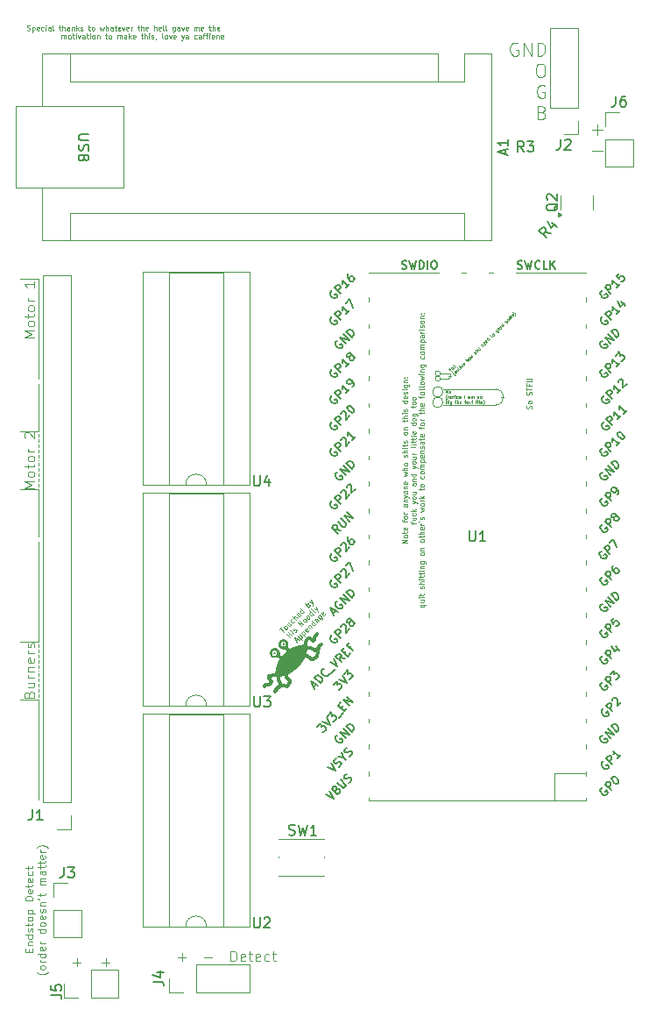
<source format=gbr>
%TF.GenerationSoftware,KiCad,Pcbnew,8.0.2*%
%TF.CreationDate,2024-05-01T01:53:47-07:00*%
%TF.ProjectId,DRIVER,44524956-4552-42e6-9b69-6361645f7063,rev?*%
%TF.SameCoordinates,Original*%
%TF.FileFunction,Legend,Top*%
%TF.FilePolarity,Positive*%
%FSLAX46Y46*%
G04 Gerber Fmt 4.6, Leading zero omitted, Abs format (unit mm)*
G04 Created by KiCad (PCBNEW 8.0.2) date 2024-05-01 01:53:47*
%MOMM*%
%LPD*%
G01*
G04 APERTURE LIST*
%ADD10C,0.100000*%
%ADD11C,0.317499*%
%ADD12C,0.000000*%
%ADD13C,0.075000*%
%ADD14C,0.150000*%
%ADD15C,0.120000*%
G04 APERTURE END LIST*
D10*
X36178609Y-150875714D02*
X36226228Y-150732857D01*
X36226228Y-150732857D02*
X36273847Y-150685238D01*
X36273847Y-150685238D02*
X36369085Y-150637619D01*
X36369085Y-150637619D02*
X36511942Y-150637619D01*
X36511942Y-150637619D02*
X36607180Y-150685238D01*
X36607180Y-150685238D02*
X36654800Y-150732857D01*
X36654800Y-150732857D02*
X36702419Y-150828095D01*
X36702419Y-150828095D02*
X36702419Y-151209047D01*
X36702419Y-151209047D02*
X35702419Y-151209047D01*
X35702419Y-151209047D02*
X35702419Y-150875714D01*
X35702419Y-150875714D02*
X35750038Y-150780476D01*
X35750038Y-150780476D02*
X35797657Y-150732857D01*
X35797657Y-150732857D02*
X35892895Y-150685238D01*
X35892895Y-150685238D02*
X35988133Y-150685238D01*
X35988133Y-150685238D02*
X36083371Y-150732857D01*
X36083371Y-150732857D02*
X36130990Y-150780476D01*
X36130990Y-150780476D02*
X36178609Y-150875714D01*
X36178609Y-150875714D02*
X36178609Y-151209047D01*
X36035752Y-149780476D02*
X36702419Y-149780476D01*
X36035752Y-150209047D02*
X36559561Y-150209047D01*
X36559561Y-150209047D02*
X36654800Y-150161428D01*
X36654800Y-150161428D02*
X36702419Y-150066190D01*
X36702419Y-150066190D02*
X36702419Y-149923333D01*
X36702419Y-149923333D02*
X36654800Y-149828095D01*
X36654800Y-149828095D02*
X36607180Y-149780476D01*
X36702419Y-149304285D02*
X36035752Y-149304285D01*
X36226228Y-149304285D02*
X36130990Y-149256666D01*
X36130990Y-149256666D02*
X36083371Y-149209047D01*
X36083371Y-149209047D02*
X36035752Y-149113809D01*
X36035752Y-149113809D02*
X36035752Y-149018571D01*
X36035752Y-148685237D02*
X36702419Y-148685237D01*
X36130990Y-148685237D02*
X36083371Y-148637618D01*
X36083371Y-148637618D02*
X36035752Y-148542380D01*
X36035752Y-148542380D02*
X36035752Y-148399523D01*
X36035752Y-148399523D02*
X36083371Y-148304285D01*
X36083371Y-148304285D02*
X36178609Y-148256666D01*
X36178609Y-148256666D02*
X36702419Y-148256666D01*
X36654800Y-147399523D02*
X36702419Y-147494761D01*
X36702419Y-147494761D02*
X36702419Y-147685237D01*
X36702419Y-147685237D02*
X36654800Y-147780475D01*
X36654800Y-147780475D02*
X36559561Y-147828094D01*
X36559561Y-147828094D02*
X36178609Y-147828094D01*
X36178609Y-147828094D02*
X36083371Y-147780475D01*
X36083371Y-147780475D02*
X36035752Y-147685237D01*
X36035752Y-147685237D02*
X36035752Y-147494761D01*
X36035752Y-147494761D02*
X36083371Y-147399523D01*
X36083371Y-147399523D02*
X36178609Y-147351904D01*
X36178609Y-147351904D02*
X36273847Y-147351904D01*
X36273847Y-147351904D02*
X36369085Y-147828094D01*
X36702419Y-146923332D02*
X36035752Y-146923332D01*
X36226228Y-146923332D02*
X36130990Y-146875713D01*
X36130990Y-146875713D02*
X36083371Y-146828094D01*
X36083371Y-146828094D02*
X36035752Y-146732856D01*
X36035752Y-146732856D02*
X36035752Y-146637618D01*
X36654800Y-146351903D02*
X36702419Y-146256665D01*
X36702419Y-146256665D02*
X36702419Y-146066189D01*
X36702419Y-146066189D02*
X36654800Y-145970951D01*
X36654800Y-145970951D02*
X36559561Y-145923332D01*
X36559561Y-145923332D02*
X36511942Y-145923332D01*
X36511942Y-145923332D02*
X36416704Y-145970951D01*
X36416704Y-145970951D02*
X36369085Y-146066189D01*
X36369085Y-146066189D02*
X36369085Y-146209046D01*
X36369085Y-146209046D02*
X36321466Y-146304284D01*
X36321466Y-146304284D02*
X36226228Y-146351903D01*
X36226228Y-146351903D02*
X36178609Y-146351903D01*
X36178609Y-146351903D02*
X36083371Y-146304284D01*
X36083371Y-146304284D02*
X36035752Y-146209046D01*
X36035752Y-146209046D02*
X36035752Y-146066189D01*
X36035752Y-146066189D02*
X36083371Y-145970951D01*
X37084000Y-151384000D02*
X35306000Y-151384000D01*
X37084000Y-145796000D02*
X35306000Y-145796000D01*
X37084000Y-145796000D02*
X37084000Y-136144000D01*
X37084000Y-151384000D02*
X37084000Y-161036000D01*
X37084000Y-149860000D02*
X37084000Y-150114000D01*
X37084000Y-148844000D02*
X37084000Y-149098000D01*
X37084000Y-150368000D02*
X37084000Y-150622000D01*
X37084000Y-146050000D02*
X37084000Y-146304000D01*
X37084000Y-147574000D02*
X37084000Y-147828000D01*
X37084000Y-148082000D02*
X37084000Y-148336000D01*
X37084000Y-147066000D02*
X37084000Y-147320000D01*
X37084000Y-146558000D02*
X37084000Y-146812000D01*
X37084000Y-148590000D02*
X37084000Y-148590000D01*
X37084000Y-150876000D02*
X37084000Y-151130000D01*
X37084000Y-149352000D02*
X37084000Y-149606000D01*
X36702419Y-130960476D02*
X35702419Y-130960476D01*
X35702419Y-130960476D02*
X36416704Y-130627143D01*
X36416704Y-130627143D02*
X35702419Y-130293810D01*
X35702419Y-130293810D02*
X36702419Y-130293810D01*
X36702419Y-129674762D02*
X36654800Y-129770000D01*
X36654800Y-129770000D02*
X36607180Y-129817619D01*
X36607180Y-129817619D02*
X36511942Y-129865238D01*
X36511942Y-129865238D02*
X36226228Y-129865238D01*
X36226228Y-129865238D02*
X36130990Y-129817619D01*
X36130990Y-129817619D02*
X36083371Y-129770000D01*
X36083371Y-129770000D02*
X36035752Y-129674762D01*
X36035752Y-129674762D02*
X36035752Y-129531905D01*
X36035752Y-129531905D02*
X36083371Y-129436667D01*
X36083371Y-129436667D02*
X36130990Y-129389048D01*
X36130990Y-129389048D02*
X36226228Y-129341429D01*
X36226228Y-129341429D02*
X36511942Y-129341429D01*
X36511942Y-129341429D02*
X36607180Y-129389048D01*
X36607180Y-129389048D02*
X36654800Y-129436667D01*
X36654800Y-129436667D02*
X36702419Y-129531905D01*
X36702419Y-129531905D02*
X36702419Y-129674762D01*
X36035752Y-129055714D02*
X36035752Y-128674762D01*
X35702419Y-128912857D02*
X36559561Y-128912857D01*
X36559561Y-128912857D02*
X36654800Y-128865238D01*
X36654800Y-128865238D02*
X36702419Y-128770000D01*
X36702419Y-128770000D02*
X36702419Y-128674762D01*
X36702419Y-128198571D02*
X36654800Y-128293809D01*
X36654800Y-128293809D02*
X36607180Y-128341428D01*
X36607180Y-128341428D02*
X36511942Y-128389047D01*
X36511942Y-128389047D02*
X36226228Y-128389047D01*
X36226228Y-128389047D02*
X36130990Y-128341428D01*
X36130990Y-128341428D02*
X36083371Y-128293809D01*
X36083371Y-128293809D02*
X36035752Y-128198571D01*
X36035752Y-128198571D02*
X36035752Y-128055714D01*
X36035752Y-128055714D02*
X36083371Y-127960476D01*
X36083371Y-127960476D02*
X36130990Y-127912857D01*
X36130990Y-127912857D02*
X36226228Y-127865238D01*
X36226228Y-127865238D02*
X36511942Y-127865238D01*
X36511942Y-127865238D02*
X36607180Y-127912857D01*
X36607180Y-127912857D02*
X36654800Y-127960476D01*
X36654800Y-127960476D02*
X36702419Y-128055714D01*
X36702419Y-128055714D02*
X36702419Y-128198571D01*
X36702419Y-127436666D02*
X36035752Y-127436666D01*
X36226228Y-127436666D02*
X36130990Y-127389047D01*
X36130990Y-127389047D02*
X36083371Y-127341428D01*
X36083371Y-127341428D02*
X36035752Y-127246190D01*
X36035752Y-127246190D02*
X36035752Y-127150952D01*
X35797657Y-126103332D02*
X35750038Y-126055713D01*
X35750038Y-126055713D02*
X35702419Y-125960475D01*
X35702419Y-125960475D02*
X35702419Y-125722380D01*
X35702419Y-125722380D02*
X35750038Y-125627142D01*
X35750038Y-125627142D02*
X35797657Y-125579523D01*
X35797657Y-125579523D02*
X35892895Y-125531904D01*
X35892895Y-125531904D02*
X35988133Y-125531904D01*
X35988133Y-125531904D02*
X36130990Y-125579523D01*
X36130990Y-125579523D02*
X36702419Y-126150951D01*
X36702419Y-126150951D02*
X36702419Y-125531904D01*
X37084000Y-131064000D02*
X35306000Y-131064000D01*
X37084000Y-125476000D02*
X35306000Y-125476000D01*
X37084000Y-128270000D02*
X37084000Y-128270000D01*
X37084000Y-131064000D02*
X37084000Y-135636000D01*
X37084000Y-130556000D02*
X37084000Y-130810000D01*
X37084000Y-130048000D02*
X37084000Y-130302000D01*
X37084000Y-129540000D02*
X37084000Y-129794000D01*
X37084000Y-129032000D02*
X37084000Y-129286000D01*
X37084000Y-128524000D02*
X37084000Y-128778000D01*
X37084000Y-127762000D02*
X37084000Y-128016000D01*
X37084000Y-127254000D02*
X37084000Y-127508000D01*
X37084000Y-126746000D02*
X37084000Y-127000000D01*
X37084000Y-126238000D02*
X37084000Y-126492000D01*
X37084000Y-125730000D02*
X37084000Y-125984000D01*
X37084000Y-120904000D02*
X37084000Y-125476000D01*
X36702419Y-116428837D02*
X35702419Y-116428837D01*
X35702419Y-116428837D02*
X36416704Y-116095504D01*
X36416704Y-116095504D02*
X35702419Y-115762171D01*
X35702419Y-115762171D02*
X36702419Y-115762171D01*
X36702419Y-115143123D02*
X36654800Y-115238361D01*
X36654800Y-115238361D02*
X36607180Y-115285980D01*
X36607180Y-115285980D02*
X36511942Y-115333599D01*
X36511942Y-115333599D02*
X36226228Y-115333599D01*
X36226228Y-115333599D02*
X36130990Y-115285980D01*
X36130990Y-115285980D02*
X36083371Y-115238361D01*
X36083371Y-115238361D02*
X36035752Y-115143123D01*
X36035752Y-115143123D02*
X36035752Y-115000266D01*
X36035752Y-115000266D02*
X36083371Y-114905028D01*
X36083371Y-114905028D02*
X36130990Y-114857409D01*
X36130990Y-114857409D02*
X36226228Y-114809790D01*
X36226228Y-114809790D02*
X36511942Y-114809790D01*
X36511942Y-114809790D02*
X36607180Y-114857409D01*
X36607180Y-114857409D02*
X36654800Y-114905028D01*
X36654800Y-114905028D02*
X36702419Y-115000266D01*
X36702419Y-115000266D02*
X36702419Y-115143123D01*
X36035752Y-114524075D02*
X36035752Y-114143123D01*
X35702419Y-114381218D02*
X36559561Y-114381218D01*
X36559561Y-114381218D02*
X36654800Y-114333599D01*
X36654800Y-114333599D02*
X36702419Y-114238361D01*
X36702419Y-114238361D02*
X36702419Y-114143123D01*
X36702419Y-113666932D02*
X36654800Y-113762170D01*
X36654800Y-113762170D02*
X36607180Y-113809789D01*
X36607180Y-113809789D02*
X36511942Y-113857408D01*
X36511942Y-113857408D02*
X36226228Y-113857408D01*
X36226228Y-113857408D02*
X36130990Y-113809789D01*
X36130990Y-113809789D02*
X36083371Y-113762170D01*
X36083371Y-113762170D02*
X36035752Y-113666932D01*
X36035752Y-113666932D02*
X36035752Y-113524075D01*
X36035752Y-113524075D02*
X36083371Y-113428837D01*
X36083371Y-113428837D02*
X36130990Y-113381218D01*
X36130990Y-113381218D02*
X36226228Y-113333599D01*
X36226228Y-113333599D02*
X36511942Y-113333599D01*
X36511942Y-113333599D02*
X36607180Y-113381218D01*
X36607180Y-113381218D02*
X36654800Y-113428837D01*
X36654800Y-113428837D02*
X36702419Y-113524075D01*
X36702419Y-113524075D02*
X36702419Y-113666932D01*
X36702419Y-112905027D02*
X36035752Y-112905027D01*
X36226228Y-112905027D02*
X36130990Y-112857408D01*
X36130990Y-112857408D02*
X36083371Y-112809789D01*
X36083371Y-112809789D02*
X36035752Y-112714551D01*
X36035752Y-112714551D02*
X36035752Y-112619313D01*
X36702419Y-111000265D02*
X36702419Y-111571693D01*
X36702419Y-111285979D02*
X35702419Y-111285979D01*
X35702419Y-111285979D02*
X35845276Y-111381217D01*
X35845276Y-111381217D02*
X35940514Y-111476455D01*
X35940514Y-111476455D02*
X35988133Y-111571693D01*
X37084000Y-110744000D02*
X35306000Y-110744000D01*
X37084000Y-120396000D02*
X37084000Y-110744000D01*
D11*
X63917597Y-145167661D02*
X63941898Y-145136821D01*
X64177004Y-146289348D02*
X64207330Y-146258183D01*
X61040329Y-149132475D02*
X61046993Y-149166535D01*
X59052361Y-149990235D02*
X59063011Y-149985230D01*
X60464221Y-149812308D02*
X60479734Y-149849701D01*
X59415521Y-149394258D02*
X59368767Y-149325817D01*
X64003871Y-146499060D02*
X64043882Y-146445308D01*
X63856218Y-147314878D02*
X63872981Y-147303321D01*
X63901229Y-146605721D02*
X63926531Y-146588621D01*
X63640579Y-147487053D02*
X63671049Y-147463381D01*
X61362571Y-149765890D02*
X61348355Y-149805543D01*
X60091669Y-150344023D02*
X60066348Y-150379504D01*
X64424202Y-146096815D02*
X64438692Y-146091565D01*
X63721999Y-146594415D02*
X63748429Y-146606833D01*
X61213910Y-149971893D02*
X61199382Y-149986934D01*
X61123812Y-149310176D02*
X61145119Y-149335039D01*
X59982034Y-150540235D02*
X59973828Y-150565278D01*
X63840168Y-147326926D02*
X63856218Y-147314878D01*
X63991593Y-145082157D02*
X64016551Y-145059208D01*
X61044838Y-149015877D02*
X61038857Y-149057356D01*
X59967320Y-150590268D02*
X59962757Y-150615010D01*
X61158061Y-150043284D02*
X61153869Y-150052031D01*
X59523828Y-149539250D02*
X59415521Y-149394258D01*
X63358137Y-145510372D02*
X63407415Y-145547576D01*
X60291150Y-149235130D02*
X60276255Y-149281348D01*
X60272908Y-149414290D02*
X60282871Y-149456888D01*
X64003871Y-147247415D02*
X64177004Y-146289348D01*
X61085957Y-149257216D02*
X61103960Y-149284304D01*
X63505455Y-147535356D02*
X63523686Y-147537078D01*
X63301412Y-146385930D02*
X63341067Y-146393045D01*
X60297028Y-149498717D02*
X60314569Y-149539835D01*
X64301260Y-146173129D02*
X64332738Y-146149146D01*
X60014387Y-150466692D02*
X60002561Y-150490747D01*
X63336157Y-147384556D02*
X63374786Y-147427487D01*
X59466913Y-149864952D02*
X59514182Y-149830991D01*
X63260138Y-146382456D02*
X63301412Y-146385930D01*
X64238311Y-146228116D02*
X64269706Y-146199608D01*
X61153869Y-150052031D02*
X61150222Y-150061007D01*
X60462798Y-150071357D02*
X60434092Y-150108365D01*
X61185812Y-150002333D02*
X61173503Y-150018222D01*
X61094357Y-148873258D02*
X61072194Y-148924038D01*
X61281474Y-149474684D02*
X61301942Y-149498321D01*
X62926941Y-145989244D02*
X62932004Y-145936588D01*
X63333087Y-145494644D02*
X63358137Y-145510372D01*
X63585076Y-145702142D02*
X63604133Y-145714142D01*
X63671049Y-147463381D02*
X63704529Y-147434502D01*
X63013469Y-145647807D02*
X63033000Y-145615323D01*
X63777610Y-147378961D02*
X63809109Y-147352286D01*
X61057081Y-149198539D02*
X61070201Y-149228696D01*
X61162754Y-150034743D02*
X61158061Y-150043284D01*
X63697666Y-145701243D02*
X63709242Y-145680437D01*
X60131134Y-149024756D02*
X60505313Y-148987339D01*
X59616788Y-149068020D02*
X59716127Y-149053245D01*
X61055816Y-148971507D02*
X61044838Y-149015877D01*
X63290704Y-147339679D02*
X63314423Y-147362221D01*
X63204877Y-147273573D02*
X63236209Y-147295079D01*
X63709242Y-145680437D02*
X63719517Y-145653014D01*
X61190524Y-149382565D02*
X61237028Y-149428554D01*
X59570362Y-149760576D02*
X59581826Y-149724398D01*
D12*
G36*
X60786504Y-145916150D02*
G01*
X60801334Y-145922338D01*
X60816567Y-145933190D01*
X60832102Y-145949111D01*
X60847838Y-145970506D01*
X60863668Y-145997782D01*
X60879491Y-146031339D01*
X60879490Y-146068756D01*
X60847737Y-146095515D01*
X60819060Y-146116433D01*
X60793358Y-146131909D01*
X60770526Y-146142349D01*
X60750461Y-146148158D01*
X60733060Y-146149741D01*
X60718226Y-146147499D01*
X60705849Y-146141836D01*
X60695827Y-146133162D01*
X60688062Y-146121877D01*
X60682448Y-146108386D01*
X60678880Y-146093093D01*
X60677261Y-146076400D01*
X60677484Y-146058716D01*
X60679447Y-146040441D01*
X60683047Y-146021984D01*
X60688183Y-146003744D01*
X60694749Y-145986129D01*
X60702644Y-145969538D01*
X60711768Y-145954383D01*
X60722014Y-145941063D01*
X60733282Y-145929984D01*
X60745466Y-145921548D01*
X60758468Y-145916161D01*
X60772180Y-145914230D01*
X60786504Y-145916150D01*
G37*
D11*
X63580584Y-146506076D02*
X63639344Y-146544813D01*
D10*
X75946000Y-120396000D02*
G75*
G02*
X75438000Y-120396000I-254000J0D01*
G01*
X75438000Y-120396000D02*
G75*
G02*
X75946000Y-120396000I254000J0D01*
G01*
D11*
X61122706Y-148818960D02*
X61007179Y-149040237D01*
X63170450Y-147252969D02*
X63204877Y-147273573D01*
X63849521Y-145268953D02*
X63871192Y-145234164D01*
X60314277Y-149187874D02*
X60291150Y-149235130D01*
X63952641Y-147263128D02*
X63977075Y-147254859D01*
X62932004Y-145936588D02*
X62938489Y-145887220D01*
X60002561Y-150490747D02*
X59991697Y-150515327D01*
X60215679Y-150258582D02*
X60131135Y-150296959D01*
X59583902Y-149687752D02*
X59577865Y-149650778D01*
X63488295Y-147530373D02*
X63505455Y-147535356D01*
X62916986Y-146500188D02*
X62973747Y-146464070D01*
X60131135Y-150296959D02*
X60113925Y-150315998D01*
X63105843Y-145526201D02*
X63130556Y-145501508D01*
X63704529Y-147434502D02*
X63724744Y-147420480D01*
X59020004Y-150010189D02*
X59030841Y-150002654D01*
D10*
X75946000Y-119888000D02*
G75*
G02*
X75438000Y-119888000I-254000J0D01*
G01*
X75438000Y-119888000D02*
G75*
G02*
X75946000Y-119888000I254000J0D01*
G01*
D11*
X59094322Y-149974343D02*
X59104487Y-149971894D01*
X61301942Y-149498321D02*
X61320715Y-149522620D01*
X59327653Y-149929694D02*
X59405163Y-149897897D01*
X58976558Y-150050493D02*
X58987398Y-150038772D01*
X61150222Y-150061007D02*
X61147150Y-150070224D01*
X60402414Y-149698277D02*
X60445624Y-149774646D01*
X63930287Y-147272162D02*
X63952641Y-147263128D01*
X64092446Y-146384761D02*
X64147585Y-146321143D01*
X63941898Y-145136821D02*
X63966636Y-145108173D01*
X62916986Y-146500188D02*
X62919214Y-146169135D01*
X63091205Y-147215574D02*
X63132651Y-147233543D01*
X60267944Y-149370872D02*
X60272908Y-149414290D01*
D10*
X76708000Y-120396000D02*
X75946000Y-120396000D01*
D11*
X58987398Y-150038772D02*
X58998267Y-150028189D01*
X63155535Y-145483240D02*
X63180729Y-145470915D01*
X62980875Y-145718257D02*
X62996130Y-145682044D01*
X63231520Y-145462148D02*
X63257001Y-145464743D01*
X61038857Y-149057356D02*
X61037487Y-149096152D01*
D10*
X76200000Y-122682000D02*
G75*
G02*
X75184000Y-122682000I-508000J0D01*
G01*
X75184000Y-122682000D02*
G75*
G02*
X76200000Y-122682000I508000J0D01*
G01*
D11*
X63587562Y-147519899D02*
X63612841Y-147505801D01*
X63172397Y-146388300D02*
X63217163Y-146383093D01*
X63612841Y-147505801D02*
X63640579Y-147487053D01*
X63728431Y-145618485D02*
X63735925Y-145576377D01*
X63872981Y-147303321D02*
X63890731Y-147292314D01*
X59716127Y-149053245D02*
X59834113Y-149041017D01*
X63079080Y-145554738D02*
X63105843Y-145526201D01*
X61070201Y-149228696D02*
X61085957Y-149257216D01*
X60347221Y-150182924D02*
X60287437Y-150220589D01*
X62942204Y-147173175D02*
X62996259Y-147185112D01*
X64394453Y-146110522D02*
X64424202Y-146096815D01*
X60494790Y-149997618D02*
X61141415Y-150109871D01*
X60314569Y-149539835D02*
X60356574Y-149620151D01*
X61348355Y-149805543D02*
X61328502Y-149847946D01*
X63743482Y-147406514D02*
X63761011Y-147392654D01*
X61145119Y-149335039D02*
X61190524Y-149382565D01*
X59514182Y-149830991D02*
X59548241Y-149796155D01*
X63741947Y-145526199D02*
X63746952Y-145500181D01*
X63471924Y-147522407D02*
X63488295Y-147530373D01*
X61370967Y-149630607D02*
X61375352Y-149661346D01*
X61290396Y-149897235D02*
X61275592Y-149912550D01*
X60494790Y-149997618D02*
X59962757Y-150615010D01*
X62750378Y-147153869D02*
X62819540Y-147157278D01*
X64147585Y-146321143D02*
X64177004Y-146289348D01*
X60482760Y-150034461D02*
X60462798Y-150071357D01*
X61323029Y-149856611D02*
X61317152Y-149865071D01*
X62973747Y-146464070D02*
X63026519Y-146435959D01*
X63746952Y-145500181D02*
X63754809Y-145471536D01*
X63257001Y-145464743D02*
X63282459Y-145471344D01*
X59546555Y-149576388D02*
X59523828Y-149539250D01*
X58998267Y-150028189D02*
X59009142Y-150018680D01*
X59405163Y-149897897D02*
X59466913Y-149864952D01*
X61007179Y-149040237D02*
X61057081Y-149198539D01*
X63379193Y-146403347D02*
X63415872Y-146416366D01*
X60346450Y-149139521D02*
X60314277Y-149187874D01*
X59073567Y-149980952D02*
X59084011Y-149977343D01*
X63829169Y-145304176D02*
X63849521Y-145268953D01*
D12*
G36*
X60806957Y-145575055D02*
G01*
X60838527Y-145578056D01*
X60869848Y-145583307D01*
X60900792Y-145590856D01*
X60931232Y-145600742D01*
X60961042Y-145613012D01*
X60990095Y-145627714D01*
X61018264Y-145644888D01*
X61045421Y-145664579D01*
X61071441Y-145686832D01*
X61096198Y-145711694D01*
X61097159Y-145712823D01*
X61119567Y-145739206D01*
X61141413Y-145769415D01*
X61162503Y-145786479D01*
X61180345Y-145805968D01*
X61195190Y-145827670D01*
X61207299Y-145851375D01*
X61216925Y-145876876D01*
X61224329Y-145903962D01*
X61229770Y-145932426D01*
X61233498Y-145962058D01*
X61236854Y-146023990D01*
X61236458Y-146088085D01*
X61232619Y-146216089D01*
X61233290Y-146276651D01*
X61235174Y-146305340D01*
X61238429Y-146332690D01*
X61243318Y-146358489D01*
X61250092Y-146382536D01*
X61259010Y-146404613D01*
X61270329Y-146424516D01*
X61284308Y-146442036D01*
X61301203Y-146456960D01*
X61321269Y-146469084D01*
X61344764Y-146478196D01*
X61371945Y-146484086D01*
X61403069Y-146486549D01*
X61438393Y-146485375D01*
X61478174Y-146480351D01*
X60430477Y-147528048D01*
X60420309Y-147490284D01*
X60407452Y-147457466D01*
X60392066Y-147429270D01*
X60374315Y-147405380D01*
X60354356Y-147385479D01*
X60332352Y-147369245D01*
X60308463Y-147356364D01*
X60282851Y-147346512D01*
X60255679Y-147339376D01*
X60227104Y-147334631D01*
X60197291Y-147331965D01*
X60166397Y-147331056D01*
X60102015Y-147333236D01*
X60035252Y-147338621D01*
X59967392Y-147344664D01*
X59899723Y-147348816D01*
X59833534Y-147348525D01*
X59801397Y-147345921D01*
X59770113Y-147341252D01*
X59739843Y-147334197D01*
X59710748Y-147324438D01*
X59682991Y-147311657D01*
X59656727Y-147295539D01*
X59632122Y-147275760D01*
X59609337Y-147252005D01*
X59588534Y-147223952D01*
X59569870Y-147191287D01*
X59548267Y-147167849D01*
X59529033Y-147143208D01*
X59512134Y-147117488D01*
X59497519Y-147090800D01*
X59485151Y-147063264D01*
X59474990Y-147034994D01*
X59466996Y-147006107D01*
X59461124Y-146976722D01*
X59457336Y-146946951D01*
X59456694Y-146935921D01*
X59657743Y-146935921D01*
X59658007Y-146965759D01*
X59661064Y-146994774D01*
X59667012Y-147022596D01*
X59675951Y-147048859D01*
X59687969Y-147073188D01*
X59703168Y-147095216D01*
X59721642Y-147114571D01*
X59743487Y-147130885D01*
X59768799Y-147143784D01*
X59797671Y-147152902D01*
X59830205Y-147157871D01*
X59866493Y-147158317D01*
X59906629Y-147153871D01*
X59925697Y-147151361D01*
X59944280Y-147147390D01*
X59962336Y-147142026D01*
X59979821Y-147135344D01*
X59996688Y-147127415D01*
X60012895Y-147118312D01*
X60028395Y-147108104D01*
X60043145Y-147096868D01*
X60057101Y-147084669D01*
X60070217Y-147071586D01*
X60082449Y-147057686D01*
X60093754Y-147043042D01*
X60104084Y-147027728D01*
X60113399Y-147011814D01*
X60121650Y-146995371D01*
X60128797Y-146978475D01*
X60134791Y-146961194D01*
X60139589Y-146943601D01*
X60143149Y-146925766D01*
X60145423Y-146907769D01*
X60146366Y-146889671D01*
X60145939Y-146871553D01*
X60144091Y-146853479D01*
X60140782Y-146835528D01*
X60135963Y-146817767D01*
X60129595Y-146800270D01*
X60121632Y-146783109D01*
X60112024Y-146766355D01*
X60100733Y-146750083D01*
X60087712Y-146734360D01*
X60072916Y-146719261D01*
X60056301Y-146704857D01*
X60021676Y-146680019D01*
X59988024Y-146661391D01*
X59955441Y-146648601D01*
X59924022Y-146641276D01*
X59893864Y-146639049D01*
X59865063Y-146641550D01*
X59837716Y-146648410D01*
X59811915Y-146659254D01*
X59787758Y-146673717D01*
X59765345Y-146691430D01*
X59744764Y-146712017D01*
X59726120Y-146735113D01*
X59709498Y-146760347D01*
X59695004Y-146787349D01*
X59682727Y-146815747D01*
X59672767Y-146845175D01*
X59665220Y-146875259D01*
X59660180Y-146905630D01*
X59657743Y-146935921D01*
X59456694Y-146935921D01*
X59455588Y-146916915D01*
X59455842Y-146886723D01*
X59458055Y-146856503D01*
X59462185Y-146826361D01*
X59468194Y-146796420D01*
X59476037Y-146766793D01*
X59485679Y-146737598D01*
X59497073Y-146708949D01*
X59510180Y-146680969D01*
X59524958Y-146653768D01*
X59541368Y-146627464D01*
X59559366Y-146602175D01*
X59578912Y-146578015D01*
X59599967Y-146555103D01*
X59622488Y-146533554D01*
X59646433Y-146513486D01*
X59671764Y-146495012D01*
X59698436Y-146478252D01*
X59726410Y-146463324D01*
X59755644Y-146450339D01*
X59786099Y-146439416D01*
X59817732Y-146430673D01*
X59850502Y-146424225D01*
X59881795Y-146418348D01*
X59912511Y-146414697D01*
X59942627Y-146413198D01*
X59972109Y-146413774D01*
X60000935Y-146416351D01*
X60029077Y-146420854D01*
X60056505Y-146427206D01*
X60083194Y-146435333D01*
X60109115Y-146445160D01*
X60134242Y-146456609D01*
X60158546Y-146469608D01*
X60182001Y-146484079D01*
X60204577Y-146499948D01*
X60226252Y-146517137D01*
X60246992Y-146535576D01*
X60251817Y-146540358D01*
X60266774Y-146555186D01*
X60285570Y-146575892D01*
X60303352Y-146597621D01*
X60320093Y-146620292D01*
X60335763Y-146643834D01*
X60350338Y-146668171D01*
X60363790Y-146693228D01*
X60376091Y-146718930D01*
X60387213Y-146745200D01*
X60397129Y-146771961D01*
X60405812Y-146799140D01*
X60413234Y-146826664D01*
X60419369Y-146854455D01*
X60424186Y-146882437D01*
X60427662Y-146910536D01*
X60429769Y-146938677D01*
X60430477Y-146966783D01*
X60434094Y-146983992D01*
X60437927Y-147000550D01*
X60441972Y-147016456D01*
X60446226Y-147031715D01*
X60450686Y-147046329D01*
X60455346Y-147060302D01*
X60460208Y-147073640D01*
X60465265Y-147086344D01*
X60470511Y-147098416D01*
X60475947Y-147109862D01*
X60481567Y-147120684D01*
X60487372Y-147130887D01*
X60493352Y-147140472D01*
X60499507Y-147149444D01*
X60505834Y-147157805D01*
X60512328Y-147165563D01*
X60518987Y-147172717D01*
X60525807Y-147179270D01*
X60532786Y-147185228D01*
X60539917Y-147190592D01*
X60547198Y-147195370D01*
X60554629Y-147199560D01*
X60562204Y-147203168D01*
X60569917Y-147206197D01*
X60577769Y-147208650D01*
X60585752Y-147210531D01*
X60593868Y-147211844D01*
X60602109Y-147212591D01*
X60610475Y-147212777D01*
X60618960Y-147212402D01*
X60627560Y-147211477D01*
X60636275Y-147209997D01*
X60647225Y-147209028D01*
X60658988Y-147206191D01*
X60671500Y-147201595D01*
X60684690Y-147195343D01*
X60712859Y-147178303D01*
X60742973Y-147155916D01*
X60774512Y-147129035D01*
X60806956Y-147098511D01*
X60839783Y-147065191D01*
X60872475Y-147029924D01*
X60935362Y-146956951D01*
X60991452Y-146886390D01*
X61036579Y-146825041D01*
X61066578Y-146779694D01*
X61069425Y-146762376D01*
X61070927Y-146745528D01*
X61071059Y-146729171D01*
X61069795Y-146713335D01*
X61068628Y-146705620D01*
X61067104Y-146698047D01*
X61065216Y-146690618D01*
X61062962Y-146683336D01*
X61060336Y-146676203D01*
X61057338Y-146669226D01*
X61053964Y-146662405D01*
X61050210Y-146655746D01*
X61046069Y-146649252D01*
X61041544Y-146642925D01*
X61036628Y-146636769D01*
X61031316Y-146630787D01*
X61025609Y-146624987D01*
X61019499Y-146619366D01*
X61012987Y-146613931D01*
X61006066Y-146608683D01*
X60998735Y-146603627D01*
X60990989Y-146598766D01*
X60982825Y-146594104D01*
X60974240Y-146589643D01*
X60955792Y-146581345D01*
X60935617Y-146573896D01*
X60903792Y-146573186D01*
X60871542Y-146571065D01*
X60838992Y-146567546D01*
X60806262Y-146562642D01*
X60773480Y-146556368D01*
X60740763Y-146548737D01*
X60708240Y-146539763D01*
X60676032Y-146529463D01*
X60644261Y-146517845D01*
X60613052Y-146504924D01*
X60582530Y-146490716D01*
X60552816Y-146475236D01*
X60524033Y-146458493D01*
X60496305Y-146440503D01*
X60469756Y-146421279D01*
X60444510Y-146400837D01*
X60420686Y-146379191D01*
X60398411Y-146356352D01*
X60377812Y-146332331D01*
X60359005Y-146307146D01*
X60342115Y-146280814D01*
X60327268Y-146253341D01*
X60314586Y-146224747D01*
X60304192Y-146195041D01*
X60296211Y-146164240D01*
X60290764Y-146132355D01*
X60287974Y-146099403D01*
X60287969Y-146065394D01*
X60290006Y-146040746D01*
X60542187Y-146040746D01*
X60544082Y-146068738D01*
X60548445Y-146096264D01*
X60555301Y-146122982D01*
X60564678Y-146148551D01*
X60576604Y-146172622D01*
X60591107Y-146194860D01*
X60608212Y-146214918D01*
X60627947Y-146232455D01*
X60650343Y-146247130D01*
X60675424Y-146258598D01*
X60703217Y-146266516D01*
X60733752Y-146270541D01*
X60767055Y-146270334D01*
X60803153Y-146265548D01*
X60842073Y-146255845D01*
X60860764Y-146249883D01*
X60878253Y-146242585D01*
X60894541Y-146234031D01*
X60909637Y-146224310D01*
X60923538Y-146213505D01*
X60936251Y-146201705D01*
X60947778Y-146188992D01*
X60958126Y-146175454D01*
X60967293Y-146161177D01*
X60975285Y-146146244D01*
X60982108Y-146130745D01*
X60987762Y-146114761D01*
X60992248Y-146098379D01*
X60995575Y-146081686D01*
X60997744Y-146064767D01*
X60998758Y-146047708D01*
X60998622Y-146030593D01*
X60997339Y-146013511D01*
X60994911Y-145996545D01*
X60991342Y-145979781D01*
X60986635Y-145963302D01*
X60980795Y-145947199D01*
X60973824Y-145931555D01*
X60965725Y-145916455D01*
X60956505Y-145901982D01*
X60946164Y-145888232D01*
X60934704Y-145875278D01*
X60922132Y-145863214D01*
X60908450Y-145852123D01*
X60893663Y-145842090D01*
X60877772Y-145833201D01*
X60860781Y-145825540D01*
X60824939Y-145809041D01*
X60791099Y-145797898D01*
X60759284Y-145791770D01*
X60729527Y-145790316D01*
X60701852Y-145793192D01*
X60676287Y-145800053D01*
X60652860Y-145810561D01*
X60631599Y-145824372D01*
X60612528Y-145841139D01*
X60595677Y-145860528D01*
X60581075Y-145882190D01*
X60568748Y-145905783D01*
X60558722Y-145930968D01*
X60551026Y-145957398D01*
X60545686Y-145984733D01*
X60542730Y-146012629D01*
X60542187Y-146040746D01*
X60290006Y-146040746D01*
X60290866Y-146030345D01*
X60296794Y-145994269D01*
X60305870Y-145957177D01*
X60318224Y-145919085D01*
X60328177Y-145886426D01*
X60340418Y-145855126D01*
X60354815Y-145825228D01*
X60371245Y-145796781D01*
X60389579Y-145769831D01*
X60409691Y-145744416D01*
X60431454Y-145720583D01*
X60454740Y-145698380D01*
X60479424Y-145677845D01*
X60505381Y-145659029D01*
X60532481Y-145641974D01*
X60560597Y-145626722D01*
X60589607Y-145613321D01*
X60619380Y-145601815D01*
X60649789Y-145592247D01*
X60680708Y-145584664D01*
X60712011Y-145579109D01*
X60743572Y-145575625D01*
X60775264Y-145574259D01*
X60806957Y-145575055D01*
G37*
D11*
X60395836Y-150145535D02*
X60347221Y-150182924D01*
X59368767Y-149325817D02*
X59351702Y-149293090D01*
X63282459Y-145471344D02*
X63307843Y-145481473D01*
X63977767Y-146535750D02*
X64003871Y-146499060D01*
X63501071Y-145631436D02*
X63544512Y-145670365D01*
X60491357Y-149886873D02*
X60498279Y-149923877D01*
X59581826Y-149724398D02*
X59583902Y-149687752D01*
X59104487Y-149971894D02*
X59233109Y-149960200D01*
X59084011Y-149977343D02*
X59094322Y-149974343D01*
X63543261Y-147535260D02*
X63564460Y-147529626D01*
X63217163Y-146383093D02*
X63260138Y-146382456D01*
X59534824Y-149085209D02*
X59616788Y-149068020D01*
X61167915Y-150026396D02*
X61162754Y-150034743D01*
X63735925Y-145576377D02*
X63741947Y-145526199D01*
X61173503Y-150018222D02*
X61167915Y-150026396D01*
X63778195Y-145408100D02*
X63793286Y-145374189D01*
D10*
X76200000Y-121412000D02*
X81280000Y-121412000D01*
D11*
X61375677Y-149694000D02*
X61371548Y-149728779D01*
X62819540Y-147157278D02*
X62883389Y-147163804D01*
X63518093Y-146467118D02*
X63580584Y-146506076D01*
X60113925Y-150315998D02*
X60091669Y-150344023D01*
X63523686Y-147537078D02*
X63543261Y-147535260D01*
X63684848Y-145715913D02*
X63697666Y-145701243D01*
X61072194Y-148924038D02*
X61055816Y-148971507D01*
X63670843Y-145724933D02*
X63684848Y-145715913D01*
X61037487Y-149096152D02*
X61040329Y-149132475D01*
X64332738Y-146149146D02*
X64363884Y-146128120D01*
X61141791Y-150099509D02*
X61141415Y-150109871D01*
X62938489Y-145887220D02*
X62946509Y-145840924D01*
X59380441Y-149149873D02*
X59417926Y-149126270D01*
X63264727Y-147317207D02*
X63290704Y-147339679D01*
X63544512Y-145670365D02*
X63585076Y-145702142D01*
X60441160Y-149039309D02*
X60388472Y-149090018D01*
X63307843Y-145481473D02*
X63333087Y-145494644D01*
X59548241Y-149796155D02*
X59570362Y-149760576D01*
X63977075Y-147254859D02*
X64003871Y-147247415D01*
X63890731Y-147292314D02*
X63909743Y-147281909D01*
X59009142Y-150018680D02*
X59020004Y-150010189D01*
X63236209Y-147295079D02*
X63264727Y-147317207D01*
X62911973Y-146373684D02*
X62898696Y-146509546D01*
X62879003Y-146644478D01*
X62852982Y-146778232D01*
X62820714Y-146910558D01*
X62782278Y-147041215D01*
X62737754Y-147169952D01*
X62687235Y-147296524D01*
X62630793Y-147420688D01*
X62568513Y-147542189D01*
X62500480Y-147660788D01*
X62426772Y-147776231D01*
X62347474Y-147888280D01*
X62262667Y-147996683D01*
X62172435Y-148101194D01*
X62076857Y-148201565D01*
X61979777Y-148293850D01*
X61878149Y-148381202D01*
X61772244Y-148463509D01*
X61662338Y-148540664D01*
X61548709Y-148612559D01*
X61431621Y-148679079D01*
X61311357Y-148740123D01*
X61188186Y-148795573D01*
X61062386Y-148845324D01*
X60934228Y-148889263D01*
X60803987Y-148927285D01*
X60671939Y-148959276D01*
X60538354Y-148985128D01*
X60403510Y-149004732D01*
X60267680Y-149017978D01*
X60131134Y-149024756D01*
X60136839Y-148882230D01*
X60149473Y-148741601D01*
X60168868Y-148603038D01*
X60194856Y-148466708D01*
X60227272Y-148332779D01*
X60265944Y-148201419D01*
X60310709Y-148072797D01*
X60361396Y-147947078D01*
X60417839Y-147824430D01*
X60479870Y-147705022D01*
X60547319Y-147589021D01*
X60620023Y-147476597D01*
X60697810Y-147367914D01*
X60780511Y-147263142D01*
X60867965Y-147162449D01*
X60960000Y-147066000D01*
X61056447Y-146973967D01*
X61157141Y-146886513D01*
X61261914Y-146803811D01*
X61370597Y-146726022D01*
X61483022Y-146653320D01*
X61599021Y-146585870D01*
X61718429Y-146523841D01*
X61841077Y-146467398D01*
X61966796Y-146416710D01*
X62095418Y-146371946D01*
X62226780Y-146333271D01*
X62360707Y-146300855D01*
X62497038Y-146274868D01*
X62635599Y-146255473D01*
X62776228Y-146242840D01*
X62918756Y-146237136D01*
X62911973Y-146373684D01*
G36*
X62911973Y-146373684D02*
G01*
X62898696Y-146509546D01*
X62879003Y-146644478D01*
X62852982Y-146778232D01*
X62820714Y-146910558D01*
X62782278Y-147041215D01*
X62737754Y-147169952D01*
X62687235Y-147296524D01*
X62630793Y-147420688D01*
X62568513Y-147542189D01*
X62500480Y-147660788D01*
X62426772Y-147776231D01*
X62347474Y-147888280D01*
X62262667Y-147996683D01*
X62172435Y-148101194D01*
X62076857Y-148201565D01*
X61979777Y-148293850D01*
X61878149Y-148381202D01*
X61772244Y-148463509D01*
X61662338Y-148540664D01*
X61548709Y-148612559D01*
X61431621Y-148679079D01*
X61311357Y-148740123D01*
X61188186Y-148795573D01*
X61062386Y-148845324D01*
X60934228Y-148889263D01*
X60803987Y-148927285D01*
X60671939Y-148959276D01*
X60538354Y-148985128D01*
X60403510Y-149004732D01*
X60267680Y-149017978D01*
X60131134Y-149024756D01*
X60136839Y-148882230D01*
X60149473Y-148741601D01*
X60168868Y-148603038D01*
X60194856Y-148466708D01*
X60227272Y-148332779D01*
X60265944Y-148201419D01*
X60310709Y-148072797D01*
X60361396Y-147947078D01*
X60417839Y-147824430D01*
X60479870Y-147705022D01*
X60547319Y-147589021D01*
X60620023Y-147476597D01*
X60697810Y-147367914D01*
X60780511Y-147263142D01*
X60867965Y-147162449D01*
X60960000Y-147066000D01*
X61056447Y-146973967D01*
X61157141Y-146886513D01*
X61261914Y-146803811D01*
X61370597Y-146726022D01*
X61483022Y-146653320D01*
X61599021Y-146585870D01*
X61718429Y-146523841D01*
X61841077Y-146467398D01*
X61966796Y-146416710D01*
X62095418Y-146371946D01*
X62226780Y-146333271D01*
X62360707Y-146300855D01*
X62497038Y-146274868D01*
X62635599Y-146255473D01*
X62776228Y-146242840D01*
X62918756Y-146237136D01*
X62911973Y-146373684D01*
G37*
X63695065Y-146579633D02*
X63721999Y-146594415D01*
X63374786Y-147427487D02*
X63408809Y-147466252D01*
X60287437Y-150220589D02*
X60215679Y-150258582D01*
X63125759Y-146398536D02*
X63172397Y-146388300D01*
D10*
X82042000Y-122174000D02*
X81788000Y-122174000D01*
D11*
X64207330Y-146258183D02*
X64452884Y-146087465D01*
X63314423Y-147362221D02*
X63336157Y-147384556D01*
X61147150Y-150070224D02*
X61144698Y-150079704D01*
X63622298Y-145722902D02*
X63639509Y-145727944D01*
X63407415Y-145547576D02*
X63455216Y-145589218D01*
X59355237Y-149175336D02*
X59380441Y-149149873D01*
X60282871Y-149456888D02*
X60297028Y-149498717D01*
X61328502Y-149847946D02*
X61323029Y-149856611D01*
X61142899Y-150089458D02*
X61141791Y-150099509D01*
D10*
X75946000Y-119888000D02*
X76708000Y-119888000D01*
D11*
X61337397Y-149547789D02*
X61351597Y-149574037D01*
X60445624Y-149774646D02*
X60464221Y-149812308D01*
X59041632Y-149996023D02*
X59052361Y-149990235D01*
X63033000Y-145615323D02*
X63054833Y-145584372D01*
X64043882Y-146445308D02*
X64092446Y-146384761D01*
X60039930Y-150420906D02*
X60026925Y-150443347D01*
X63451193Y-146431640D02*
X63485238Y-146448715D01*
X63604133Y-145714142D02*
X63622298Y-145722902D01*
X58955013Y-150077563D02*
X58965755Y-150063403D01*
X61103960Y-149284304D02*
X61123812Y-149310176D01*
X63765295Y-145440695D02*
X63778195Y-145408100D01*
X63952014Y-146565449D02*
X63977767Y-146535750D01*
X63724744Y-147420480D02*
X63743482Y-147406514D01*
X61199382Y-149986934D02*
X61185812Y-150002333D01*
X59030841Y-150002654D02*
X59041632Y-149996023D01*
X63054833Y-145584372D02*
X63079080Y-145554738D01*
X61144698Y-150079704D02*
X61142899Y-150089458D01*
X63485238Y-146448715D02*
X63518093Y-146467118D01*
X63564460Y-147529626D02*
X63587562Y-147519899D01*
X61275592Y-149912550D02*
X61213910Y-149971893D01*
X64269706Y-146199608D02*
X64301260Y-146173129D01*
X62967593Y-145756661D02*
X62980875Y-145718257D01*
X63456068Y-147511734D02*
X63471924Y-147522407D01*
X62946509Y-145840924D02*
X62956175Y-145797477D01*
X63800119Y-146622715D02*
X63825553Y-146625254D01*
X63639344Y-146544813D02*
X63695065Y-146579633D01*
X60388472Y-149090018D02*
X60346450Y-149139521D01*
X60026925Y-150443347D02*
X60014387Y-150466692D01*
X63415872Y-146416366D02*
X63451193Y-146431640D01*
X59340541Y-149261540D02*
X59336559Y-149231308D01*
X63809109Y-147352286D02*
X63840168Y-147326926D01*
X60434092Y-150108365D02*
X60395836Y-150145535D01*
X63966636Y-145108173D02*
X63991593Y-145082157D01*
X63850824Y-146623578D02*
X63876021Y-146617220D01*
X62996130Y-145682044D02*
X63013469Y-145647807D01*
X63719517Y-145653014D02*
X63728431Y-145618485D01*
X61362918Y-149601571D02*
X61370967Y-149630607D01*
X59336559Y-149231308D02*
X59341033Y-149202528D01*
X64207330Y-146258183D02*
X64238311Y-146228116D01*
X63180729Y-145470915D02*
X63206076Y-145464043D01*
X60494790Y-149997618D02*
X60482760Y-150034461D01*
X62923197Y-146045405D02*
X62926941Y-145989244D01*
X64438692Y-146091565D02*
X64452884Y-146087465D01*
X63077163Y-146414268D02*
X63125759Y-146398536D01*
X62920656Y-146105296D02*
X62923197Y-146045405D01*
X59973828Y-150565278D02*
X59967320Y-150590268D01*
X63754809Y-145471536D02*
X63765295Y-145440695D01*
X63748429Y-146606833D02*
X63774439Y-146616419D01*
X63793286Y-145374189D02*
X63810351Y-145339403D01*
X59468962Y-149104672D02*
X59534824Y-149085209D01*
X63871192Y-145234164D02*
X63893956Y-145200256D01*
X59063011Y-149985230D02*
X59073567Y-149980952D01*
X58944344Y-150093034D02*
X58955013Y-150077563D01*
X59834113Y-149041017D02*
X59972025Y-149031476D01*
X62956175Y-145797477D02*
X62967593Y-145756661D01*
X63206076Y-145464043D02*
X63231520Y-145462148D01*
X63132651Y-147233543D02*
X63170450Y-147252969D01*
X60053153Y-150399560D02*
X60039930Y-150420906D01*
D10*
X76708000Y-119888000D02*
G75*
G02*
X76708000Y-120396000I0J-254000D01*
G01*
D11*
X60268792Y-149326574D02*
X60267944Y-149370872D01*
X61371548Y-149728779D02*
X61362571Y-149765890D01*
X60276255Y-149281348D02*
X60268792Y-149326574D01*
X63440448Y-147498632D02*
X63456068Y-147511734D01*
X61351597Y-149574037D02*
X61362918Y-149601571D01*
X61304349Y-149881454D02*
X61290396Y-149897235D01*
X59341033Y-149202528D02*
X59355237Y-149175336D01*
X63408809Y-147466252D02*
X63440448Y-147498632D01*
X63639509Y-145727944D02*
X63655709Y-145728781D01*
X62883389Y-147163804D02*
X62942204Y-147173175D01*
X60479734Y-149849701D02*
X60491357Y-149886873D01*
D10*
X81280000Y-121412000D02*
G75*
G02*
X81280000Y-122936000I0J-762000D01*
G01*
D11*
X58933769Y-150109870D02*
X58944344Y-150093034D01*
X60356574Y-149620151D02*
X60402414Y-149698277D01*
X61317152Y-149865071D02*
X61304349Y-149881454D01*
X59577865Y-149650778D02*
X59564992Y-149613609D01*
X64363884Y-146128120D02*
X64394453Y-146110522D01*
X63341067Y-146393045D02*
X63379193Y-146403347D01*
X63026519Y-146435959D02*
X63077163Y-146414268D01*
D10*
X76200000Y-121666000D02*
G75*
G02*
X75184000Y-121666000I-508000J0D01*
G01*
X75184000Y-121666000D02*
G75*
G02*
X76200000Y-121666000I508000J0D01*
G01*
D11*
X63893956Y-145200256D02*
X63917597Y-145167661D01*
D10*
X81280000Y-122936000D02*
X76200000Y-122936000D01*
D11*
X63825553Y-146625254D02*
X63850824Y-146623578D01*
X63774439Y-146616419D02*
X63800119Y-146622715D01*
X63130556Y-145501508D02*
X63155535Y-145483240D01*
X63455216Y-145589218D02*
X63501071Y-145631436D01*
X59417926Y-149126270D02*
X59468962Y-149104672D01*
D12*
G36*
X59920398Y-146793427D02*
G01*
X59934948Y-146800557D01*
X59950252Y-146811786D01*
X59966259Y-146827429D01*
X59982916Y-146847807D01*
X60000173Y-146873237D01*
X60003519Y-146876799D01*
X60006545Y-146880459D01*
X60009263Y-146884206D01*
X60011685Y-146888037D01*
X60013817Y-146891933D01*
X60015671Y-146895888D01*
X60017260Y-146899892D01*
X60018590Y-146903932D01*
X60019674Y-146908000D01*
X60020522Y-146912084D01*
X60021143Y-146916176D01*
X60021549Y-146920265D01*
X60021750Y-146924341D01*
X60021755Y-146928391D01*
X60021575Y-146932408D01*
X60021221Y-146936380D01*
X60020701Y-146940297D01*
X60020029Y-146944149D01*
X60018261Y-146951619D01*
X60016001Y-146958702D01*
X60013327Y-146965319D01*
X60010329Y-146971390D01*
X60007081Y-146976830D01*
X60003667Y-146981558D01*
X60000172Y-146985491D01*
X59974951Y-147002426D01*
X59951871Y-147014856D01*
X59930880Y-147023099D01*
X59911927Y-147027476D01*
X59894962Y-147028303D01*
X59879932Y-147025899D01*
X59866784Y-147020585D01*
X59855473Y-147012678D01*
X59845939Y-147002494D01*
X59838139Y-146990356D01*
X59832015Y-146976578D01*
X59827519Y-146961483D01*
X59824598Y-146945388D01*
X59823202Y-146928611D01*
X59823279Y-146911471D01*
X59824777Y-146894285D01*
X59827646Y-146877373D01*
X59831835Y-146861056D01*
X59837290Y-146845649D01*
X59843962Y-146831471D01*
X59851799Y-146818842D01*
X59860747Y-146808081D01*
X59870759Y-146799505D01*
X59881781Y-146793433D01*
X59893762Y-146790181D01*
X59906651Y-146790075D01*
X59920398Y-146793427D01*
G37*
D11*
X63810351Y-145339403D02*
X63829169Y-145304176D01*
X58965755Y-150063403D02*
X58976558Y-150050493D01*
X63926531Y-146588621D02*
X63952014Y-146565449D01*
X59351702Y-149293090D02*
X59340541Y-149261540D01*
X63655709Y-145728781D02*
X63670843Y-145724933D01*
X62996259Y-147185112D02*
X63045834Y-147199339D01*
X59233109Y-149960200D02*
X59327653Y-149929694D01*
X60066348Y-150379504D02*
X60053153Y-150399560D01*
X61375352Y-149661346D02*
X61375677Y-149694000D01*
X61237028Y-149428554D02*
X61281474Y-149474684D01*
X60498279Y-149923877D02*
X60499692Y-149960775D01*
X59564992Y-149613609D02*
X59546555Y-149576388D01*
X59991697Y-150515327D02*
X59982034Y-150540235D01*
X59972025Y-149031476D02*
X60131134Y-149024756D01*
X60499692Y-149960775D02*
X60494790Y-149997618D01*
X63761011Y-147392654D02*
X63777610Y-147378961D01*
X61320715Y-149522620D02*
X61337397Y-149547789D01*
X62919214Y-146169135D02*
X62920656Y-146105296D01*
X63045834Y-147199339D02*
X63091205Y-147215574D01*
D10*
X76962000Y-120142000D02*
X76708000Y-120142000D01*
D11*
X60505313Y-148987339D02*
X60441160Y-149039309D01*
X63909743Y-147281909D02*
X63930287Y-147272162D01*
X64016551Y-145059208D02*
X64041288Y-145039768D01*
X63876021Y-146617220D02*
X63901229Y-146605721D01*
D10*
X35980790Y-86734828D02*
X36052218Y-86758637D01*
X36052218Y-86758637D02*
X36171266Y-86758637D01*
X36171266Y-86758637D02*
X36218885Y-86734828D01*
X36218885Y-86734828D02*
X36242694Y-86711018D01*
X36242694Y-86711018D02*
X36266504Y-86663399D01*
X36266504Y-86663399D02*
X36266504Y-86615780D01*
X36266504Y-86615780D02*
X36242694Y-86568161D01*
X36242694Y-86568161D02*
X36218885Y-86544351D01*
X36218885Y-86544351D02*
X36171266Y-86520542D01*
X36171266Y-86520542D02*
X36076028Y-86496732D01*
X36076028Y-86496732D02*
X36028409Y-86472923D01*
X36028409Y-86472923D02*
X36004599Y-86449113D01*
X36004599Y-86449113D02*
X35980790Y-86401494D01*
X35980790Y-86401494D02*
X35980790Y-86353875D01*
X35980790Y-86353875D02*
X36004599Y-86306256D01*
X36004599Y-86306256D02*
X36028409Y-86282447D01*
X36028409Y-86282447D02*
X36076028Y-86258637D01*
X36076028Y-86258637D02*
X36195075Y-86258637D01*
X36195075Y-86258637D02*
X36266504Y-86282447D01*
X36480789Y-86425304D02*
X36480789Y-86925304D01*
X36480789Y-86449113D02*
X36528408Y-86425304D01*
X36528408Y-86425304D02*
X36623646Y-86425304D01*
X36623646Y-86425304D02*
X36671265Y-86449113D01*
X36671265Y-86449113D02*
X36695075Y-86472923D01*
X36695075Y-86472923D02*
X36718884Y-86520542D01*
X36718884Y-86520542D02*
X36718884Y-86663399D01*
X36718884Y-86663399D02*
X36695075Y-86711018D01*
X36695075Y-86711018D02*
X36671265Y-86734828D01*
X36671265Y-86734828D02*
X36623646Y-86758637D01*
X36623646Y-86758637D02*
X36528408Y-86758637D01*
X36528408Y-86758637D02*
X36480789Y-86734828D01*
X37123646Y-86734828D02*
X37076027Y-86758637D01*
X37076027Y-86758637D02*
X36980789Y-86758637D01*
X36980789Y-86758637D02*
X36933170Y-86734828D01*
X36933170Y-86734828D02*
X36909361Y-86687208D01*
X36909361Y-86687208D02*
X36909361Y-86496732D01*
X36909361Y-86496732D02*
X36933170Y-86449113D01*
X36933170Y-86449113D02*
X36980789Y-86425304D01*
X36980789Y-86425304D02*
X37076027Y-86425304D01*
X37076027Y-86425304D02*
X37123646Y-86449113D01*
X37123646Y-86449113D02*
X37147456Y-86496732D01*
X37147456Y-86496732D02*
X37147456Y-86544351D01*
X37147456Y-86544351D02*
X36909361Y-86591970D01*
X37576027Y-86734828D02*
X37528408Y-86758637D01*
X37528408Y-86758637D02*
X37433170Y-86758637D01*
X37433170Y-86758637D02*
X37385551Y-86734828D01*
X37385551Y-86734828D02*
X37361741Y-86711018D01*
X37361741Y-86711018D02*
X37337932Y-86663399D01*
X37337932Y-86663399D02*
X37337932Y-86520542D01*
X37337932Y-86520542D02*
X37361741Y-86472923D01*
X37361741Y-86472923D02*
X37385551Y-86449113D01*
X37385551Y-86449113D02*
X37433170Y-86425304D01*
X37433170Y-86425304D02*
X37528408Y-86425304D01*
X37528408Y-86425304D02*
X37576027Y-86449113D01*
X37790312Y-86758637D02*
X37790312Y-86425304D01*
X37790312Y-86258637D02*
X37766503Y-86282447D01*
X37766503Y-86282447D02*
X37790312Y-86306256D01*
X37790312Y-86306256D02*
X37814122Y-86282447D01*
X37814122Y-86282447D02*
X37790312Y-86258637D01*
X37790312Y-86258637D02*
X37790312Y-86306256D01*
X38242693Y-86758637D02*
X38242693Y-86496732D01*
X38242693Y-86496732D02*
X38218883Y-86449113D01*
X38218883Y-86449113D02*
X38171264Y-86425304D01*
X38171264Y-86425304D02*
X38076026Y-86425304D01*
X38076026Y-86425304D02*
X38028407Y-86449113D01*
X38242693Y-86734828D02*
X38195074Y-86758637D01*
X38195074Y-86758637D02*
X38076026Y-86758637D01*
X38076026Y-86758637D02*
X38028407Y-86734828D01*
X38028407Y-86734828D02*
X38004598Y-86687208D01*
X38004598Y-86687208D02*
X38004598Y-86639589D01*
X38004598Y-86639589D02*
X38028407Y-86591970D01*
X38028407Y-86591970D02*
X38076026Y-86568161D01*
X38076026Y-86568161D02*
X38195074Y-86568161D01*
X38195074Y-86568161D02*
X38242693Y-86544351D01*
X38552217Y-86758637D02*
X38504598Y-86734828D01*
X38504598Y-86734828D02*
X38480788Y-86687208D01*
X38480788Y-86687208D02*
X38480788Y-86258637D01*
X39052217Y-86425304D02*
X39242693Y-86425304D01*
X39123645Y-86258637D02*
X39123645Y-86687208D01*
X39123645Y-86687208D02*
X39147455Y-86734828D01*
X39147455Y-86734828D02*
X39195074Y-86758637D01*
X39195074Y-86758637D02*
X39242693Y-86758637D01*
X39409359Y-86758637D02*
X39409359Y-86258637D01*
X39623645Y-86758637D02*
X39623645Y-86496732D01*
X39623645Y-86496732D02*
X39599835Y-86449113D01*
X39599835Y-86449113D02*
X39552216Y-86425304D01*
X39552216Y-86425304D02*
X39480788Y-86425304D01*
X39480788Y-86425304D02*
X39433169Y-86449113D01*
X39433169Y-86449113D02*
X39409359Y-86472923D01*
X40076026Y-86758637D02*
X40076026Y-86496732D01*
X40076026Y-86496732D02*
X40052216Y-86449113D01*
X40052216Y-86449113D02*
X40004597Y-86425304D01*
X40004597Y-86425304D02*
X39909359Y-86425304D01*
X39909359Y-86425304D02*
X39861740Y-86449113D01*
X40076026Y-86734828D02*
X40028407Y-86758637D01*
X40028407Y-86758637D02*
X39909359Y-86758637D01*
X39909359Y-86758637D02*
X39861740Y-86734828D01*
X39861740Y-86734828D02*
X39837931Y-86687208D01*
X39837931Y-86687208D02*
X39837931Y-86639589D01*
X39837931Y-86639589D02*
X39861740Y-86591970D01*
X39861740Y-86591970D02*
X39909359Y-86568161D01*
X39909359Y-86568161D02*
X40028407Y-86568161D01*
X40028407Y-86568161D02*
X40076026Y-86544351D01*
X40314121Y-86425304D02*
X40314121Y-86758637D01*
X40314121Y-86472923D02*
X40337931Y-86449113D01*
X40337931Y-86449113D02*
X40385550Y-86425304D01*
X40385550Y-86425304D02*
X40456978Y-86425304D01*
X40456978Y-86425304D02*
X40504597Y-86449113D01*
X40504597Y-86449113D02*
X40528407Y-86496732D01*
X40528407Y-86496732D02*
X40528407Y-86758637D01*
X40766502Y-86758637D02*
X40766502Y-86258637D01*
X40814121Y-86568161D02*
X40956978Y-86758637D01*
X40956978Y-86425304D02*
X40766502Y-86615780D01*
X41147455Y-86734828D02*
X41195074Y-86758637D01*
X41195074Y-86758637D02*
X41290312Y-86758637D01*
X41290312Y-86758637D02*
X41337931Y-86734828D01*
X41337931Y-86734828D02*
X41361740Y-86687208D01*
X41361740Y-86687208D02*
X41361740Y-86663399D01*
X41361740Y-86663399D02*
X41337931Y-86615780D01*
X41337931Y-86615780D02*
X41290312Y-86591970D01*
X41290312Y-86591970D02*
X41218883Y-86591970D01*
X41218883Y-86591970D02*
X41171264Y-86568161D01*
X41171264Y-86568161D02*
X41147455Y-86520542D01*
X41147455Y-86520542D02*
X41147455Y-86496732D01*
X41147455Y-86496732D02*
X41171264Y-86449113D01*
X41171264Y-86449113D02*
X41218883Y-86425304D01*
X41218883Y-86425304D02*
X41290312Y-86425304D01*
X41290312Y-86425304D02*
X41337931Y-86449113D01*
X41885550Y-86425304D02*
X42076026Y-86425304D01*
X41956978Y-86258637D02*
X41956978Y-86687208D01*
X41956978Y-86687208D02*
X41980788Y-86734828D01*
X41980788Y-86734828D02*
X42028407Y-86758637D01*
X42028407Y-86758637D02*
X42076026Y-86758637D01*
X42314121Y-86758637D02*
X42266502Y-86734828D01*
X42266502Y-86734828D02*
X42242692Y-86711018D01*
X42242692Y-86711018D02*
X42218883Y-86663399D01*
X42218883Y-86663399D02*
X42218883Y-86520542D01*
X42218883Y-86520542D02*
X42242692Y-86472923D01*
X42242692Y-86472923D02*
X42266502Y-86449113D01*
X42266502Y-86449113D02*
X42314121Y-86425304D01*
X42314121Y-86425304D02*
X42385549Y-86425304D01*
X42385549Y-86425304D02*
X42433168Y-86449113D01*
X42433168Y-86449113D02*
X42456978Y-86472923D01*
X42456978Y-86472923D02*
X42480787Y-86520542D01*
X42480787Y-86520542D02*
X42480787Y-86663399D01*
X42480787Y-86663399D02*
X42456978Y-86711018D01*
X42456978Y-86711018D02*
X42433168Y-86734828D01*
X42433168Y-86734828D02*
X42385549Y-86758637D01*
X42385549Y-86758637D02*
X42314121Y-86758637D01*
X43028406Y-86425304D02*
X43123644Y-86758637D01*
X43123644Y-86758637D02*
X43218882Y-86520542D01*
X43218882Y-86520542D02*
X43314120Y-86758637D01*
X43314120Y-86758637D02*
X43409358Y-86425304D01*
X43599835Y-86758637D02*
X43599835Y-86258637D01*
X43814121Y-86758637D02*
X43814121Y-86496732D01*
X43814121Y-86496732D02*
X43790311Y-86449113D01*
X43790311Y-86449113D02*
X43742692Y-86425304D01*
X43742692Y-86425304D02*
X43671264Y-86425304D01*
X43671264Y-86425304D02*
X43623645Y-86449113D01*
X43623645Y-86449113D02*
X43599835Y-86472923D01*
X44266502Y-86758637D02*
X44266502Y-86496732D01*
X44266502Y-86496732D02*
X44242692Y-86449113D01*
X44242692Y-86449113D02*
X44195073Y-86425304D01*
X44195073Y-86425304D02*
X44099835Y-86425304D01*
X44099835Y-86425304D02*
X44052216Y-86449113D01*
X44266502Y-86734828D02*
X44218883Y-86758637D01*
X44218883Y-86758637D02*
X44099835Y-86758637D01*
X44099835Y-86758637D02*
X44052216Y-86734828D01*
X44052216Y-86734828D02*
X44028407Y-86687208D01*
X44028407Y-86687208D02*
X44028407Y-86639589D01*
X44028407Y-86639589D02*
X44052216Y-86591970D01*
X44052216Y-86591970D02*
X44099835Y-86568161D01*
X44099835Y-86568161D02*
X44218883Y-86568161D01*
X44218883Y-86568161D02*
X44266502Y-86544351D01*
X44433169Y-86425304D02*
X44623645Y-86425304D01*
X44504597Y-86258637D02*
X44504597Y-86687208D01*
X44504597Y-86687208D02*
X44528407Y-86734828D01*
X44528407Y-86734828D02*
X44576026Y-86758637D01*
X44576026Y-86758637D02*
X44623645Y-86758637D01*
X44980787Y-86734828D02*
X44933168Y-86758637D01*
X44933168Y-86758637D02*
X44837930Y-86758637D01*
X44837930Y-86758637D02*
X44790311Y-86734828D01*
X44790311Y-86734828D02*
X44766502Y-86687208D01*
X44766502Y-86687208D02*
X44766502Y-86496732D01*
X44766502Y-86496732D02*
X44790311Y-86449113D01*
X44790311Y-86449113D02*
X44837930Y-86425304D01*
X44837930Y-86425304D02*
X44933168Y-86425304D01*
X44933168Y-86425304D02*
X44980787Y-86449113D01*
X44980787Y-86449113D02*
X45004597Y-86496732D01*
X45004597Y-86496732D02*
X45004597Y-86544351D01*
X45004597Y-86544351D02*
X44766502Y-86591970D01*
X45171263Y-86425304D02*
X45290311Y-86758637D01*
X45290311Y-86758637D02*
X45409358Y-86425304D01*
X45790310Y-86734828D02*
X45742691Y-86758637D01*
X45742691Y-86758637D02*
X45647453Y-86758637D01*
X45647453Y-86758637D02*
X45599834Y-86734828D01*
X45599834Y-86734828D02*
X45576025Y-86687208D01*
X45576025Y-86687208D02*
X45576025Y-86496732D01*
X45576025Y-86496732D02*
X45599834Y-86449113D01*
X45599834Y-86449113D02*
X45647453Y-86425304D01*
X45647453Y-86425304D02*
X45742691Y-86425304D01*
X45742691Y-86425304D02*
X45790310Y-86449113D01*
X45790310Y-86449113D02*
X45814120Y-86496732D01*
X45814120Y-86496732D02*
X45814120Y-86544351D01*
X45814120Y-86544351D02*
X45576025Y-86591970D01*
X46028405Y-86758637D02*
X46028405Y-86425304D01*
X46028405Y-86520542D02*
X46052215Y-86472923D01*
X46052215Y-86472923D02*
X46076024Y-86449113D01*
X46076024Y-86449113D02*
X46123643Y-86425304D01*
X46123643Y-86425304D02*
X46171262Y-86425304D01*
X46647453Y-86425304D02*
X46837929Y-86425304D01*
X46718881Y-86258637D02*
X46718881Y-86687208D01*
X46718881Y-86687208D02*
X46742691Y-86734828D01*
X46742691Y-86734828D02*
X46790310Y-86758637D01*
X46790310Y-86758637D02*
X46837929Y-86758637D01*
X47004595Y-86758637D02*
X47004595Y-86258637D01*
X47218881Y-86758637D02*
X47218881Y-86496732D01*
X47218881Y-86496732D02*
X47195071Y-86449113D01*
X47195071Y-86449113D02*
X47147452Y-86425304D01*
X47147452Y-86425304D02*
X47076024Y-86425304D01*
X47076024Y-86425304D02*
X47028405Y-86449113D01*
X47028405Y-86449113D02*
X47004595Y-86472923D01*
X47647452Y-86734828D02*
X47599833Y-86758637D01*
X47599833Y-86758637D02*
X47504595Y-86758637D01*
X47504595Y-86758637D02*
X47456976Y-86734828D01*
X47456976Y-86734828D02*
X47433167Y-86687208D01*
X47433167Y-86687208D02*
X47433167Y-86496732D01*
X47433167Y-86496732D02*
X47456976Y-86449113D01*
X47456976Y-86449113D02*
X47504595Y-86425304D01*
X47504595Y-86425304D02*
X47599833Y-86425304D01*
X47599833Y-86425304D02*
X47647452Y-86449113D01*
X47647452Y-86449113D02*
X47671262Y-86496732D01*
X47671262Y-86496732D02*
X47671262Y-86544351D01*
X47671262Y-86544351D02*
X47433167Y-86591970D01*
X48266499Y-86758637D02*
X48266499Y-86258637D01*
X48480785Y-86758637D02*
X48480785Y-86496732D01*
X48480785Y-86496732D02*
X48456975Y-86449113D01*
X48456975Y-86449113D02*
X48409356Y-86425304D01*
X48409356Y-86425304D02*
X48337928Y-86425304D01*
X48337928Y-86425304D02*
X48290309Y-86449113D01*
X48290309Y-86449113D02*
X48266499Y-86472923D01*
X48909356Y-86734828D02*
X48861737Y-86758637D01*
X48861737Y-86758637D02*
X48766499Y-86758637D01*
X48766499Y-86758637D02*
X48718880Y-86734828D01*
X48718880Y-86734828D02*
X48695071Y-86687208D01*
X48695071Y-86687208D02*
X48695071Y-86496732D01*
X48695071Y-86496732D02*
X48718880Y-86449113D01*
X48718880Y-86449113D02*
X48766499Y-86425304D01*
X48766499Y-86425304D02*
X48861737Y-86425304D01*
X48861737Y-86425304D02*
X48909356Y-86449113D01*
X48909356Y-86449113D02*
X48933166Y-86496732D01*
X48933166Y-86496732D02*
X48933166Y-86544351D01*
X48933166Y-86544351D02*
X48695071Y-86591970D01*
X49218880Y-86758637D02*
X49171261Y-86734828D01*
X49171261Y-86734828D02*
X49147451Y-86687208D01*
X49147451Y-86687208D02*
X49147451Y-86258637D01*
X49480785Y-86758637D02*
X49433166Y-86734828D01*
X49433166Y-86734828D02*
X49409356Y-86687208D01*
X49409356Y-86687208D02*
X49409356Y-86258637D01*
X50266499Y-86425304D02*
X50266499Y-86830066D01*
X50266499Y-86830066D02*
X50242689Y-86877685D01*
X50242689Y-86877685D02*
X50218880Y-86901494D01*
X50218880Y-86901494D02*
X50171261Y-86925304D01*
X50171261Y-86925304D02*
X50099832Y-86925304D01*
X50099832Y-86925304D02*
X50052213Y-86901494D01*
X50266499Y-86734828D02*
X50218880Y-86758637D01*
X50218880Y-86758637D02*
X50123642Y-86758637D01*
X50123642Y-86758637D02*
X50076023Y-86734828D01*
X50076023Y-86734828D02*
X50052213Y-86711018D01*
X50052213Y-86711018D02*
X50028404Y-86663399D01*
X50028404Y-86663399D02*
X50028404Y-86520542D01*
X50028404Y-86520542D02*
X50052213Y-86472923D01*
X50052213Y-86472923D02*
X50076023Y-86449113D01*
X50076023Y-86449113D02*
X50123642Y-86425304D01*
X50123642Y-86425304D02*
X50218880Y-86425304D01*
X50218880Y-86425304D02*
X50266499Y-86449113D01*
X50718880Y-86758637D02*
X50718880Y-86496732D01*
X50718880Y-86496732D02*
X50695070Y-86449113D01*
X50695070Y-86449113D02*
X50647451Y-86425304D01*
X50647451Y-86425304D02*
X50552213Y-86425304D01*
X50552213Y-86425304D02*
X50504594Y-86449113D01*
X50718880Y-86734828D02*
X50671261Y-86758637D01*
X50671261Y-86758637D02*
X50552213Y-86758637D01*
X50552213Y-86758637D02*
X50504594Y-86734828D01*
X50504594Y-86734828D02*
X50480785Y-86687208D01*
X50480785Y-86687208D02*
X50480785Y-86639589D01*
X50480785Y-86639589D02*
X50504594Y-86591970D01*
X50504594Y-86591970D02*
X50552213Y-86568161D01*
X50552213Y-86568161D02*
X50671261Y-86568161D01*
X50671261Y-86568161D02*
X50718880Y-86544351D01*
X50909356Y-86425304D02*
X51028404Y-86758637D01*
X51028404Y-86758637D02*
X51147451Y-86425304D01*
X51528403Y-86734828D02*
X51480784Y-86758637D01*
X51480784Y-86758637D02*
X51385546Y-86758637D01*
X51385546Y-86758637D02*
X51337927Y-86734828D01*
X51337927Y-86734828D02*
X51314118Y-86687208D01*
X51314118Y-86687208D02*
X51314118Y-86496732D01*
X51314118Y-86496732D02*
X51337927Y-86449113D01*
X51337927Y-86449113D02*
X51385546Y-86425304D01*
X51385546Y-86425304D02*
X51480784Y-86425304D01*
X51480784Y-86425304D02*
X51528403Y-86449113D01*
X51528403Y-86449113D02*
X51552213Y-86496732D01*
X51552213Y-86496732D02*
X51552213Y-86544351D01*
X51552213Y-86544351D02*
X51314118Y-86591970D01*
X52147450Y-86758637D02*
X52147450Y-86425304D01*
X52147450Y-86472923D02*
X52171260Y-86449113D01*
X52171260Y-86449113D02*
X52218879Y-86425304D01*
X52218879Y-86425304D02*
X52290307Y-86425304D01*
X52290307Y-86425304D02*
X52337926Y-86449113D01*
X52337926Y-86449113D02*
X52361736Y-86496732D01*
X52361736Y-86496732D02*
X52361736Y-86758637D01*
X52361736Y-86496732D02*
X52385545Y-86449113D01*
X52385545Y-86449113D02*
X52433164Y-86425304D01*
X52433164Y-86425304D02*
X52504593Y-86425304D01*
X52504593Y-86425304D02*
X52552212Y-86449113D01*
X52552212Y-86449113D02*
X52576022Y-86496732D01*
X52576022Y-86496732D02*
X52576022Y-86758637D01*
X53004593Y-86734828D02*
X52956974Y-86758637D01*
X52956974Y-86758637D02*
X52861736Y-86758637D01*
X52861736Y-86758637D02*
X52814117Y-86734828D01*
X52814117Y-86734828D02*
X52790308Y-86687208D01*
X52790308Y-86687208D02*
X52790308Y-86496732D01*
X52790308Y-86496732D02*
X52814117Y-86449113D01*
X52814117Y-86449113D02*
X52861736Y-86425304D01*
X52861736Y-86425304D02*
X52956974Y-86425304D01*
X52956974Y-86425304D02*
X53004593Y-86449113D01*
X53004593Y-86449113D02*
X53028403Y-86496732D01*
X53028403Y-86496732D02*
X53028403Y-86544351D01*
X53028403Y-86544351D02*
X52790308Y-86591970D01*
X53552212Y-86425304D02*
X53742688Y-86425304D01*
X53623640Y-86258637D02*
X53623640Y-86687208D01*
X53623640Y-86687208D02*
X53647450Y-86734828D01*
X53647450Y-86734828D02*
X53695069Y-86758637D01*
X53695069Y-86758637D02*
X53742688Y-86758637D01*
X53909354Y-86758637D02*
X53909354Y-86258637D01*
X54123640Y-86758637D02*
X54123640Y-86496732D01*
X54123640Y-86496732D02*
X54099830Y-86449113D01*
X54099830Y-86449113D02*
X54052211Y-86425304D01*
X54052211Y-86425304D02*
X53980783Y-86425304D01*
X53980783Y-86425304D02*
X53933164Y-86449113D01*
X53933164Y-86449113D02*
X53909354Y-86472923D01*
X54552211Y-86734828D02*
X54504592Y-86758637D01*
X54504592Y-86758637D02*
X54409354Y-86758637D01*
X54409354Y-86758637D02*
X54361735Y-86734828D01*
X54361735Y-86734828D02*
X54337926Y-86687208D01*
X54337926Y-86687208D02*
X54337926Y-86496732D01*
X54337926Y-86496732D02*
X54361735Y-86449113D01*
X54361735Y-86449113D02*
X54409354Y-86425304D01*
X54409354Y-86425304D02*
X54504592Y-86425304D01*
X54504592Y-86425304D02*
X54552211Y-86449113D01*
X54552211Y-86449113D02*
X54576021Y-86496732D01*
X54576021Y-86496732D02*
X54576021Y-86544351D01*
X54576021Y-86544351D02*
X54337926Y-86591970D01*
X39314122Y-87563609D02*
X39314122Y-87230276D01*
X39314122Y-87277895D02*
X39337932Y-87254085D01*
X39337932Y-87254085D02*
X39385551Y-87230276D01*
X39385551Y-87230276D02*
X39456979Y-87230276D01*
X39456979Y-87230276D02*
X39504598Y-87254085D01*
X39504598Y-87254085D02*
X39528408Y-87301704D01*
X39528408Y-87301704D02*
X39528408Y-87563609D01*
X39528408Y-87301704D02*
X39552217Y-87254085D01*
X39552217Y-87254085D02*
X39599836Y-87230276D01*
X39599836Y-87230276D02*
X39671265Y-87230276D01*
X39671265Y-87230276D02*
X39718884Y-87254085D01*
X39718884Y-87254085D02*
X39742694Y-87301704D01*
X39742694Y-87301704D02*
X39742694Y-87563609D01*
X40052218Y-87563609D02*
X40004599Y-87539800D01*
X40004599Y-87539800D02*
X39980789Y-87515990D01*
X39980789Y-87515990D02*
X39956980Y-87468371D01*
X39956980Y-87468371D02*
X39956980Y-87325514D01*
X39956980Y-87325514D02*
X39980789Y-87277895D01*
X39980789Y-87277895D02*
X40004599Y-87254085D01*
X40004599Y-87254085D02*
X40052218Y-87230276D01*
X40052218Y-87230276D02*
X40123646Y-87230276D01*
X40123646Y-87230276D02*
X40171265Y-87254085D01*
X40171265Y-87254085D02*
X40195075Y-87277895D01*
X40195075Y-87277895D02*
X40218884Y-87325514D01*
X40218884Y-87325514D02*
X40218884Y-87468371D01*
X40218884Y-87468371D02*
X40195075Y-87515990D01*
X40195075Y-87515990D02*
X40171265Y-87539800D01*
X40171265Y-87539800D02*
X40123646Y-87563609D01*
X40123646Y-87563609D02*
X40052218Y-87563609D01*
X40361742Y-87230276D02*
X40552218Y-87230276D01*
X40433170Y-87063609D02*
X40433170Y-87492180D01*
X40433170Y-87492180D02*
X40456980Y-87539800D01*
X40456980Y-87539800D02*
X40504599Y-87563609D01*
X40504599Y-87563609D02*
X40552218Y-87563609D01*
X40718884Y-87563609D02*
X40718884Y-87230276D01*
X40718884Y-87063609D02*
X40695075Y-87087419D01*
X40695075Y-87087419D02*
X40718884Y-87111228D01*
X40718884Y-87111228D02*
X40742694Y-87087419D01*
X40742694Y-87087419D02*
X40718884Y-87063609D01*
X40718884Y-87063609D02*
X40718884Y-87111228D01*
X40909360Y-87230276D02*
X41028408Y-87563609D01*
X41028408Y-87563609D02*
X41147455Y-87230276D01*
X41552217Y-87563609D02*
X41552217Y-87301704D01*
X41552217Y-87301704D02*
X41528407Y-87254085D01*
X41528407Y-87254085D02*
X41480788Y-87230276D01*
X41480788Y-87230276D02*
X41385550Y-87230276D01*
X41385550Y-87230276D02*
X41337931Y-87254085D01*
X41552217Y-87539800D02*
X41504598Y-87563609D01*
X41504598Y-87563609D02*
X41385550Y-87563609D01*
X41385550Y-87563609D02*
X41337931Y-87539800D01*
X41337931Y-87539800D02*
X41314122Y-87492180D01*
X41314122Y-87492180D02*
X41314122Y-87444561D01*
X41314122Y-87444561D02*
X41337931Y-87396942D01*
X41337931Y-87396942D02*
X41385550Y-87373133D01*
X41385550Y-87373133D02*
X41504598Y-87373133D01*
X41504598Y-87373133D02*
X41552217Y-87349323D01*
X41718884Y-87230276D02*
X41909360Y-87230276D01*
X41790312Y-87063609D02*
X41790312Y-87492180D01*
X41790312Y-87492180D02*
X41814122Y-87539800D01*
X41814122Y-87539800D02*
X41861741Y-87563609D01*
X41861741Y-87563609D02*
X41909360Y-87563609D01*
X42076026Y-87563609D02*
X42076026Y-87230276D01*
X42076026Y-87063609D02*
X42052217Y-87087419D01*
X42052217Y-87087419D02*
X42076026Y-87111228D01*
X42076026Y-87111228D02*
X42099836Y-87087419D01*
X42099836Y-87087419D02*
X42076026Y-87063609D01*
X42076026Y-87063609D02*
X42076026Y-87111228D01*
X42385550Y-87563609D02*
X42337931Y-87539800D01*
X42337931Y-87539800D02*
X42314121Y-87515990D01*
X42314121Y-87515990D02*
X42290312Y-87468371D01*
X42290312Y-87468371D02*
X42290312Y-87325514D01*
X42290312Y-87325514D02*
X42314121Y-87277895D01*
X42314121Y-87277895D02*
X42337931Y-87254085D01*
X42337931Y-87254085D02*
X42385550Y-87230276D01*
X42385550Y-87230276D02*
X42456978Y-87230276D01*
X42456978Y-87230276D02*
X42504597Y-87254085D01*
X42504597Y-87254085D02*
X42528407Y-87277895D01*
X42528407Y-87277895D02*
X42552216Y-87325514D01*
X42552216Y-87325514D02*
X42552216Y-87468371D01*
X42552216Y-87468371D02*
X42528407Y-87515990D01*
X42528407Y-87515990D02*
X42504597Y-87539800D01*
X42504597Y-87539800D02*
X42456978Y-87563609D01*
X42456978Y-87563609D02*
X42385550Y-87563609D01*
X42766502Y-87230276D02*
X42766502Y-87563609D01*
X42766502Y-87277895D02*
X42790312Y-87254085D01*
X42790312Y-87254085D02*
X42837931Y-87230276D01*
X42837931Y-87230276D02*
X42909359Y-87230276D01*
X42909359Y-87230276D02*
X42956978Y-87254085D01*
X42956978Y-87254085D02*
X42980788Y-87301704D01*
X42980788Y-87301704D02*
X42980788Y-87563609D01*
X43528407Y-87230276D02*
X43718883Y-87230276D01*
X43599835Y-87063609D02*
X43599835Y-87492180D01*
X43599835Y-87492180D02*
X43623645Y-87539800D01*
X43623645Y-87539800D02*
X43671264Y-87563609D01*
X43671264Y-87563609D02*
X43718883Y-87563609D01*
X43956978Y-87563609D02*
X43909359Y-87539800D01*
X43909359Y-87539800D02*
X43885549Y-87515990D01*
X43885549Y-87515990D02*
X43861740Y-87468371D01*
X43861740Y-87468371D02*
X43861740Y-87325514D01*
X43861740Y-87325514D02*
X43885549Y-87277895D01*
X43885549Y-87277895D02*
X43909359Y-87254085D01*
X43909359Y-87254085D02*
X43956978Y-87230276D01*
X43956978Y-87230276D02*
X44028406Y-87230276D01*
X44028406Y-87230276D02*
X44076025Y-87254085D01*
X44076025Y-87254085D02*
X44099835Y-87277895D01*
X44099835Y-87277895D02*
X44123644Y-87325514D01*
X44123644Y-87325514D02*
X44123644Y-87468371D01*
X44123644Y-87468371D02*
X44099835Y-87515990D01*
X44099835Y-87515990D02*
X44076025Y-87539800D01*
X44076025Y-87539800D02*
X44028406Y-87563609D01*
X44028406Y-87563609D02*
X43956978Y-87563609D01*
X44718882Y-87563609D02*
X44718882Y-87230276D01*
X44718882Y-87277895D02*
X44742692Y-87254085D01*
X44742692Y-87254085D02*
X44790311Y-87230276D01*
X44790311Y-87230276D02*
X44861739Y-87230276D01*
X44861739Y-87230276D02*
X44909358Y-87254085D01*
X44909358Y-87254085D02*
X44933168Y-87301704D01*
X44933168Y-87301704D02*
X44933168Y-87563609D01*
X44933168Y-87301704D02*
X44956977Y-87254085D01*
X44956977Y-87254085D02*
X45004596Y-87230276D01*
X45004596Y-87230276D02*
X45076025Y-87230276D01*
X45076025Y-87230276D02*
X45123644Y-87254085D01*
X45123644Y-87254085D02*
X45147454Y-87301704D01*
X45147454Y-87301704D02*
X45147454Y-87563609D01*
X45599835Y-87563609D02*
X45599835Y-87301704D01*
X45599835Y-87301704D02*
X45576025Y-87254085D01*
X45576025Y-87254085D02*
X45528406Y-87230276D01*
X45528406Y-87230276D02*
X45433168Y-87230276D01*
X45433168Y-87230276D02*
X45385549Y-87254085D01*
X45599835Y-87539800D02*
X45552216Y-87563609D01*
X45552216Y-87563609D02*
X45433168Y-87563609D01*
X45433168Y-87563609D02*
X45385549Y-87539800D01*
X45385549Y-87539800D02*
X45361740Y-87492180D01*
X45361740Y-87492180D02*
X45361740Y-87444561D01*
X45361740Y-87444561D02*
X45385549Y-87396942D01*
X45385549Y-87396942D02*
X45433168Y-87373133D01*
X45433168Y-87373133D02*
X45552216Y-87373133D01*
X45552216Y-87373133D02*
X45599835Y-87349323D01*
X45837930Y-87563609D02*
X45837930Y-87063609D01*
X45885549Y-87373133D02*
X46028406Y-87563609D01*
X46028406Y-87230276D02*
X45837930Y-87420752D01*
X46433168Y-87539800D02*
X46385549Y-87563609D01*
X46385549Y-87563609D02*
X46290311Y-87563609D01*
X46290311Y-87563609D02*
X46242692Y-87539800D01*
X46242692Y-87539800D02*
X46218883Y-87492180D01*
X46218883Y-87492180D02*
X46218883Y-87301704D01*
X46218883Y-87301704D02*
X46242692Y-87254085D01*
X46242692Y-87254085D02*
X46290311Y-87230276D01*
X46290311Y-87230276D02*
X46385549Y-87230276D01*
X46385549Y-87230276D02*
X46433168Y-87254085D01*
X46433168Y-87254085D02*
X46456978Y-87301704D01*
X46456978Y-87301704D02*
X46456978Y-87349323D01*
X46456978Y-87349323D02*
X46218883Y-87396942D01*
X46980787Y-87230276D02*
X47171263Y-87230276D01*
X47052215Y-87063609D02*
X47052215Y-87492180D01*
X47052215Y-87492180D02*
X47076025Y-87539800D01*
X47076025Y-87539800D02*
X47123644Y-87563609D01*
X47123644Y-87563609D02*
X47171263Y-87563609D01*
X47337929Y-87563609D02*
X47337929Y-87063609D01*
X47552215Y-87563609D02*
X47552215Y-87301704D01*
X47552215Y-87301704D02*
X47528405Y-87254085D01*
X47528405Y-87254085D02*
X47480786Y-87230276D01*
X47480786Y-87230276D02*
X47409358Y-87230276D01*
X47409358Y-87230276D02*
X47361739Y-87254085D01*
X47361739Y-87254085D02*
X47337929Y-87277895D01*
X47790310Y-87563609D02*
X47790310Y-87230276D01*
X47790310Y-87063609D02*
X47766501Y-87087419D01*
X47766501Y-87087419D02*
X47790310Y-87111228D01*
X47790310Y-87111228D02*
X47814120Y-87087419D01*
X47814120Y-87087419D02*
X47790310Y-87063609D01*
X47790310Y-87063609D02*
X47790310Y-87111228D01*
X48004596Y-87539800D02*
X48052215Y-87563609D01*
X48052215Y-87563609D02*
X48147453Y-87563609D01*
X48147453Y-87563609D02*
X48195072Y-87539800D01*
X48195072Y-87539800D02*
X48218881Y-87492180D01*
X48218881Y-87492180D02*
X48218881Y-87468371D01*
X48218881Y-87468371D02*
X48195072Y-87420752D01*
X48195072Y-87420752D02*
X48147453Y-87396942D01*
X48147453Y-87396942D02*
X48076024Y-87396942D01*
X48076024Y-87396942D02*
X48028405Y-87373133D01*
X48028405Y-87373133D02*
X48004596Y-87325514D01*
X48004596Y-87325514D02*
X48004596Y-87301704D01*
X48004596Y-87301704D02*
X48028405Y-87254085D01*
X48028405Y-87254085D02*
X48076024Y-87230276D01*
X48076024Y-87230276D02*
X48147453Y-87230276D01*
X48147453Y-87230276D02*
X48195072Y-87254085D01*
X48456977Y-87539800D02*
X48456977Y-87563609D01*
X48456977Y-87563609D02*
X48433167Y-87611228D01*
X48433167Y-87611228D02*
X48409358Y-87635038D01*
X49123643Y-87563609D02*
X49076024Y-87539800D01*
X49076024Y-87539800D02*
X49052214Y-87492180D01*
X49052214Y-87492180D02*
X49052214Y-87063609D01*
X49385548Y-87563609D02*
X49337929Y-87539800D01*
X49337929Y-87539800D02*
X49314119Y-87515990D01*
X49314119Y-87515990D02*
X49290310Y-87468371D01*
X49290310Y-87468371D02*
X49290310Y-87325514D01*
X49290310Y-87325514D02*
X49314119Y-87277895D01*
X49314119Y-87277895D02*
X49337929Y-87254085D01*
X49337929Y-87254085D02*
X49385548Y-87230276D01*
X49385548Y-87230276D02*
X49456976Y-87230276D01*
X49456976Y-87230276D02*
X49504595Y-87254085D01*
X49504595Y-87254085D02*
X49528405Y-87277895D01*
X49528405Y-87277895D02*
X49552214Y-87325514D01*
X49552214Y-87325514D02*
X49552214Y-87468371D01*
X49552214Y-87468371D02*
X49528405Y-87515990D01*
X49528405Y-87515990D02*
X49504595Y-87539800D01*
X49504595Y-87539800D02*
X49456976Y-87563609D01*
X49456976Y-87563609D02*
X49385548Y-87563609D01*
X49718881Y-87230276D02*
X49837929Y-87563609D01*
X49837929Y-87563609D02*
X49956976Y-87230276D01*
X50337928Y-87539800D02*
X50290309Y-87563609D01*
X50290309Y-87563609D02*
X50195071Y-87563609D01*
X50195071Y-87563609D02*
X50147452Y-87539800D01*
X50147452Y-87539800D02*
X50123643Y-87492180D01*
X50123643Y-87492180D02*
X50123643Y-87301704D01*
X50123643Y-87301704D02*
X50147452Y-87254085D01*
X50147452Y-87254085D02*
X50195071Y-87230276D01*
X50195071Y-87230276D02*
X50290309Y-87230276D01*
X50290309Y-87230276D02*
X50337928Y-87254085D01*
X50337928Y-87254085D02*
X50361738Y-87301704D01*
X50361738Y-87301704D02*
X50361738Y-87349323D01*
X50361738Y-87349323D02*
X50123643Y-87396942D01*
X50909356Y-87230276D02*
X51028404Y-87563609D01*
X51147451Y-87230276D02*
X51028404Y-87563609D01*
X51028404Y-87563609D02*
X50980785Y-87682657D01*
X50980785Y-87682657D02*
X50956975Y-87706466D01*
X50956975Y-87706466D02*
X50909356Y-87730276D01*
X51552213Y-87563609D02*
X51552213Y-87301704D01*
X51552213Y-87301704D02*
X51528403Y-87254085D01*
X51528403Y-87254085D02*
X51480784Y-87230276D01*
X51480784Y-87230276D02*
X51385546Y-87230276D01*
X51385546Y-87230276D02*
X51337927Y-87254085D01*
X51552213Y-87539800D02*
X51504594Y-87563609D01*
X51504594Y-87563609D02*
X51385546Y-87563609D01*
X51385546Y-87563609D02*
X51337927Y-87539800D01*
X51337927Y-87539800D02*
X51314118Y-87492180D01*
X51314118Y-87492180D02*
X51314118Y-87444561D01*
X51314118Y-87444561D02*
X51337927Y-87396942D01*
X51337927Y-87396942D02*
X51385546Y-87373133D01*
X51385546Y-87373133D02*
X51504594Y-87373133D01*
X51504594Y-87373133D02*
X51552213Y-87349323D01*
X52385546Y-87539800D02*
X52337927Y-87563609D01*
X52337927Y-87563609D02*
X52242689Y-87563609D01*
X52242689Y-87563609D02*
X52195070Y-87539800D01*
X52195070Y-87539800D02*
X52171260Y-87515990D01*
X52171260Y-87515990D02*
X52147451Y-87468371D01*
X52147451Y-87468371D02*
X52147451Y-87325514D01*
X52147451Y-87325514D02*
X52171260Y-87277895D01*
X52171260Y-87277895D02*
X52195070Y-87254085D01*
X52195070Y-87254085D02*
X52242689Y-87230276D01*
X52242689Y-87230276D02*
X52337927Y-87230276D01*
X52337927Y-87230276D02*
X52385546Y-87254085D01*
X52814117Y-87563609D02*
X52814117Y-87301704D01*
X52814117Y-87301704D02*
X52790307Y-87254085D01*
X52790307Y-87254085D02*
X52742688Y-87230276D01*
X52742688Y-87230276D02*
X52647450Y-87230276D01*
X52647450Y-87230276D02*
X52599831Y-87254085D01*
X52814117Y-87539800D02*
X52766498Y-87563609D01*
X52766498Y-87563609D02*
X52647450Y-87563609D01*
X52647450Y-87563609D02*
X52599831Y-87539800D01*
X52599831Y-87539800D02*
X52576022Y-87492180D01*
X52576022Y-87492180D02*
X52576022Y-87444561D01*
X52576022Y-87444561D02*
X52599831Y-87396942D01*
X52599831Y-87396942D02*
X52647450Y-87373133D01*
X52647450Y-87373133D02*
X52766498Y-87373133D01*
X52766498Y-87373133D02*
X52814117Y-87349323D01*
X52980784Y-87230276D02*
X53171260Y-87230276D01*
X53052212Y-87563609D02*
X53052212Y-87135038D01*
X53052212Y-87135038D02*
X53076022Y-87087419D01*
X53076022Y-87087419D02*
X53123641Y-87063609D01*
X53123641Y-87063609D02*
X53171260Y-87063609D01*
X53266498Y-87230276D02*
X53456974Y-87230276D01*
X53337926Y-87563609D02*
X53337926Y-87135038D01*
X53337926Y-87135038D02*
X53361736Y-87087419D01*
X53361736Y-87087419D02*
X53409355Y-87063609D01*
X53409355Y-87063609D02*
X53456974Y-87063609D01*
X53623640Y-87563609D02*
X53623640Y-87230276D01*
X53623640Y-87063609D02*
X53599831Y-87087419D01*
X53599831Y-87087419D02*
X53623640Y-87111228D01*
X53623640Y-87111228D02*
X53647450Y-87087419D01*
X53647450Y-87087419D02*
X53623640Y-87063609D01*
X53623640Y-87063609D02*
X53623640Y-87111228D01*
X54052211Y-87539800D02*
X54004592Y-87563609D01*
X54004592Y-87563609D02*
X53909354Y-87563609D01*
X53909354Y-87563609D02*
X53861735Y-87539800D01*
X53861735Y-87539800D02*
X53837926Y-87492180D01*
X53837926Y-87492180D02*
X53837926Y-87301704D01*
X53837926Y-87301704D02*
X53861735Y-87254085D01*
X53861735Y-87254085D02*
X53909354Y-87230276D01*
X53909354Y-87230276D02*
X54004592Y-87230276D01*
X54004592Y-87230276D02*
X54052211Y-87254085D01*
X54052211Y-87254085D02*
X54076021Y-87301704D01*
X54076021Y-87301704D02*
X54076021Y-87349323D01*
X54076021Y-87349323D02*
X53837926Y-87396942D01*
X54290306Y-87230276D02*
X54290306Y-87563609D01*
X54290306Y-87277895D02*
X54314116Y-87254085D01*
X54314116Y-87254085D02*
X54361735Y-87230276D01*
X54361735Y-87230276D02*
X54433163Y-87230276D01*
X54433163Y-87230276D02*
X54480782Y-87254085D01*
X54480782Y-87254085D02*
X54504592Y-87301704D01*
X54504592Y-87301704D02*
X54504592Y-87563609D01*
X54933163Y-87539800D02*
X54885544Y-87563609D01*
X54885544Y-87563609D02*
X54790306Y-87563609D01*
X54790306Y-87563609D02*
X54742687Y-87539800D01*
X54742687Y-87539800D02*
X54718878Y-87492180D01*
X54718878Y-87492180D02*
X54718878Y-87301704D01*
X54718878Y-87301704D02*
X54742687Y-87254085D01*
X54742687Y-87254085D02*
X54790306Y-87230276D01*
X54790306Y-87230276D02*
X54885544Y-87230276D01*
X54885544Y-87230276D02*
X54933163Y-87254085D01*
X54933163Y-87254085D02*
X54956973Y-87301704D01*
X54956973Y-87301704D02*
X54956973Y-87349323D01*
X54956973Y-87349323D02*
X54718878Y-87396942D01*
D13*
X76870548Y-119544941D02*
X76971564Y-119645956D01*
X76688721Y-119504535D02*
X76870548Y-119544941D01*
X76870548Y-119544941D02*
X76830142Y-119363113D01*
X77143290Y-119474230D02*
X77112985Y-119484332D01*
X77112985Y-119484332D02*
X77092782Y-119484332D01*
X77092782Y-119484332D02*
X77062477Y-119474230D01*
X77062477Y-119474230D02*
X77001868Y-119413621D01*
X77001868Y-119413621D02*
X76991767Y-119383316D01*
X76991767Y-119383316D02*
X76991767Y-119363113D01*
X76991767Y-119363113D02*
X77001868Y-119332809D01*
X77001868Y-119332809D02*
X77032173Y-119302504D01*
X77032173Y-119302504D02*
X77062477Y-119292403D01*
X77062477Y-119292403D02*
X77082681Y-119292403D01*
X77082681Y-119292403D02*
X77112985Y-119302504D01*
X77112985Y-119302504D02*
X77173594Y-119363113D01*
X77173594Y-119363113D02*
X77183696Y-119393418D01*
X77183696Y-119393418D02*
X77183696Y-119413621D01*
X77183696Y-119413621D02*
X77173594Y-119443925D01*
X77173594Y-119443925D02*
X77143290Y-119474230D01*
X77254407Y-119080270D02*
X77395828Y-119221692D01*
X77163493Y-119171184D02*
X77274610Y-119282301D01*
X77274610Y-119282301D02*
X77304914Y-119292402D01*
X77304914Y-119292402D02*
X77335219Y-119282301D01*
X77335219Y-119282301D02*
X77365524Y-119251996D01*
X77365524Y-119251996D02*
X77375625Y-119221692D01*
X77375625Y-119221692D02*
X77375625Y-119201489D01*
X77414100Y-120048086D02*
X77393897Y-120048086D01*
X77393897Y-120048086D02*
X77343389Y-120037985D01*
X77343389Y-120037985D02*
X77313085Y-120027883D01*
X77313085Y-120027883D02*
X77272679Y-120007680D01*
X77272679Y-120007680D02*
X77212069Y-119967274D01*
X77212069Y-119967274D02*
X77171663Y-119926868D01*
X77171663Y-119926868D02*
X77131257Y-119866259D01*
X77131257Y-119866259D02*
X77111054Y-119825853D01*
X77111054Y-119825853D02*
X77100953Y-119795548D01*
X77100953Y-119795548D02*
X77090851Y-119745040D01*
X77090851Y-119745040D02*
X77090851Y-119724837D01*
X77272679Y-119745040D02*
X77414100Y-119886462D01*
X77292882Y-119765244D02*
X77292882Y-119745040D01*
X77292882Y-119745040D02*
X77302983Y-119714736D01*
X77302983Y-119714736D02*
X77333288Y-119684431D01*
X77333288Y-119684431D02*
X77363592Y-119674330D01*
X77363592Y-119674330D02*
X77393897Y-119684431D01*
X77393897Y-119684431D02*
X77505014Y-119795548D01*
X77636334Y-119664228D02*
X77606029Y-119674329D01*
X77606029Y-119674329D02*
X77585826Y-119674329D01*
X77585826Y-119674329D02*
X77555522Y-119664228D01*
X77555522Y-119664228D02*
X77494912Y-119603619D01*
X77494912Y-119603619D02*
X77484811Y-119573314D01*
X77484811Y-119573314D02*
X77484811Y-119553111D01*
X77484811Y-119553111D02*
X77494912Y-119522807D01*
X77494912Y-119522807D02*
X77525217Y-119492502D01*
X77525217Y-119492502D02*
X77555522Y-119482400D01*
X77555522Y-119482400D02*
X77575725Y-119482400D01*
X77575725Y-119482400D02*
X77606029Y-119492502D01*
X77606029Y-119492502D02*
X77666638Y-119553111D01*
X77666638Y-119553111D02*
X77676740Y-119583416D01*
X77676740Y-119583416D02*
X77676740Y-119603619D01*
X77676740Y-119603619D02*
X77666638Y-119633923D01*
X77666638Y-119633923D02*
X77636334Y-119664228D01*
X77626233Y-119391486D02*
X77707045Y-119310674D01*
X77585826Y-119290471D02*
X77767654Y-119472299D01*
X77767654Y-119472299D02*
X77797958Y-119482400D01*
X77797958Y-119482400D02*
X77828263Y-119472299D01*
X77828263Y-119472299D02*
X77848466Y-119452096D01*
X77919177Y-119381385D02*
X77777756Y-119239963D01*
X77707045Y-119169253D02*
X77707045Y-119189456D01*
X77707045Y-119189456D02*
X77727248Y-119189456D01*
X77727248Y-119189456D02*
X77727248Y-119169253D01*
X77727248Y-119169253D02*
X77707045Y-119169253D01*
X77707045Y-119169253D02*
X77727248Y-119189456D01*
X78101004Y-119179354D02*
X78090903Y-119209659D01*
X78090903Y-119209659D02*
X78050497Y-119250065D01*
X78050497Y-119250065D02*
X78020192Y-119260166D01*
X78020192Y-119260166D02*
X77999989Y-119260166D01*
X77999989Y-119260166D02*
X77969685Y-119250065D01*
X77969685Y-119250065D02*
X77909075Y-119189456D01*
X77909075Y-119189456D02*
X77898974Y-119159151D01*
X77898974Y-119159151D02*
X77898974Y-119138948D01*
X77898974Y-119138948D02*
X77909075Y-119108644D01*
X77909075Y-119108644D02*
X77949482Y-119068237D01*
X77949482Y-119068237D02*
X77979786Y-119058136D01*
X78272730Y-119007628D02*
X78262629Y-119037933D01*
X78262629Y-119037933D02*
X78222223Y-119078339D01*
X78222223Y-119078339D02*
X78191918Y-119088440D01*
X78191918Y-119088440D02*
X78161614Y-119078339D01*
X78161614Y-119078339D02*
X78080801Y-118997527D01*
X78080801Y-118997527D02*
X78070700Y-118967222D01*
X78070700Y-118967222D02*
X78080801Y-118936918D01*
X78080801Y-118936918D02*
X78121208Y-118896511D01*
X78121208Y-118896511D02*
X78151512Y-118886410D01*
X78151512Y-118886410D02*
X78181817Y-118896511D01*
X78181817Y-118896511D02*
X78202020Y-118916714D01*
X78202020Y-118916714D02*
X78121208Y-119037933D01*
X78545471Y-118755090D02*
X78333339Y-118542958D01*
X78636385Y-118664177D02*
X78525268Y-118553060D01*
X78525268Y-118553060D02*
X78494964Y-118542958D01*
X78494964Y-118542958D02*
X78464659Y-118553060D01*
X78464659Y-118553060D02*
X78434355Y-118583364D01*
X78434355Y-118583364D02*
X78424253Y-118613669D01*
X78424253Y-118613669D02*
X78424253Y-118633872D01*
X78767705Y-118532856D02*
X78737401Y-118542958D01*
X78737401Y-118542958D02*
X78717198Y-118542958D01*
X78717198Y-118542958D02*
X78686893Y-118532856D01*
X78686893Y-118532856D02*
X78626284Y-118472247D01*
X78626284Y-118472247D02*
X78616182Y-118441943D01*
X78616182Y-118441943D02*
X78616182Y-118421740D01*
X78616182Y-118421740D02*
X78626284Y-118391435D01*
X78626284Y-118391435D02*
X78656589Y-118361130D01*
X78656589Y-118361130D02*
X78686893Y-118351029D01*
X78686893Y-118351029D02*
X78707096Y-118351029D01*
X78707096Y-118351029D02*
X78737401Y-118361130D01*
X78737401Y-118361130D02*
X78798010Y-118421740D01*
X78798010Y-118421740D02*
X78808111Y-118452044D01*
X78808111Y-118452044D02*
X78808111Y-118472247D01*
X78808111Y-118472247D02*
X78798010Y-118502552D01*
X78798010Y-118502552D02*
X78767705Y-118532856D01*
X78767706Y-118250013D02*
X78949533Y-118351029D01*
X78949533Y-118351029D02*
X78888924Y-118209607D01*
X78888924Y-118209607D02*
X79030345Y-118270216D01*
X79030345Y-118270216D02*
X78929330Y-118088389D01*
X79151563Y-117866156D02*
X79343492Y-117957069D01*
X79252579Y-117765140D02*
X79343492Y-117957069D01*
X79343492Y-117957069D02*
X79373797Y-118027780D01*
X79373797Y-118027780D02*
X79373797Y-118047983D01*
X79373797Y-118047983D02*
X79363696Y-118078288D01*
X79505117Y-117795445D02*
X79474812Y-117805547D01*
X79474812Y-117805547D02*
X79454609Y-117805547D01*
X79454609Y-117805547D02*
X79424304Y-117795445D01*
X79424304Y-117795445D02*
X79363695Y-117734836D01*
X79363695Y-117734836D02*
X79353594Y-117704531D01*
X79353594Y-117704531D02*
X79353594Y-117684328D01*
X79353594Y-117684328D02*
X79363695Y-117654024D01*
X79363695Y-117654024D02*
X79394000Y-117623719D01*
X79394000Y-117623719D02*
X79424304Y-117613618D01*
X79424304Y-117613618D02*
X79444507Y-117613618D01*
X79444507Y-117613618D02*
X79474812Y-117623719D01*
X79474812Y-117623719D02*
X79535421Y-117684328D01*
X79535421Y-117684328D02*
X79545523Y-117714633D01*
X79545523Y-117714633D02*
X79545523Y-117734836D01*
X79545523Y-117734836D02*
X79535421Y-117765141D01*
X79535421Y-117765141D02*
X79505117Y-117795445D01*
X79616234Y-117401485D02*
X79757655Y-117542907D01*
X79525320Y-117492399D02*
X79636437Y-117603516D01*
X79636437Y-117603516D02*
X79666741Y-117613617D01*
X79666741Y-117613617D02*
X79697046Y-117603516D01*
X79697046Y-117603516D02*
X79727350Y-117573211D01*
X79727350Y-117573211D02*
X79737452Y-117542907D01*
X79737452Y-117542907D02*
X79737452Y-117522704D01*
X79878873Y-117138846D02*
X80020295Y-117280267D01*
X79899076Y-117159049D02*
X79899076Y-117138846D01*
X79899076Y-117138846D02*
X79909178Y-117108541D01*
X79909178Y-117108541D02*
X79939482Y-117078237D01*
X79939482Y-117078237D02*
X79969787Y-117068135D01*
X79969787Y-117068135D02*
X80000092Y-117078237D01*
X80000092Y-117078237D02*
X80111208Y-117189353D01*
X80282935Y-116997424D02*
X80272833Y-117027729D01*
X80272833Y-117027729D02*
X80232427Y-117068135D01*
X80232427Y-117068135D02*
X80202122Y-117078236D01*
X80202122Y-117078236D02*
X80171818Y-117068135D01*
X80171818Y-117068135D02*
X80091006Y-116987322D01*
X80091006Y-116987322D02*
X80080904Y-116957018D01*
X80080904Y-116957018D02*
X80091006Y-116926713D01*
X80091006Y-116926713D02*
X80131412Y-116886307D01*
X80131412Y-116886307D02*
X80161716Y-116876206D01*
X80161716Y-116876206D02*
X80192021Y-116886307D01*
X80192021Y-116886307D02*
X80212224Y-116906510D01*
X80212224Y-116906510D02*
X80131412Y-117027729D01*
X80464762Y-116815596D02*
X80454661Y-116845901D01*
X80454661Y-116845901D02*
X80414255Y-116886307D01*
X80414255Y-116886307D02*
X80383950Y-116896409D01*
X80383950Y-116896409D02*
X80353645Y-116886307D01*
X80353645Y-116886307D02*
X80272833Y-116805495D01*
X80272833Y-116805495D02*
X80262732Y-116775190D01*
X80262732Y-116775190D02*
X80272833Y-116744886D01*
X80272833Y-116744886D02*
X80313239Y-116704480D01*
X80313239Y-116704480D02*
X80343544Y-116694378D01*
X80343544Y-116694378D02*
X80373848Y-116704480D01*
X80373848Y-116704480D02*
X80394052Y-116724683D01*
X80394052Y-116724683D02*
X80313239Y-116845901D01*
X80666793Y-116633769D02*
X80454661Y-116421637D01*
X80656691Y-116623667D02*
X80646590Y-116653972D01*
X80646590Y-116653972D02*
X80606184Y-116694378D01*
X80606184Y-116694378D02*
X80575879Y-116704480D01*
X80575879Y-116704480D02*
X80555676Y-116704480D01*
X80555676Y-116704480D02*
X80525371Y-116694378D01*
X80525371Y-116694378D02*
X80464762Y-116633769D01*
X80464762Y-116633769D02*
X80454661Y-116603464D01*
X80454661Y-116603464D02*
X80454661Y-116583261D01*
X80454661Y-116583261D02*
X80464762Y-116552957D01*
X80464762Y-116552957D02*
X80505168Y-116512551D01*
X80505168Y-116512551D02*
X80535473Y-116502449D01*
X80757707Y-116260012D02*
X80838519Y-116179200D01*
X80717300Y-116158997D02*
X80899128Y-116340825D01*
X80899128Y-116340825D02*
X80929432Y-116350926D01*
X80929432Y-116350926D02*
X80959737Y-116340825D01*
X80959737Y-116340825D02*
X80979940Y-116320622D01*
X81080956Y-116219606D02*
X81050651Y-116229708D01*
X81050651Y-116229708D02*
X81030448Y-116229708D01*
X81030448Y-116229708D02*
X81000143Y-116219606D01*
X81000143Y-116219606D02*
X80939534Y-116158997D01*
X80939534Y-116158997D02*
X80929433Y-116128692D01*
X80929433Y-116128692D02*
X80929433Y-116108489D01*
X80929433Y-116108489D02*
X80939534Y-116078185D01*
X80939534Y-116078185D02*
X80969839Y-116047880D01*
X80969839Y-116047880D02*
X81000143Y-116037779D01*
X81000143Y-116037779D02*
X81020347Y-116037779D01*
X81020347Y-116037779D02*
X81050651Y-116047880D01*
X81050651Y-116047880D02*
X81111260Y-116108489D01*
X81111260Y-116108489D02*
X81121362Y-116138794D01*
X81121362Y-116138794D02*
X81121362Y-116158997D01*
X81121362Y-116158997D02*
X81111260Y-116189301D01*
X81111260Y-116189301D02*
X81080956Y-116219606D01*
X81353697Y-115664022D02*
X81525423Y-115835748D01*
X81525423Y-115835748D02*
X81535524Y-115866053D01*
X81535524Y-115866053D02*
X81535524Y-115886256D01*
X81535524Y-115886256D02*
X81525423Y-115916560D01*
X81525423Y-115916560D02*
X81495118Y-115946865D01*
X81495118Y-115946865D02*
X81464814Y-115956966D01*
X81485017Y-115795342D02*
X81474915Y-115825647D01*
X81474915Y-115825647D02*
X81434509Y-115866053D01*
X81434509Y-115866053D02*
X81404204Y-115876154D01*
X81404204Y-115876154D02*
X81384001Y-115876154D01*
X81384001Y-115876154D02*
X81353697Y-115866053D01*
X81353697Y-115866053D02*
X81293088Y-115805444D01*
X81293088Y-115805444D02*
X81282986Y-115775139D01*
X81282986Y-115775139D02*
X81282986Y-115754936D01*
X81282986Y-115754936D02*
X81293088Y-115724631D01*
X81293088Y-115724631D02*
X81333494Y-115684225D01*
X81333494Y-115684225D02*
X81363798Y-115674124D01*
X81596134Y-115704428D02*
X81454712Y-115563007D01*
X81495119Y-115603413D02*
X81485017Y-115573108D01*
X81485017Y-115573108D02*
X81485017Y-115552905D01*
X81485017Y-115552905D02*
X81495119Y-115522601D01*
X81495119Y-115522601D02*
X81515322Y-115502397D01*
X81757758Y-115542804D02*
X81727453Y-115552905D01*
X81727453Y-115552905D02*
X81707250Y-115552905D01*
X81707250Y-115552905D02*
X81676946Y-115542804D01*
X81676946Y-115542804D02*
X81616337Y-115482195D01*
X81616337Y-115482195D02*
X81606235Y-115451890D01*
X81606235Y-115451890D02*
X81606235Y-115431687D01*
X81606235Y-115431687D02*
X81616337Y-115401382D01*
X81616337Y-115401382D02*
X81646641Y-115371078D01*
X81646641Y-115371078D02*
X81676946Y-115360976D01*
X81676946Y-115360976D02*
X81697149Y-115360976D01*
X81697149Y-115360976D02*
X81727453Y-115371078D01*
X81727453Y-115371078D02*
X81788063Y-115431687D01*
X81788063Y-115431687D02*
X81798164Y-115461992D01*
X81798164Y-115461992D02*
X81798164Y-115482195D01*
X81798164Y-115482195D02*
X81788063Y-115512499D01*
X81788063Y-115512499D02*
X81757758Y-115542804D01*
X81757758Y-115259961D02*
X81939586Y-115360976D01*
X81939586Y-115360976D02*
X81878977Y-115219555D01*
X81878977Y-115219555D02*
X82020398Y-115280164D01*
X82020398Y-115280164D02*
X81919383Y-115098336D01*
X82283037Y-114997321D02*
X82313342Y-114987220D01*
X82313342Y-114987220D02*
X82353748Y-114946814D01*
X82353748Y-114946814D02*
X82363850Y-114916509D01*
X82363850Y-114916509D02*
X82353748Y-114886204D01*
X82353748Y-114886204D02*
X82343647Y-114876103D01*
X82343647Y-114876103D02*
X82313342Y-114866001D01*
X82313342Y-114866001D02*
X82283037Y-114876103D01*
X82283037Y-114876103D02*
X82252733Y-114906407D01*
X82252733Y-114906407D02*
X82222428Y-114916509D01*
X82222428Y-114916509D02*
X82192124Y-114906407D01*
X82192124Y-114906407D02*
X82182022Y-114896306D01*
X82182022Y-114896306D02*
X82171921Y-114866001D01*
X82171921Y-114866001D02*
X82182022Y-114835697D01*
X82182022Y-114835697D02*
X82212327Y-114805392D01*
X82212327Y-114805392D02*
X82242631Y-114795291D01*
X82505271Y-114795291D02*
X82474966Y-114805392D01*
X82474966Y-114805392D02*
X82454763Y-114805392D01*
X82454763Y-114805392D02*
X82424459Y-114795291D01*
X82424459Y-114795291D02*
X82363850Y-114734682D01*
X82363850Y-114734682D02*
X82353748Y-114704377D01*
X82353748Y-114704377D02*
X82353748Y-114684174D01*
X82353748Y-114684174D02*
X82363850Y-114653869D01*
X82363850Y-114653869D02*
X82394154Y-114623565D01*
X82394154Y-114623565D02*
X82424459Y-114613463D01*
X82424459Y-114613463D02*
X82444662Y-114613463D01*
X82444662Y-114613463D02*
X82474966Y-114623565D01*
X82474966Y-114623565D02*
X82535576Y-114684174D01*
X82535576Y-114684174D02*
X82545677Y-114714479D01*
X82545677Y-114714479D02*
X82545677Y-114734682D01*
X82545677Y-114734682D02*
X82535576Y-114764986D01*
X82535576Y-114764986D02*
X82505271Y-114795291D01*
X82666896Y-114633666D02*
X82525474Y-114492245D01*
X82545677Y-114512448D02*
X82545677Y-114492245D01*
X82545677Y-114492245D02*
X82555779Y-114461940D01*
X82555779Y-114461940D02*
X82586083Y-114431636D01*
X82586083Y-114431636D02*
X82616388Y-114421534D01*
X82616388Y-114421534D02*
X82646693Y-114431636D01*
X82646693Y-114431636D02*
X82757809Y-114542752D01*
X82646693Y-114431636D02*
X82636591Y-114401331D01*
X82636591Y-114401331D02*
X82646693Y-114371026D01*
X82646693Y-114371026D02*
X82676997Y-114340722D01*
X82676997Y-114340722D02*
X82707302Y-114330620D01*
X82707302Y-114330620D02*
X82737606Y-114340722D01*
X82737606Y-114340722D02*
X82848723Y-114451839D01*
X83020449Y-114259910D02*
X83010348Y-114290214D01*
X83010348Y-114290214D02*
X82969941Y-114330620D01*
X82969941Y-114330620D02*
X82939637Y-114340722D01*
X82939637Y-114340722D02*
X82909332Y-114330620D01*
X82909332Y-114330620D02*
X82828520Y-114249808D01*
X82828520Y-114249808D02*
X82818419Y-114219504D01*
X82818419Y-114219504D02*
X82828520Y-114189199D01*
X82828520Y-114189199D02*
X82868926Y-114148793D01*
X82868926Y-114148793D02*
X82899231Y-114138691D01*
X82899231Y-114138691D02*
X82929535Y-114148793D01*
X82929535Y-114148793D02*
X82949738Y-114168996D01*
X82949738Y-114168996D02*
X82868926Y-114290214D01*
X83192175Y-114270011D02*
X83192175Y-114249808D01*
X83192175Y-114249808D02*
X83182074Y-114199300D01*
X83182074Y-114199300D02*
X83171972Y-114168996D01*
X83171972Y-114168996D02*
X83151769Y-114128590D01*
X83151769Y-114128590D02*
X83111363Y-114067981D01*
X83111363Y-114067981D02*
X83070957Y-114027574D01*
X83070957Y-114027574D02*
X83010348Y-113987168D01*
X83010348Y-113987168D02*
X82969942Y-113966965D01*
X82969942Y-113966965D02*
X82939637Y-113956864D01*
X82939637Y-113956864D02*
X82889129Y-113946762D01*
X82889129Y-113946762D02*
X82868926Y-113946762D01*
D10*
X53135884Y-176275466D02*
X53897789Y-176275466D01*
X40435884Y-176783466D02*
X41197789Y-176783466D01*
X40816836Y-177164419D02*
X40816836Y-176402514D01*
X43197789Y-176783466D02*
X43959694Y-176783466D01*
X43578741Y-177164419D02*
X43578741Y-176402514D01*
D13*
X76447770Y-121802419D02*
X76447770Y-121502419D01*
X76447770Y-121502419D02*
X76547770Y-121716705D01*
X76547770Y-121716705D02*
X76647770Y-121502419D01*
X76647770Y-121502419D02*
X76647770Y-121802419D01*
X76904913Y-121788134D02*
X76876341Y-121802419D01*
X76876341Y-121802419D02*
X76819199Y-121802419D01*
X76819199Y-121802419D02*
X76790627Y-121788134D01*
X76790627Y-121788134D02*
X76776341Y-121759562D01*
X76776341Y-121759562D02*
X76776341Y-121645276D01*
X76776341Y-121645276D02*
X76790627Y-121616705D01*
X76790627Y-121616705D02*
X76819199Y-121602419D01*
X76819199Y-121602419D02*
X76876341Y-121602419D01*
X76876341Y-121602419D02*
X76904913Y-121616705D01*
X76904913Y-121616705D02*
X76919199Y-121645276D01*
X76919199Y-121645276D02*
X76919199Y-121673848D01*
X76919199Y-121673848D02*
X76776341Y-121702419D01*
X76533484Y-122399688D02*
X76519199Y-122385402D01*
X76519199Y-122385402D02*
X76490627Y-122342545D01*
X76490627Y-122342545D02*
X76476342Y-122313974D01*
X76476342Y-122313974D02*
X76462056Y-122271117D01*
X76462056Y-122271117D02*
X76447770Y-122199688D01*
X76447770Y-122199688D02*
X76447770Y-122142545D01*
X76447770Y-122142545D02*
X76462056Y-122071117D01*
X76462056Y-122071117D02*
X76476342Y-122028259D01*
X76476342Y-122028259D02*
X76490627Y-121999688D01*
X76490627Y-121999688D02*
X76519199Y-121956831D01*
X76519199Y-121956831D02*
X76533484Y-121942545D01*
X76647770Y-122085402D02*
X76647770Y-122285402D01*
X76647770Y-122113974D02*
X76662056Y-122099688D01*
X76662056Y-122099688D02*
X76690627Y-122085402D01*
X76690627Y-122085402D02*
X76733484Y-122085402D01*
X76733484Y-122085402D02*
X76762056Y-122099688D01*
X76762056Y-122099688D02*
X76776342Y-122128259D01*
X76776342Y-122128259D02*
X76776342Y-122285402D01*
X76962056Y-122285402D02*
X76933485Y-122271117D01*
X76933485Y-122271117D02*
X76919199Y-122256831D01*
X76919199Y-122256831D02*
X76904913Y-122228259D01*
X76904913Y-122228259D02*
X76904913Y-122142545D01*
X76904913Y-122142545D02*
X76919199Y-122113974D01*
X76919199Y-122113974D02*
X76933485Y-122099688D01*
X76933485Y-122099688D02*
X76962056Y-122085402D01*
X76962056Y-122085402D02*
X77004913Y-122085402D01*
X77004913Y-122085402D02*
X77033485Y-122099688D01*
X77033485Y-122099688D02*
X77047771Y-122113974D01*
X77047771Y-122113974D02*
X77062056Y-122142545D01*
X77062056Y-122142545D02*
X77062056Y-122228259D01*
X77062056Y-122228259D02*
X77047771Y-122256831D01*
X77047771Y-122256831D02*
X77033485Y-122271117D01*
X77033485Y-122271117D02*
X77004913Y-122285402D01*
X77004913Y-122285402D02*
X76962056Y-122285402D01*
X77147771Y-122085402D02*
X77262057Y-122085402D01*
X77190628Y-121985402D02*
X77190628Y-122242545D01*
X77190628Y-122242545D02*
X77204914Y-122271117D01*
X77204914Y-122271117D02*
X77233485Y-122285402D01*
X77233485Y-122285402D02*
X77262057Y-122285402D01*
X77362057Y-122285402D02*
X77362057Y-122085402D01*
X77362057Y-121985402D02*
X77347771Y-121999688D01*
X77347771Y-121999688D02*
X77362057Y-122013974D01*
X77362057Y-122013974D02*
X77376343Y-121999688D01*
X77376343Y-121999688D02*
X77362057Y-121985402D01*
X77362057Y-121985402D02*
X77362057Y-122013974D01*
X77633486Y-122271117D02*
X77604914Y-122285402D01*
X77604914Y-122285402D02*
X77547771Y-122285402D01*
X77547771Y-122285402D02*
X77519200Y-122271117D01*
X77519200Y-122271117D02*
X77504914Y-122256831D01*
X77504914Y-122256831D02*
X77490628Y-122228259D01*
X77490628Y-122228259D02*
X77490628Y-122142545D01*
X77490628Y-122142545D02*
X77504914Y-122113974D01*
X77504914Y-122113974D02*
X77519200Y-122099688D01*
X77519200Y-122099688D02*
X77547771Y-122085402D01*
X77547771Y-122085402D02*
X77604914Y-122085402D01*
X77604914Y-122085402D02*
X77633486Y-122099688D01*
X77876343Y-122271117D02*
X77847771Y-122285402D01*
X77847771Y-122285402D02*
X77790629Y-122285402D01*
X77790629Y-122285402D02*
X77762057Y-122271117D01*
X77762057Y-122271117D02*
X77747771Y-122242545D01*
X77747771Y-122242545D02*
X77747771Y-122128259D01*
X77747771Y-122128259D02*
X77762057Y-122099688D01*
X77762057Y-122099688D02*
X77790629Y-122085402D01*
X77790629Y-122085402D02*
X77847771Y-122085402D01*
X77847771Y-122085402D02*
X77876343Y-122099688D01*
X77876343Y-122099688D02*
X77890629Y-122128259D01*
X77890629Y-122128259D02*
X77890629Y-122156831D01*
X77890629Y-122156831D02*
X77747771Y-122185402D01*
X78247771Y-122285402D02*
X78247771Y-122085402D01*
X78247771Y-121985402D02*
X78233485Y-121999688D01*
X78233485Y-121999688D02*
X78247771Y-122013974D01*
X78247771Y-122013974D02*
X78262057Y-121999688D01*
X78262057Y-121999688D02*
X78247771Y-121985402D01*
X78247771Y-121985402D02*
X78247771Y-122013974D01*
X78747771Y-122285402D02*
X78747771Y-122128259D01*
X78747771Y-122128259D02*
X78733485Y-122099688D01*
X78733485Y-122099688D02*
X78704913Y-122085402D01*
X78704913Y-122085402D02*
X78647771Y-122085402D01*
X78647771Y-122085402D02*
X78619199Y-122099688D01*
X78747771Y-122271117D02*
X78719199Y-122285402D01*
X78719199Y-122285402D02*
X78647771Y-122285402D01*
X78647771Y-122285402D02*
X78619199Y-122271117D01*
X78619199Y-122271117D02*
X78604913Y-122242545D01*
X78604913Y-122242545D02*
X78604913Y-122213974D01*
X78604913Y-122213974D02*
X78619199Y-122185402D01*
X78619199Y-122185402D02*
X78647771Y-122171117D01*
X78647771Y-122171117D02*
X78719199Y-122171117D01*
X78719199Y-122171117D02*
X78747771Y-122156831D01*
X78890628Y-122285402D02*
X78890628Y-122085402D01*
X78890628Y-122113974D02*
X78904914Y-122099688D01*
X78904914Y-122099688D02*
X78933485Y-122085402D01*
X78933485Y-122085402D02*
X78976342Y-122085402D01*
X78976342Y-122085402D02*
X79004914Y-122099688D01*
X79004914Y-122099688D02*
X79019200Y-122128259D01*
X79019200Y-122128259D02*
X79019200Y-122285402D01*
X79019200Y-122128259D02*
X79033485Y-122099688D01*
X79033485Y-122099688D02*
X79062057Y-122085402D01*
X79062057Y-122085402D02*
X79104914Y-122085402D01*
X79104914Y-122085402D02*
X79133485Y-122099688D01*
X79133485Y-122099688D02*
X79147771Y-122128259D01*
X79147771Y-122128259D02*
X79147771Y-122285402D01*
X79504913Y-122271117D02*
X79533485Y-122285402D01*
X79533485Y-122285402D02*
X79590628Y-122285402D01*
X79590628Y-122285402D02*
X79619199Y-122271117D01*
X79619199Y-122271117D02*
X79633485Y-122242545D01*
X79633485Y-122242545D02*
X79633485Y-122228259D01*
X79633485Y-122228259D02*
X79619199Y-122199688D01*
X79619199Y-122199688D02*
X79590628Y-122185402D01*
X79590628Y-122185402D02*
X79547771Y-122185402D01*
X79547771Y-122185402D02*
X79519199Y-122171117D01*
X79519199Y-122171117D02*
X79504913Y-122142545D01*
X79504913Y-122142545D02*
X79504913Y-122128259D01*
X79504913Y-122128259D02*
X79519199Y-122099688D01*
X79519199Y-122099688D02*
X79547771Y-122085402D01*
X79547771Y-122085402D02*
X79590628Y-122085402D01*
X79590628Y-122085402D02*
X79619199Y-122099688D01*
X79804913Y-122285402D02*
X79776342Y-122271117D01*
X79776342Y-122271117D02*
X79762056Y-122256831D01*
X79762056Y-122256831D02*
X79747770Y-122228259D01*
X79747770Y-122228259D02*
X79747770Y-122142545D01*
X79747770Y-122142545D02*
X79762056Y-122113974D01*
X79762056Y-122113974D02*
X79776342Y-122099688D01*
X79776342Y-122099688D02*
X79804913Y-122085402D01*
X79804913Y-122085402D02*
X79847770Y-122085402D01*
X79847770Y-122085402D02*
X79876342Y-122099688D01*
X79876342Y-122099688D02*
X79890628Y-122113974D01*
X79890628Y-122113974D02*
X79904913Y-122142545D01*
X79904913Y-122142545D02*
X79904913Y-122228259D01*
X79904913Y-122228259D02*
X79890628Y-122256831D01*
X79890628Y-122256831D02*
X79876342Y-122271117D01*
X79876342Y-122271117D02*
X79847770Y-122285402D01*
X79847770Y-122285402D02*
X79804913Y-122285402D01*
X76447770Y-122768385D02*
X76447770Y-122468385D01*
X76447770Y-122582671D02*
X76476342Y-122568385D01*
X76476342Y-122568385D02*
X76533484Y-122568385D01*
X76533484Y-122568385D02*
X76562056Y-122582671D01*
X76562056Y-122582671D02*
X76576342Y-122596957D01*
X76576342Y-122596957D02*
X76590627Y-122625528D01*
X76590627Y-122625528D02*
X76590627Y-122711242D01*
X76590627Y-122711242D02*
X76576342Y-122739814D01*
X76576342Y-122739814D02*
X76562056Y-122754100D01*
X76562056Y-122754100D02*
X76533484Y-122768385D01*
X76533484Y-122768385D02*
X76476342Y-122768385D01*
X76476342Y-122768385D02*
X76447770Y-122754100D01*
X76719199Y-122768385D02*
X76719199Y-122568385D01*
X76719199Y-122468385D02*
X76704913Y-122482671D01*
X76704913Y-122482671D02*
X76719199Y-122496957D01*
X76719199Y-122496957D02*
X76733485Y-122482671D01*
X76733485Y-122482671D02*
X76719199Y-122468385D01*
X76719199Y-122468385D02*
X76719199Y-122496957D01*
X76990628Y-122568385D02*
X76990628Y-122811242D01*
X76990628Y-122811242D02*
X76976342Y-122839814D01*
X76976342Y-122839814D02*
X76962056Y-122854100D01*
X76962056Y-122854100D02*
X76933485Y-122868385D01*
X76933485Y-122868385D02*
X76890628Y-122868385D01*
X76890628Y-122868385D02*
X76862056Y-122854100D01*
X76990628Y-122754100D02*
X76962056Y-122768385D01*
X76962056Y-122768385D02*
X76904913Y-122768385D01*
X76904913Y-122768385D02*
X76876342Y-122754100D01*
X76876342Y-122754100D02*
X76862056Y-122739814D01*
X76862056Y-122739814D02*
X76847770Y-122711242D01*
X76847770Y-122711242D02*
X76847770Y-122625528D01*
X76847770Y-122625528D02*
X76862056Y-122596957D01*
X76862056Y-122596957D02*
X76876342Y-122582671D01*
X76876342Y-122582671D02*
X76904913Y-122568385D01*
X76904913Y-122568385D02*
X76962056Y-122568385D01*
X76962056Y-122568385D02*
X76990628Y-122582671D01*
X77319199Y-122568385D02*
X77433485Y-122568385D01*
X77362056Y-122468385D02*
X77362056Y-122725528D01*
X77362056Y-122725528D02*
X77376342Y-122754100D01*
X77376342Y-122754100D02*
X77404913Y-122768385D01*
X77404913Y-122768385D02*
X77433485Y-122768385D01*
X77533485Y-122768385D02*
X77533485Y-122468385D01*
X77662057Y-122768385D02*
X77662057Y-122611242D01*
X77662057Y-122611242D02*
X77647771Y-122582671D01*
X77647771Y-122582671D02*
X77619199Y-122568385D01*
X77619199Y-122568385D02*
X77576342Y-122568385D01*
X77576342Y-122568385D02*
X77547771Y-122582671D01*
X77547771Y-122582671D02*
X77533485Y-122596957D01*
X77919200Y-122754100D02*
X77890628Y-122768385D01*
X77890628Y-122768385D02*
X77833486Y-122768385D01*
X77833486Y-122768385D02*
X77804914Y-122754100D01*
X77804914Y-122754100D02*
X77790628Y-122725528D01*
X77790628Y-122725528D02*
X77790628Y-122611242D01*
X77790628Y-122611242D02*
X77804914Y-122582671D01*
X77804914Y-122582671D02*
X77833486Y-122568385D01*
X77833486Y-122568385D02*
X77890628Y-122568385D01*
X77890628Y-122568385D02*
X77919200Y-122582671D01*
X77919200Y-122582671D02*
X77933486Y-122611242D01*
X77933486Y-122611242D02*
X77933486Y-122639814D01*
X77933486Y-122639814D02*
X77790628Y-122668385D01*
X78247771Y-122568385D02*
X78362057Y-122568385D01*
X78290628Y-122468385D02*
X78290628Y-122725528D01*
X78290628Y-122725528D02*
X78304914Y-122754100D01*
X78304914Y-122754100D02*
X78333485Y-122768385D01*
X78333485Y-122768385D02*
X78362057Y-122768385D01*
X78576343Y-122754100D02*
X78547771Y-122768385D01*
X78547771Y-122768385D02*
X78490629Y-122768385D01*
X78490629Y-122768385D02*
X78462057Y-122754100D01*
X78462057Y-122754100D02*
X78447771Y-122725528D01*
X78447771Y-122725528D02*
X78447771Y-122611242D01*
X78447771Y-122611242D02*
X78462057Y-122582671D01*
X78462057Y-122582671D02*
X78490629Y-122568385D01*
X78490629Y-122568385D02*
X78547771Y-122568385D01*
X78547771Y-122568385D02*
X78576343Y-122582671D01*
X78576343Y-122582671D02*
X78590629Y-122611242D01*
X78590629Y-122611242D02*
X78590629Y-122639814D01*
X78590629Y-122639814D02*
X78447771Y-122668385D01*
X78690629Y-122768385D02*
X78847772Y-122568385D01*
X78690629Y-122568385D02*
X78847772Y-122768385D01*
X78919200Y-122568385D02*
X79033486Y-122568385D01*
X78962057Y-122468385D02*
X78962057Y-122725528D01*
X78962057Y-122725528D02*
X78976343Y-122754100D01*
X78976343Y-122754100D02*
X79004914Y-122768385D01*
X79004914Y-122768385D02*
X79033486Y-122768385D01*
X79319200Y-122568385D02*
X79433486Y-122568385D01*
X79362057Y-122768385D02*
X79362057Y-122511242D01*
X79362057Y-122511242D02*
X79376343Y-122482671D01*
X79376343Y-122482671D02*
X79404914Y-122468385D01*
X79404914Y-122468385D02*
X79433486Y-122468385D01*
X79533486Y-122768385D02*
X79533486Y-122568385D01*
X79533486Y-122468385D02*
X79519200Y-122482671D01*
X79519200Y-122482671D02*
X79533486Y-122496957D01*
X79533486Y-122496957D02*
X79547772Y-122482671D01*
X79547772Y-122482671D02*
X79533486Y-122468385D01*
X79533486Y-122468385D02*
X79533486Y-122496957D01*
X79633486Y-122568385D02*
X79747772Y-122568385D01*
X79676343Y-122468385D02*
X79676343Y-122725528D01*
X79676343Y-122725528D02*
X79690629Y-122754100D01*
X79690629Y-122754100D02*
X79719200Y-122768385D01*
X79719200Y-122768385D02*
X79747772Y-122768385D01*
X79833486Y-122754100D02*
X79862058Y-122768385D01*
X79862058Y-122768385D02*
X79919201Y-122768385D01*
X79919201Y-122768385D02*
X79947772Y-122754100D01*
X79947772Y-122754100D02*
X79962058Y-122725528D01*
X79962058Y-122725528D02*
X79962058Y-122711242D01*
X79962058Y-122711242D02*
X79947772Y-122682671D01*
X79947772Y-122682671D02*
X79919201Y-122668385D01*
X79919201Y-122668385D02*
X79876344Y-122668385D01*
X79876344Y-122668385D02*
X79847772Y-122654100D01*
X79847772Y-122654100D02*
X79833486Y-122625528D01*
X79833486Y-122625528D02*
X79833486Y-122611242D01*
X79833486Y-122611242D02*
X79847772Y-122582671D01*
X79847772Y-122582671D02*
X79876344Y-122568385D01*
X79876344Y-122568385D02*
X79919201Y-122568385D01*
X79919201Y-122568385D02*
X79947772Y-122582671D01*
X80062058Y-122882671D02*
X80076343Y-122868385D01*
X80076343Y-122868385D02*
X80104915Y-122825528D01*
X80104915Y-122825528D02*
X80119201Y-122796957D01*
X80119201Y-122796957D02*
X80133486Y-122754100D01*
X80133486Y-122754100D02*
X80147772Y-122682671D01*
X80147772Y-122682671D02*
X80147772Y-122625528D01*
X80147772Y-122625528D02*
X80133486Y-122554100D01*
X80133486Y-122554100D02*
X80119201Y-122511242D01*
X80119201Y-122511242D02*
X80104915Y-122482671D01*
X80104915Y-122482671D02*
X80076343Y-122439814D01*
X80076343Y-122439814D02*
X80062058Y-122425528D01*
D10*
X72745665Y-136246188D02*
X72245665Y-136246188D01*
X72245665Y-136246188D02*
X72745665Y-135960474D01*
X72745665Y-135960474D02*
X72245665Y-135960474D01*
X72745665Y-135650949D02*
X72721856Y-135698568D01*
X72721856Y-135698568D02*
X72698046Y-135722378D01*
X72698046Y-135722378D02*
X72650427Y-135746187D01*
X72650427Y-135746187D02*
X72507570Y-135746187D01*
X72507570Y-135746187D02*
X72459951Y-135722378D01*
X72459951Y-135722378D02*
X72436141Y-135698568D01*
X72436141Y-135698568D02*
X72412332Y-135650949D01*
X72412332Y-135650949D02*
X72412332Y-135579521D01*
X72412332Y-135579521D02*
X72436141Y-135531902D01*
X72436141Y-135531902D02*
X72459951Y-135508092D01*
X72459951Y-135508092D02*
X72507570Y-135484283D01*
X72507570Y-135484283D02*
X72650427Y-135484283D01*
X72650427Y-135484283D02*
X72698046Y-135508092D01*
X72698046Y-135508092D02*
X72721856Y-135531902D01*
X72721856Y-135531902D02*
X72745665Y-135579521D01*
X72745665Y-135579521D02*
X72745665Y-135650949D01*
X72412332Y-135341425D02*
X72412332Y-135150949D01*
X72245665Y-135269997D02*
X72674236Y-135269997D01*
X72674236Y-135269997D02*
X72721856Y-135246187D01*
X72721856Y-135246187D02*
X72745665Y-135198568D01*
X72745665Y-135198568D02*
X72745665Y-135150949D01*
X72721856Y-134793807D02*
X72745665Y-134841426D01*
X72745665Y-134841426D02*
X72745665Y-134936664D01*
X72745665Y-134936664D02*
X72721856Y-134984283D01*
X72721856Y-134984283D02*
X72674236Y-135008092D01*
X72674236Y-135008092D02*
X72483760Y-135008092D01*
X72483760Y-135008092D02*
X72436141Y-134984283D01*
X72436141Y-134984283D02*
X72412332Y-134936664D01*
X72412332Y-134936664D02*
X72412332Y-134841426D01*
X72412332Y-134841426D02*
X72436141Y-134793807D01*
X72436141Y-134793807D02*
X72483760Y-134769997D01*
X72483760Y-134769997D02*
X72531379Y-134769997D01*
X72531379Y-134769997D02*
X72578998Y-135008092D01*
X72412332Y-134246188D02*
X72412332Y-134055712D01*
X72745665Y-134174760D02*
X72317094Y-134174760D01*
X72317094Y-134174760D02*
X72269475Y-134150950D01*
X72269475Y-134150950D02*
X72245665Y-134103331D01*
X72245665Y-134103331D02*
X72245665Y-134055712D01*
X72745665Y-133817617D02*
X72721856Y-133865236D01*
X72721856Y-133865236D02*
X72698046Y-133889046D01*
X72698046Y-133889046D02*
X72650427Y-133912855D01*
X72650427Y-133912855D02*
X72507570Y-133912855D01*
X72507570Y-133912855D02*
X72459951Y-133889046D01*
X72459951Y-133889046D02*
X72436141Y-133865236D01*
X72436141Y-133865236D02*
X72412332Y-133817617D01*
X72412332Y-133817617D02*
X72412332Y-133746189D01*
X72412332Y-133746189D02*
X72436141Y-133698570D01*
X72436141Y-133698570D02*
X72459951Y-133674760D01*
X72459951Y-133674760D02*
X72507570Y-133650951D01*
X72507570Y-133650951D02*
X72650427Y-133650951D01*
X72650427Y-133650951D02*
X72698046Y-133674760D01*
X72698046Y-133674760D02*
X72721856Y-133698570D01*
X72721856Y-133698570D02*
X72745665Y-133746189D01*
X72745665Y-133746189D02*
X72745665Y-133817617D01*
X72745665Y-133436665D02*
X72412332Y-133436665D01*
X72507570Y-133436665D02*
X72459951Y-133412855D01*
X72459951Y-133412855D02*
X72436141Y-133389046D01*
X72436141Y-133389046D02*
X72412332Y-133341427D01*
X72412332Y-133341427D02*
X72412332Y-133293808D01*
X72745665Y-132531903D02*
X72483760Y-132531903D01*
X72483760Y-132531903D02*
X72436141Y-132555713D01*
X72436141Y-132555713D02*
X72412332Y-132603332D01*
X72412332Y-132603332D02*
X72412332Y-132698570D01*
X72412332Y-132698570D02*
X72436141Y-132746189D01*
X72721856Y-132531903D02*
X72745665Y-132579522D01*
X72745665Y-132579522D02*
X72745665Y-132698570D01*
X72745665Y-132698570D02*
X72721856Y-132746189D01*
X72721856Y-132746189D02*
X72674236Y-132769998D01*
X72674236Y-132769998D02*
X72626617Y-132769998D01*
X72626617Y-132769998D02*
X72578998Y-132746189D01*
X72578998Y-132746189D02*
X72555189Y-132698570D01*
X72555189Y-132698570D02*
X72555189Y-132579522D01*
X72555189Y-132579522D02*
X72531379Y-132531903D01*
X72412332Y-132293808D02*
X72745665Y-132293808D01*
X72459951Y-132293808D02*
X72436141Y-132269998D01*
X72436141Y-132269998D02*
X72412332Y-132222379D01*
X72412332Y-132222379D02*
X72412332Y-132150951D01*
X72412332Y-132150951D02*
X72436141Y-132103332D01*
X72436141Y-132103332D02*
X72483760Y-132079522D01*
X72483760Y-132079522D02*
X72745665Y-132079522D01*
X72412332Y-131889046D02*
X72745665Y-131769998D01*
X72412332Y-131650951D02*
X72745665Y-131769998D01*
X72745665Y-131769998D02*
X72864713Y-131817617D01*
X72864713Y-131817617D02*
X72888522Y-131841427D01*
X72888522Y-131841427D02*
X72912332Y-131889046D01*
X72745665Y-131389046D02*
X72721856Y-131436665D01*
X72721856Y-131436665D02*
X72698046Y-131460475D01*
X72698046Y-131460475D02*
X72650427Y-131484284D01*
X72650427Y-131484284D02*
X72507570Y-131484284D01*
X72507570Y-131484284D02*
X72459951Y-131460475D01*
X72459951Y-131460475D02*
X72436141Y-131436665D01*
X72436141Y-131436665D02*
X72412332Y-131389046D01*
X72412332Y-131389046D02*
X72412332Y-131317618D01*
X72412332Y-131317618D02*
X72436141Y-131269999D01*
X72436141Y-131269999D02*
X72459951Y-131246189D01*
X72459951Y-131246189D02*
X72507570Y-131222380D01*
X72507570Y-131222380D02*
X72650427Y-131222380D01*
X72650427Y-131222380D02*
X72698046Y-131246189D01*
X72698046Y-131246189D02*
X72721856Y-131269999D01*
X72721856Y-131269999D02*
X72745665Y-131317618D01*
X72745665Y-131317618D02*
X72745665Y-131389046D01*
X72412332Y-131008094D02*
X72745665Y-131008094D01*
X72459951Y-131008094D02*
X72436141Y-130984284D01*
X72436141Y-130984284D02*
X72412332Y-130936665D01*
X72412332Y-130936665D02*
X72412332Y-130865237D01*
X72412332Y-130865237D02*
X72436141Y-130817618D01*
X72436141Y-130817618D02*
X72483760Y-130793808D01*
X72483760Y-130793808D02*
X72745665Y-130793808D01*
X72721856Y-130365237D02*
X72745665Y-130412856D01*
X72745665Y-130412856D02*
X72745665Y-130508094D01*
X72745665Y-130508094D02*
X72721856Y-130555713D01*
X72721856Y-130555713D02*
X72674236Y-130579522D01*
X72674236Y-130579522D02*
X72483760Y-130579522D01*
X72483760Y-130579522D02*
X72436141Y-130555713D01*
X72436141Y-130555713D02*
X72412332Y-130508094D01*
X72412332Y-130508094D02*
X72412332Y-130412856D01*
X72412332Y-130412856D02*
X72436141Y-130365237D01*
X72436141Y-130365237D02*
X72483760Y-130341427D01*
X72483760Y-130341427D02*
X72531379Y-130341427D01*
X72531379Y-130341427D02*
X72578998Y-130579522D01*
X72412332Y-129793809D02*
X72745665Y-129698571D01*
X72745665Y-129698571D02*
X72507570Y-129603333D01*
X72507570Y-129603333D02*
X72745665Y-129508095D01*
X72745665Y-129508095D02*
X72412332Y-129412857D01*
X72745665Y-129222380D02*
X72245665Y-129222380D01*
X72745665Y-129008094D02*
X72483760Y-129008094D01*
X72483760Y-129008094D02*
X72436141Y-129031904D01*
X72436141Y-129031904D02*
X72412332Y-129079523D01*
X72412332Y-129079523D02*
X72412332Y-129150951D01*
X72412332Y-129150951D02*
X72436141Y-129198570D01*
X72436141Y-129198570D02*
X72459951Y-129222380D01*
X72745665Y-128698570D02*
X72721856Y-128746189D01*
X72721856Y-128746189D02*
X72698046Y-128769999D01*
X72698046Y-128769999D02*
X72650427Y-128793808D01*
X72650427Y-128793808D02*
X72507570Y-128793808D01*
X72507570Y-128793808D02*
X72459951Y-128769999D01*
X72459951Y-128769999D02*
X72436141Y-128746189D01*
X72436141Y-128746189D02*
X72412332Y-128698570D01*
X72412332Y-128698570D02*
X72412332Y-128627142D01*
X72412332Y-128627142D02*
X72436141Y-128579523D01*
X72436141Y-128579523D02*
X72459951Y-128555713D01*
X72459951Y-128555713D02*
X72507570Y-128531904D01*
X72507570Y-128531904D02*
X72650427Y-128531904D01*
X72650427Y-128531904D02*
X72698046Y-128555713D01*
X72698046Y-128555713D02*
X72721856Y-128579523D01*
X72721856Y-128579523D02*
X72745665Y-128627142D01*
X72745665Y-128627142D02*
X72745665Y-128698570D01*
X72721856Y-127960475D02*
X72745665Y-127912856D01*
X72745665Y-127912856D02*
X72745665Y-127817618D01*
X72745665Y-127817618D02*
X72721856Y-127769999D01*
X72721856Y-127769999D02*
X72674236Y-127746190D01*
X72674236Y-127746190D02*
X72650427Y-127746190D01*
X72650427Y-127746190D02*
X72602808Y-127769999D01*
X72602808Y-127769999D02*
X72578998Y-127817618D01*
X72578998Y-127817618D02*
X72578998Y-127889047D01*
X72578998Y-127889047D02*
X72555189Y-127936666D01*
X72555189Y-127936666D02*
X72507570Y-127960475D01*
X72507570Y-127960475D02*
X72483760Y-127960475D01*
X72483760Y-127960475D02*
X72436141Y-127936666D01*
X72436141Y-127936666D02*
X72412332Y-127889047D01*
X72412332Y-127889047D02*
X72412332Y-127817618D01*
X72412332Y-127817618D02*
X72436141Y-127769999D01*
X72745665Y-127531904D02*
X72245665Y-127531904D01*
X72745665Y-127317618D02*
X72483760Y-127317618D01*
X72483760Y-127317618D02*
X72436141Y-127341428D01*
X72436141Y-127341428D02*
X72412332Y-127389047D01*
X72412332Y-127389047D02*
X72412332Y-127460475D01*
X72412332Y-127460475D02*
X72436141Y-127508094D01*
X72436141Y-127508094D02*
X72459951Y-127531904D01*
X72745665Y-127079523D02*
X72412332Y-127079523D01*
X72245665Y-127079523D02*
X72269475Y-127103332D01*
X72269475Y-127103332D02*
X72293284Y-127079523D01*
X72293284Y-127079523D02*
X72269475Y-127055713D01*
X72269475Y-127055713D02*
X72245665Y-127079523D01*
X72245665Y-127079523D02*
X72293284Y-127079523D01*
X72412332Y-126912856D02*
X72412332Y-126722380D01*
X72245665Y-126841428D02*
X72674236Y-126841428D01*
X72674236Y-126841428D02*
X72721856Y-126817618D01*
X72721856Y-126817618D02*
X72745665Y-126769999D01*
X72745665Y-126769999D02*
X72745665Y-126722380D01*
X72721856Y-126579523D02*
X72745665Y-126531904D01*
X72745665Y-126531904D02*
X72745665Y-126436666D01*
X72745665Y-126436666D02*
X72721856Y-126389047D01*
X72721856Y-126389047D02*
X72674236Y-126365238D01*
X72674236Y-126365238D02*
X72650427Y-126365238D01*
X72650427Y-126365238D02*
X72602808Y-126389047D01*
X72602808Y-126389047D02*
X72578998Y-126436666D01*
X72578998Y-126436666D02*
X72578998Y-126508095D01*
X72578998Y-126508095D02*
X72555189Y-126555714D01*
X72555189Y-126555714D02*
X72507570Y-126579523D01*
X72507570Y-126579523D02*
X72483760Y-126579523D01*
X72483760Y-126579523D02*
X72436141Y-126555714D01*
X72436141Y-126555714D02*
X72412332Y-126508095D01*
X72412332Y-126508095D02*
X72412332Y-126436666D01*
X72412332Y-126436666D02*
X72436141Y-126389047D01*
X72745665Y-125698571D02*
X72721856Y-125746190D01*
X72721856Y-125746190D02*
X72698046Y-125770000D01*
X72698046Y-125770000D02*
X72650427Y-125793809D01*
X72650427Y-125793809D02*
X72507570Y-125793809D01*
X72507570Y-125793809D02*
X72459951Y-125770000D01*
X72459951Y-125770000D02*
X72436141Y-125746190D01*
X72436141Y-125746190D02*
X72412332Y-125698571D01*
X72412332Y-125698571D02*
X72412332Y-125627143D01*
X72412332Y-125627143D02*
X72436141Y-125579524D01*
X72436141Y-125579524D02*
X72459951Y-125555714D01*
X72459951Y-125555714D02*
X72507570Y-125531905D01*
X72507570Y-125531905D02*
X72650427Y-125531905D01*
X72650427Y-125531905D02*
X72698046Y-125555714D01*
X72698046Y-125555714D02*
X72721856Y-125579524D01*
X72721856Y-125579524D02*
X72745665Y-125627143D01*
X72745665Y-125627143D02*
X72745665Y-125698571D01*
X72412332Y-125317619D02*
X72745665Y-125317619D01*
X72459951Y-125317619D02*
X72436141Y-125293809D01*
X72436141Y-125293809D02*
X72412332Y-125246190D01*
X72412332Y-125246190D02*
X72412332Y-125174762D01*
X72412332Y-125174762D02*
X72436141Y-125127143D01*
X72436141Y-125127143D02*
X72483760Y-125103333D01*
X72483760Y-125103333D02*
X72745665Y-125103333D01*
X72412332Y-124555714D02*
X72412332Y-124365238D01*
X72245665Y-124484286D02*
X72674236Y-124484286D01*
X72674236Y-124484286D02*
X72721856Y-124460476D01*
X72721856Y-124460476D02*
X72745665Y-124412857D01*
X72745665Y-124412857D02*
X72745665Y-124365238D01*
X72745665Y-124198572D02*
X72245665Y-124198572D01*
X72745665Y-123984286D02*
X72483760Y-123984286D01*
X72483760Y-123984286D02*
X72436141Y-124008096D01*
X72436141Y-124008096D02*
X72412332Y-124055715D01*
X72412332Y-124055715D02*
X72412332Y-124127143D01*
X72412332Y-124127143D02*
X72436141Y-124174762D01*
X72436141Y-124174762D02*
X72459951Y-124198572D01*
X72745665Y-123746191D02*
X72412332Y-123746191D01*
X72245665Y-123746191D02*
X72269475Y-123770000D01*
X72269475Y-123770000D02*
X72293284Y-123746191D01*
X72293284Y-123746191D02*
X72269475Y-123722381D01*
X72269475Y-123722381D02*
X72245665Y-123746191D01*
X72245665Y-123746191D02*
X72293284Y-123746191D01*
X72721856Y-123531905D02*
X72745665Y-123484286D01*
X72745665Y-123484286D02*
X72745665Y-123389048D01*
X72745665Y-123389048D02*
X72721856Y-123341429D01*
X72721856Y-123341429D02*
X72674236Y-123317620D01*
X72674236Y-123317620D02*
X72650427Y-123317620D01*
X72650427Y-123317620D02*
X72602808Y-123341429D01*
X72602808Y-123341429D02*
X72578998Y-123389048D01*
X72578998Y-123389048D02*
X72578998Y-123460477D01*
X72578998Y-123460477D02*
X72555189Y-123508096D01*
X72555189Y-123508096D02*
X72507570Y-123531905D01*
X72507570Y-123531905D02*
X72483760Y-123531905D01*
X72483760Y-123531905D02*
X72436141Y-123508096D01*
X72436141Y-123508096D02*
X72412332Y-123460477D01*
X72412332Y-123460477D02*
X72412332Y-123389048D01*
X72412332Y-123389048D02*
X72436141Y-123341429D01*
X72745665Y-122508096D02*
X72245665Y-122508096D01*
X72721856Y-122508096D02*
X72745665Y-122555715D01*
X72745665Y-122555715D02*
X72745665Y-122650953D01*
X72745665Y-122650953D02*
X72721856Y-122698572D01*
X72721856Y-122698572D02*
X72698046Y-122722382D01*
X72698046Y-122722382D02*
X72650427Y-122746191D01*
X72650427Y-122746191D02*
X72507570Y-122746191D01*
X72507570Y-122746191D02*
X72459951Y-122722382D01*
X72459951Y-122722382D02*
X72436141Y-122698572D01*
X72436141Y-122698572D02*
X72412332Y-122650953D01*
X72412332Y-122650953D02*
X72412332Y-122555715D01*
X72412332Y-122555715D02*
X72436141Y-122508096D01*
X72721856Y-122079525D02*
X72745665Y-122127144D01*
X72745665Y-122127144D02*
X72745665Y-122222382D01*
X72745665Y-122222382D02*
X72721856Y-122270001D01*
X72721856Y-122270001D02*
X72674236Y-122293810D01*
X72674236Y-122293810D02*
X72483760Y-122293810D01*
X72483760Y-122293810D02*
X72436141Y-122270001D01*
X72436141Y-122270001D02*
X72412332Y-122222382D01*
X72412332Y-122222382D02*
X72412332Y-122127144D01*
X72412332Y-122127144D02*
X72436141Y-122079525D01*
X72436141Y-122079525D02*
X72483760Y-122055715D01*
X72483760Y-122055715D02*
X72531379Y-122055715D01*
X72531379Y-122055715D02*
X72578998Y-122293810D01*
X72721856Y-121865239D02*
X72745665Y-121817620D01*
X72745665Y-121817620D02*
X72745665Y-121722382D01*
X72745665Y-121722382D02*
X72721856Y-121674763D01*
X72721856Y-121674763D02*
X72674236Y-121650954D01*
X72674236Y-121650954D02*
X72650427Y-121650954D01*
X72650427Y-121650954D02*
X72602808Y-121674763D01*
X72602808Y-121674763D02*
X72578998Y-121722382D01*
X72578998Y-121722382D02*
X72578998Y-121793811D01*
X72578998Y-121793811D02*
X72555189Y-121841430D01*
X72555189Y-121841430D02*
X72507570Y-121865239D01*
X72507570Y-121865239D02*
X72483760Y-121865239D01*
X72483760Y-121865239D02*
X72436141Y-121841430D01*
X72436141Y-121841430D02*
X72412332Y-121793811D01*
X72412332Y-121793811D02*
X72412332Y-121722382D01*
X72412332Y-121722382D02*
X72436141Y-121674763D01*
X72745665Y-121436668D02*
X72412332Y-121436668D01*
X72245665Y-121436668D02*
X72269475Y-121460477D01*
X72269475Y-121460477D02*
X72293284Y-121436668D01*
X72293284Y-121436668D02*
X72269475Y-121412858D01*
X72269475Y-121412858D02*
X72245665Y-121436668D01*
X72245665Y-121436668D02*
X72293284Y-121436668D01*
X72412332Y-120984287D02*
X72817094Y-120984287D01*
X72817094Y-120984287D02*
X72864713Y-121008097D01*
X72864713Y-121008097D02*
X72888522Y-121031906D01*
X72888522Y-121031906D02*
X72912332Y-121079525D01*
X72912332Y-121079525D02*
X72912332Y-121150954D01*
X72912332Y-121150954D02*
X72888522Y-121198573D01*
X72721856Y-120984287D02*
X72745665Y-121031906D01*
X72745665Y-121031906D02*
X72745665Y-121127144D01*
X72745665Y-121127144D02*
X72721856Y-121174763D01*
X72721856Y-121174763D02*
X72698046Y-121198573D01*
X72698046Y-121198573D02*
X72650427Y-121222382D01*
X72650427Y-121222382D02*
X72507570Y-121222382D01*
X72507570Y-121222382D02*
X72459951Y-121198573D01*
X72459951Y-121198573D02*
X72436141Y-121174763D01*
X72436141Y-121174763D02*
X72412332Y-121127144D01*
X72412332Y-121127144D02*
X72412332Y-121031906D01*
X72412332Y-121031906D02*
X72436141Y-120984287D01*
X72412332Y-120746192D02*
X72745665Y-120746192D01*
X72459951Y-120746192D02*
X72436141Y-120722382D01*
X72436141Y-120722382D02*
X72412332Y-120674763D01*
X72412332Y-120674763D02*
X72412332Y-120603335D01*
X72412332Y-120603335D02*
X72436141Y-120555716D01*
X72436141Y-120555716D02*
X72483760Y-120531906D01*
X72483760Y-120531906D02*
X72745665Y-120531906D01*
X72698046Y-120293811D02*
X72721856Y-120270001D01*
X72721856Y-120270001D02*
X72745665Y-120293811D01*
X72745665Y-120293811D02*
X72721856Y-120317620D01*
X72721856Y-120317620D02*
X72698046Y-120293811D01*
X72698046Y-120293811D02*
X72745665Y-120293811D01*
X72436141Y-120293811D02*
X72459951Y-120270001D01*
X72459951Y-120270001D02*
X72483760Y-120293811D01*
X72483760Y-120293811D02*
X72459951Y-120317620D01*
X72459951Y-120317620D02*
X72436141Y-120293811D01*
X72436141Y-120293811D02*
X72483760Y-120293811D01*
X73217304Y-134424759D02*
X73217304Y-134234283D01*
X73550637Y-134353331D02*
X73122066Y-134353331D01*
X73122066Y-134353331D02*
X73074447Y-134329521D01*
X73074447Y-134329521D02*
X73050637Y-134281902D01*
X73050637Y-134281902D02*
X73050637Y-134234283D01*
X73217304Y-133853331D02*
X73550637Y-133853331D01*
X73217304Y-134067617D02*
X73479208Y-134067617D01*
X73479208Y-134067617D02*
X73526828Y-134043807D01*
X73526828Y-134043807D02*
X73550637Y-133996188D01*
X73550637Y-133996188D02*
X73550637Y-133924760D01*
X73550637Y-133924760D02*
X73526828Y-133877141D01*
X73526828Y-133877141D02*
X73503018Y-133853331D01*
X73526828Y-133400950D02*
X73550637Y-133448569D01*
X73550637Y-133448569D02*
X73550637Y-133543807D01*
X73550637Y-133543807D02*
X73526828Y-133591426D01*
X73526828Y-133591426D02*
X73503018Y-133615236D01*
X73503018Y-133615236D02*
X73455399Y-133639045D01*
X73455399Y-133639045D02*
X73312542Y-133639045D01*
X73312542Y-133639045D02*
X73264923Y-133615236D01*
X73264923Y-133615236D02*
X73241113Y-133591426D01*
X73241113Y-133591426D02*
X73217304Y-133543807D01*
X73217304Y-133543807D02*
X73217304Y-133448569D01*
X73217304Y-133448569D02*
X73241113Y-133400950D01*
X73550637Y-133186665D02*
X73050637Y-133186665D01*
X73360161Y-133139046D02*
X73550637Y-132996189D01*
X73217304Y-132996189D02*
X73407780Y-133186665D01*
X73217304Y-132448570D02*
X73550637Y-132329522D01*
X73217304Y-132210475D02*
X73550637Y-132329522D01*
X73550637Y-132329522D02*
X73669685Y-132377141D01*
X73669685Y-132377141D02*
X73693494Y-132400951D01*
X73693494Y-132400951D02*
X73717304Y-132448570D01*
X73550637Y-131948570D02*
X73526828Y-131996189D01*
X73526828Y-131996189D02*
X73503018Y-132019999D01*
X73503018Y-132019999D02*
X73455399Y-132043808D01*
X73455399Y-132043808D02*
X73312542Y-132043808D01*
X73312542Y-132043808D02*
X73264923Y-132019999D01*
X73264923Y-132019999D02*
X73241113Y-131996189D01*
X73241113Y-131996189D02*
X73217304Y-131948570D01*
X73217304Y-131948570D02*
X73217304Y-131877142D01*
X73217304Y-131877142D02*
X73241113Y-131829523D01*
X73241113Y-131829523D02*
X73264923Y-131805713D01*
X73264923Y-131805713D02*
X73312542Y-131781904D01*
X73312542Y-131781904D02*
X73455399Y-131781904D01*
X73455399Y-131781904D02*
X73503018Y-131805713D01*
X73503018Y-131805713D02*
X73526828Y-131829523D01*
X73526828Y-131829523D02*
X73550637Y-131877142D01*
X73550637Y-131877142D02*
X73550637Y-131948570D01*
X73217304Y-131353332D02*
X73550637Y-131353332D01*
X73217304Y-131567618D02*
X73479208Y-131567618D01*
X73479208Y-131567618D02*
X73526828Y-131543808D01*
X73526828Y-131543808D02*
X73550637Y-131496189D01*
X73550637Y-131496189D02*
X73550637Y-131424761D01*
X73550637Y-131424761D02*
X73526828Y-131377142D01*
X73526828Y-131377142D02*
X73503018Y-131353332D01*
X73550637Y-130519999D02*
X73288732Y-130519999D01*
X73288732Y-130519999D02*
X73241113Y-130543809D01*
X73241113Y-130543809D02*
X73217304Y-130591428D01*
X73217304Y-130591428D02*
X73217304Y-130686666D01*
X73217304Y-130686666D02*
X73241113Y-130734285D01*
X73526828Y-130519999D02*
X73550637Y-130567618D01*
X73550637Y-130567618D02*
X73550637Y-130686666D01*
X73550637Y-130686666D02*
X73526828Y-130734285D01*
X73526828Y-130734285D02*
X73479208Y-130758094D01*
X73479208Y-130758094D02*
X73431589Y-130758094D01*
X73431589Y-130758094D02*
X73383970Y-130734285D01*
X73383970Y-130734285D02*
X73360161Y-130686666D01*
X73360161Y-130686666D02*
X73360161Y-130567618D01*
X73360161Y-130567618D02*
X73336351Y-130519999D01*
X73217304Y-130281904D02*
X73550637Y-130281904D01*
X73264923Y-130281904D02*
X73241113Y-130258094D01*
X73241113Y-130258094D02*
X73217304Y-130210475D01*
X73217304Y-130210475D02*
X73217304Y-130139047D01*
X73217304Y-130139047D02*
X73241113Y-130091428D01*
X73241113Y-130091428D02*
X73288732Y-130067618D01*
X73288732Y-130067618D02*
X73550637Y-130067618D01*
X73550637Y-129615237D02*
X73050637Y-129615237D01*
X73526828Y-129615237D02*
X73550637Y-129662856D01*
X73550637Y-129662856D02*
X73550637Y-129758094D01*
X73550637Y-129758094D02*
X73526828Y-129805713D01*
X73526828Y-129805713D02*
X73503018Y-129829523D01*
X73503018Y-129829523D02*
X73455399Y-129853332D01*
X73455399Y-129853332D02*
X73312542Y-129853332D01*
X73312542Y-129853332D02*
X73264923Y-129829523D01*
X73264923Y-129829523D02*
X73241113Y-129805713D01*
X73241113Y-129805713D02*
X73217304Y-129758094D01*
X73217304Y-129758094D02*
X73217304Y-129662856D01*
X73217304Y-129662856D02*
X73241113Y-129615237D01*
X73217304Y-129043809D02*
X73550637Y-128924761D01*
X73217304Y-128805714D02*
X73550637Y-128924761D01*
X73550637Y-128924761D02*
X73669685Y-128972380D01*
X73669685Y-128972380D02*
X73693494Y-128996190D01*
X73693494Y-128996190D02*
X73717304Y-129043809D01*
X73550637Y-128543809D02*
X73526828Y-128591428D01*
X73526828Y-128591428D02*
X73503018Y-128615238D01*
X73503018Y-128615238D02*
X73455399Y-128639047D01*
X73455399Y-128639047D02*
X73312542Y-128639047D01*
X73312542Y-128639047D02*
X73264923Y-128615238D01*
X73264923Y-128615238D02*
X73241113Y-128591428D01*
X73241113Y-128591428D02*
X73217304Y-128543809D01*
X73217304Y-128543809D02*
X73217304Y-128472381D01*
X73217304Y-128472381D02*
X73241113Y-128424762D01*
X73241113Y-128424762D02*
X73264923Y-128400952D01*
X73264923Y-128400952D02*
X73312542Y-128377143D01*
X73312542Y-128377143D02*
X73455399Y-128377143D01*
X73455399Y-128377143D02*
X73503018Y-128400952D01*
X73503018Y-128400952D02*
X73526828Y-128424762D01*
X73526828Y-128424762D02*
X73550637Y-128472381D01*
X73550637Y-128472381D02*
X73550637Y-128543809D01*
X73217304Y-127948571D02*
X73550637Y-127948571D01*
X73217304Y-128162857D02*
X73479208Y-128162857D01*
X73479208Y-128162857D02*
X73526828Y-128139047D01*
X73526828Y-128139047D02*
X73550637Y-128091428D01*
X73550637Y-128091428D02*
X73550637Y-128020000D01*
X73550637Y-128020000D02*
X73526828Y-127972381D01*
X73526828Y-127972381D02*
X73503018Y-127948571D01*
X73550637Y-127710476D02*
X73217304Y-127710476D01*
X73312542Y-127710476D02*
X73264923Y-127686666D01*
X73264923Y-127686666D02*
X73241113Y-127662857D01*
X73241113Y-127662857D02*
X73217304Y-127615238D01*
X73217304Y-127615238D02*
X73217304Y-127567619D01*
X73550637Y-126948571D02*
X73526828Y-126996190D01*
X73526828Y-126996190D02*
X73479208Y-127020000D01*
X73479208Y-127020000D02*
X73050637Y-127020000D01*
X73550637Y-126758095D02*
X73217304Y-126758095D01*
X73050637Y-126758095D02*
X73074447Y-126781904D01*
X73074447Y-126781904D02*
X73098256Y-126758095D01*
X73098256Y-126758095D02*
X73074447Y-126734285D01*
X73074447Y-126734285D02*
X73050637Y-126758095D01*
X73050637Y-126758095D02*
X73098256Y-126758095D01*
X73217304Y-126591428D02*
X73217304Y-126400952D01*
X73050637Y-126520000D02*
X73479208Y-126520000D01*
X73479208Y-126520000D02*
X73526828Y-126496190D01*
X73526828Y-126496190D02*
X73550637Y-126448571D01*
X73550637Y-126448571D02*
X73550637Y-126400952D01*
X73217304Y-126305714D02*
X73217304Y-126115238D01*
X73050637Y-126234286D02*
X73479208Y-126234286D01*
X73479208Y-126234286D02*
X73526828Y-126210476D01*
X73526828Y-126210476D02*
X73550637Y-126162857D01*
X73550637Y-126162857D02*
X73550637Y-126115238D01*
X73550637Y-125877143D02*
X73526828Y-125924762D01*
X73526828Y-125924762D02*
X73479208Y-125948572D01*
X73479208Y-125948572D02*
X73050637Y-125948572D01*
X73526828Y-125496191D02*
X73550637Y-125543810D01*
X73550637Y-125543810D02*
X73550637Y-125639048D01*
X73550637Y-125639048D02*
X73526828Y-125686667D01*
X73526828Y-125686667D02*
X73479208Y-125710476D01*
X73479208Y-125710476D02*
X73288732Y-125710476D01*
X73288732Y-125710476D02*
X73241113Y-125686667D01*
X73241113Y-125686667D02*
X73217304Y-125639048D01*
X73217304Y-125639048D02*
X73217304Y-125543810D01*
X73217304Y-125543810D02*
X73241113Y-125496191D01*
X73241113Y-125496191D02*
X73288732Y-125472381D01*
X73288732Y-125472381D02*
X73336351Y-125472381D01*
X73336351Y-125472381D02*
X73383970Y-125710476D01*
X73550637Y-124662858D02*
X73050637Y-124662858D01*
X73526828Y-124662858D02*
X73550637Y-124710477D01*
X73550637Y-124710477D02*
X73550637Y-124805715D01*
X73550637Y-124805715D02*
X73526828Y-124853334D01*
X73526828Y-124853334D02*
X73503018Y-124877144D01*
X73503018Y-124877144D02*
X73455399Y-124900953D01*
X73455399Y-124900953D02*
X73312542Y-124900953D01*
X73312542Y-124900953D02*
X73264923Y-124877144D01*
X73264923Y-124877144D02*
X73241113Y-124853334D01*
X73241113Y-124853334D02*
X73217304Y-124805715D01*
X73217304Y-124805715D02*
X73217304Y-124710477D01*
X73217304Y-124710477D02*
X73241113Y-124662858D01*
X73550637Y-124353334D02*
X73526828Y-124400953D01*
X73526828Y-124400953D02*
X73503018Y-124424763D01*
X73503018Y-124424763D02*
X73455399Y-124448572D01*
X73455399Y-124448572D02*
X73312542Y-124448572D01*
X73312542Y-124448572D02*
X73264923Y-124424763D01*
X73264923Y-124424763D02*
X73241113Y-124400953D01*
X73241113Y-124400953D02*
X73217304Y-124353334D01*
X73217304Y-124353334D02*
X73217304Y-124281906D01*
X73217304Y-124281906D02*
X73241113Y-124234287D01*
X73241113Y-124234287D02*
X73264923Y-124210477D01*
X73264923Y-124210477D02*
X73312542Y-124186668D01*
X73312542Y-124186668D02*
X73455399Y-124186668D01*
X73455399Y-124186668D02*
X73503018Y-124210477D01*
X73503018Y-124210477D02*
X73526828Y-124234287D01*
X73526828Y-124234287D02*
X73550637Y-124281906D01*
X73550637Y-124281906D02*
X73550637Y-124353334D01*
X73217304Y-123758096D02*
X73622066Y-123758096D01*
X73622066Y-123758096D02*
X73669685Y-123781906D01*
X73669685Y-123781906D02*
X73693494Y-123805715D01*
X73693494Y-123805715D02*
X73717304Y-123853334D01*
X73717304Y-123853334D02*
X73717304Y-123924763D01*
X73717304Y-123924763D02*
X73693494Y-123972382D01*
X73526828Y-123758096D02*
X73550637Y-123805715D01*
X73550637Y-123805715D02*
X73550637Y-123900953D01*
X73550637Y-123900953D02*
X73526828Y-123948572D01*
X73526828Y-123948572D02*
X73503018Y-123972382D01*
X73503018Y-123972382D02*
X73455399Y-123996191D01*
X73455399Y-123996191D02*
X73312542Y-123996191D01*
X73312542Y-123996191D02*
X73264923Y-123972382D01*
X73264923Y-123972382D02*
X73241113Y-123948572D01*
X73241113Y-123948572D02*
X73217304Y-123900953D01*
X73217304Y-123900953D02*
X73217304Y-123805715D01*
X73217304Y-123805715D02*
X73241113Y-123758096D01*
X73217304Y-123210477D02*
X73217304Y-123020001D01*
X73050637Y-123139049D02*
X73479208Y-123139049D01*
X73479208Y-123139049D02*
X73526828Y-123115239D01*
X73526828Y-123115239D02*
X73550637Y-123067620D01*
X73550637Y-123067620D02*
X73550637Y-123020001D01*
X73550637Y-122781906D02*
X73526828Y-122829525D01*
X73526828Y-122829525D02*
X73503018Y-122853335D01*
X73503018Y-122853335D02*
X73455399Y-122877144D01*
X73455399Y-122877144D02*
X73312542Y-122877144D01*
X73312542Y-122877144D02*
X73264923Y-122853335D01*
X73264923Y-122853335D02*
X73241113Y-122829525D01*
X73241113Y-122829525D02*
X73217304Y-122781906D01*
X73217304Y-122781906D02*
X73217304Y-122710478D01*
X73217304Y-122710478D02*
X73241113Y-122662859D01*
X73241113Y-122662859D02*
X73264923Y-122639049D01*
X73264923Y-122639049D02*
X73312542Y-122615240D01*
X73312542Y-122615240D02*
X73455399Y-122615240D01*
X73455399Y-122615240D02*
X73503018Y-122639049D01*
X73503018Y-122639049D02*
X73526828Y-122662859D01*
X73526828Y-122662859D02*
X73550637Y-122710478D01*
X73550637Y-122710478D02*
X73550637Y-122781906D01*
X73550637Y-122329525D02*
X73526828Y-122377144D01*
X73526828Y-122377144D02*
X73503018Y-122400954D01*
X73503018Y-122400954D02*
X73455399Y-122424763D01*
X73455399Y-122424763D02*
X73312542Y-122424763D01*
X73312542Y-122424763D02*
X73264923Y-122400954D01*
X73264923Y-122400954D02*
X73241113Y-122377144D01*
X73241113Y-122377144D02*
X73217304Y-122329525D01*
X73217304Y-122329525D02*
X73217304Y-122258097D01*
X73217304Y-122258097D02*
X73241113Y-122210478D01*
X73241113Y-122210478D02*
X73264923Y-122186668D01*
X73264923Y-122186668D02*
X73312542Y-122162859D01*
X73312542Y-122162859D02*
X73455399Y-122162859D01*
X73455399Y-122162859D02*
X73503018Y-122186668D01*
X73503018Y-122186668D02*
X73526828Y-122210478D01*
X73526828Y-122210478D02*
X73550637Y-122258097D01*
X73550637Y-122258097D02*
X73550637Y-122329525D01*
X74022276Y-142210472D02*
X74522276Y-142210472D01*
X74331800Y-142210472D02*
X74355609Y-142258091D01*
X74355609Y-142258091D02*
X74355609Y-142353329D01*
X74355609Y-142353329D02*
X74331800Y-142400948D01*
X74331800Y-142400948D02*
X74307990Y-142424758D01*
X74307990Y-142424758D02*
X74260371Y-142448567D01*
X74260371Y-142448567D02*
X74117514Y-142448567D01*
X74117514Y-142448567D02*
X74069895Y-142424758D01*
X74069895Y-142424758D02*
X74046085Y-142400948D01*
X74046085Y-142400948D02*
X74022276Y-142353329D01*
X74022276Y-142353329D02*
X74022276Y-142258091D01*
X74022276Y-142258091D02*
X74046085Y-142210472D01*
X74022276Y-141758091D02*
X74355609Y-141758091D01*
X74022276Y-141972377D02*
X74284180Y-141972377D01*
X74284180Y-141972377D02*
X74331800Y-141948567D01*
X74331800Y-141948567D02*
X74355609Y-141900948D01*
X74355609Y-141900948D02*
X74355609Y-141829520D01*
X74355609Y-141829520D02*
X74331800Y-141781901D01*
X74331800Y-141781901D02*
X74307990Y-141758091D01*
X74355609Y-141519996D02*
X74022276Y-141519996D01*
X73855609Y-141519996D02*
X73879419Y-141543805D01*
X73879419Y-141543805D02*
X73903228Y-141519996D01*
X73903228Y-141519996D02*
X73879419Y-141496186D01*
X73879419Y-141496186D02*
X73855609Y-141519996D01*
X73855609Y-141519996D02*
X73903228Y-141519996D01*
X74022276Y-141353329D02*
X74022276Y-141162853D01*
X73855609Y-141281901D02*
X74284180Y-141281901D01*
X74284180Y-141281901D02*
X74331800Y-141258091D01*
X74331800Y-141258091D02*
X74355609Y-141210472D01*
X74355609Y-141210472D02*
X74355609Y-141162853D01*
X74331800Y-140639044D02*
X74355609Y-140591425D01*
X74355609Y-140591425D02*
X74355609Y-140496187D01*
X74355609Y-140496187D02*
X74331800Y-140448568D01*
X74331800Y-140448568D02*
X74284180Y-140424759D01*
X74284180Y-140424759D02*
X74260371Y-140424759D01*
X74260371Y-140424759D02*
X74212752Y-140448568D01*
X74212752Y-140448568D02*
X74188942Y-140496187D01*
X74188942Y-140496187D02*
X74188942Y-140567616D01*
X74188942Y-140567616D02*
X74165133Y-140615235D01*
X74165133Y-140615235D02*
X74117514Y-140639044D01*
X74117514Y-140639044D02*
X74093704Y-140639044D01*
X74093704Y-140639044D02*
X74046085Y-140615235D01*
X74046085Y-140615235D02*
X74022276Y-140567616D01*
X74022276Y-140567616D02*
X74022276Y-140496187D01*
X74022276Y-140496187D02*
X74046085Y-140448568D01*
X74355609Y-140210473D02*
X73855609Y-140210473D01*
X74355609Y-139996187D02*
X74093704Y-139996187D01*
X74093704Y-139996187D02*
X74046085Y-140019997D01*
X74046085Y-140019997D02*
X74022276Y-140067616D01*
X74022276Y-140067616D02*
X74022276Y-140139044D01*
X74022276Y-140139044D02*
X74046085Y-140186663D01*
X74046085Y-140186663D02*
X74069895Y-140210473D01*
X74355609Y-139758092D02*
X74022276Y-139758092D01*
X73855609Y-139758092D02*
X73879419Y-139781901D01*
X73879419Y-139781901D02*
X73903228Y-139758092D01*
X73903228Y-139758092D02*
X73879419Y-139734282D01*
X73879419Y-139734282D02*
X73855609Y-139758092D01*
X73855609Y-139758092D02*
X73903228Y-139758092D01*
X74022276Y-139591425D02*
X74022276Y-139400949D01*
X73855609Y-139519997D02*
X74284180Y-139519997D01*
X74284180Y-139519997D02*
X74331800Y-139496187D01*
X74331800Y-139496187D02*
X74355609Y-139448568D01*
X74355609Y-139448568D02*
X74355609Y-139400949D01*
X74022276Y-139305711D02*
X74022276Y-139115235D01*
X73855609Y-139234283D02*
X74284180Y-139234283D01*
X74284180Y-139234283D02*
X74331800Y-139210473D01*
X74331800Y-139210473D02*
X74355609Y-139162854D01*
X74355609Y-139162854D02*
X74355609Y-139115235D01*
X74355609Y-138948569D02*
X74022276Y-138948569D01*
X73855609Y-138948569D02*
X73879419Y-138972378D01*
X73879419Y-138972378D02*
X73903228Y-138948569D01*
X73903228Y-138948569D02*
X73879419Y-138924759D01*
X73879419Y-138924759D02*
X73855609Y-138948569D01*
X73855609Y-138948569D02*
X73903228Y-138948569D01*
X74022276Y-138710474D02*
X74355609Y-138710474D01*
X74069895Y-138710474D02*
X74046085Y-138686664D01*
X74046085Y-138686664D02*
X74022276Y-138639045D01*
X74022276Y-138639045D02*
X74022276Y-138567617D01*
X74022276Y-138567617D02*
X74046085Y-138519998D01*
X74046085Y-138519998D02*
X74093704Y-138496188D01*
X74093704Y-138496188D02*
X74355609Y-138496188D01*
X74022276Y-138043807D02*
X74427038Y-138043807D01*
X74427038Y-138043807D02*
X74474657Y-138067617D01*
X74474657Y-138067617D02*
X74498466Y-138091426D01*
X74498466Y-138091426D02*
X74522276Y-138139045D01*
X74522276Y-138139045D02*
X74522276Y-138210474D01*
X74522276Y-138210474D02*
X74498466Y-138258093D01*
X74331800Y-138043807D02*
X74355609Y-138091426D01*
X74355609Y-138091426D02*
X74355609Y-138186664D01*
X74355609Y-138186664D02*
X74331800Y-138234283D01*
X74331800Y-138234283D02*
X74307990Y-138258093D01*
X74307990Y-138258093D02*
X74260371Y-138281902D01*
X74260371Y-138281902D02*
X74117514Y-138281902D01*
X74117514Y-138281902D02*
X74069895Y-138258093D01*
X74069895Y-138258093D02*
X74046085Y-138234283D01*
X74046085Y-138234283D02*
X74022276Y-138186664D01*
X74022276Y-138186664D02*
X74022276Y-138091426D01*
X74022276Y-138091426D02*
X74046085Y-138043807D01*
X74355609Y-137353331D02*
X74331800Y-137400950D01*
X74331800Y-137400950D02*
X74307990Y-137424760D01*
X74307990Y-137424760D02*
X74260371Y-137448569D01*
X74260371Y-137448569D02*
X74117514Y-137448569D01*
X74117514Y-137448569D02*
X74069895Y-137424760D01*
X74069895Y-137424760D02*
X74046085Y-137400950D01*
X74046085Y-137400950D02*
X74022276Y-137353331D01*
X74022276Y-137353331D02*
X74022276Y-137281903D01*
X74022276Y-137281903D02*
X74046085Y-137234284D01*
X74046085Y-137234284D02*
X74069895Y-137210474D01*
X74069895Y-137210474D02*
X74117514Y-137186665D01*
X74117514Y-137186665D02*
X74260371Y-137186665D01*
X74260371Y-137186665D02*
X74307990Y-137210474D01*
X74307990Y-137210474D02*
X74331800Y-137234284D01*
X74331800Y-137234284D02*
X74355609Y-137281903D01*
X74355609Y-137281903D02*
X74355609Y-137353331D01*
X74022276Y-136972379D02*
X74355609Y-136972379D01*
X74069895Y-136972379D02*
X74046085Y-136948569D01*
X74046085Y-136948569D02*
X74022276Y-136900950D01*
X74022276Y-136900950D02*
X74022276Y-136829522D01*
X74022276Y-136829522D02*
X74046085Y-136781903D01*
X74046085Y-136781903D02*
X74093704Y-136758093D01*
X74093704Y-136758093D02*
X74355609Y-136758093D01*
X74355609Y-136067617D02*
X74331800Y-136115236D01*
X74331800Y-136115236D02*
X74307990Y-136139046D01*
X74307990Y-136139046D02*
X74260371Y-136162855D01*
X74260371Y-136162855D02*
X74117514Y-136162855D01*
X74117514Y-136162855D02*
X74069895Y-136139046D01*
X74069895Y-136139046D02*
X74046085Y-136115236D01*
X74046085Y-136115236D02*
X74022276Y-136067617D01*
X74022276Y-136067617D02*
X74022276Y-135996189D01*
X74022276Y-135996189D02*
X74046085Y-135948570D01*
X74046085Y-135948570D02*
X74069895Y-135924760D01*
X74069895Y-135924760D02*
X74117514Y-135900951D01*
X74117514Y-135900951D02*
X74260371Y-135900951D01*
X74260371Y-135900951D02*
X74307990Y-135924760D01*
X74307990Y-135924760D02*
X74331800Y-135948570D01*
X74331800Y-135948570D02*
X74355609Y-135996189D01*
X74355609Y-135996189D02*
X74355609Y-136067617D01*
X74022276Y-135758093D02*
X74022276Y-135567617D01*
X73855609Y-135686665D02*
X74284180Y-135686665D01*
X74284180Y-135686665D02*
X74331800Y-135662855D01*
X74331800Y-135662855D02*
X74355609Y-135615236D01*
X74355609Y-135615236D02*
X74355609Y-135567617D01*
X74355609Y-135400951D02*
X73855609Y-135400951D01*
X74355609Y-135186665D02*
X74093704Y-135186665D01*
X74093704Y-135186665D02*
X74046085Y-135210475D01*
X74046085Y-135210475D02*
X74022276Y-135258094D01*
X74022276Y-135258094D02*
X74022276Y-135329522D01*
X74022276Y-135329522D02*
X74046085Y-135377141D01*
X74046085Y-135377141D02*
X74069895Y-135400951D01*
X74331800Y-134758094D02*
X74355609Y-134805713D01*
X74355609Y-134805713D02*
X74355609Y-134900951D01*
X74355609Y-134900951D02*
X74331800Y-134948570D01*
X74331800Y-134948570D02*
X74284180Y-134972379D01*
X74284180Y-134972379D02*
X74093704Y-134972379D01*
X74093704Y-134972379D02*
X74046085Y-134948570D01*
X74046085Y-134948570D02*
X74022276Y-134900951D01*
X74022276Y-134900951D02*
X74022276Y-134805713D01*
X74022276Y-134805713D02*
X74046085Y-134758094D01*
X74046085Y-134758094D02*
X74093704Y-134734284D01*
X74093704Y-134734284D02*
X74141323Y-134734284D01*
X74141323Y-134734284D02*
X74188942Y-134972379D01*
X74355609Y-134519999D02*
X74022276Y-134519999D01*
X74117514Y-134519999D02*
X74069895Y-134496189D01*
X74069895Y-134496189D02*
X74046085Y-134472380D01*
X74046085Y-134472380D02*
X74022276Y-134424761D01*
X74022276Y-134424761D02*
X74022276Y-134377142D01*
X73855609Y-134186665D02*
X73950847Y-134234284D01*
X74331800Y-133996189D02*
X74355609Y-133948570D01*
X74355609Y-133948570D02*
X74355609Y-133853332D01*
X74355609Y-133853332D02*
X74331800Y-133805713D01*
X74331800Y-133805713D02*
X74284180Y-133781904D01*
X74284180Y-133781904D02*
X74260371Y-133781904D01*
X74260371Y-133781904D02*
X74212752Y-133805713D01*
X74212752Y-133805713D02*
X74188942Y-133853332D01*
X74188942Y-133853332D02*
X74188942Y-133924761D01*
X74188942Y-133924761D02*
X74165133Y-133972380D01*
X74165133Y-133972380D02*
X74117514Y-133996189D01*
X74117514Y-133996189D02*
X74093704Y-133996189D01*
X74093704Y-133996189D02*
X74046085Y-133972380D01*
X74046085Y-133972380D02*
X74022276Y-133924761D01*
X74022276Y-133924761D02*
X74022276Y-133853332D01*
X74022276Y-133853332D02*
X74046085Y-133805713D01*
X74022276Y-133234285D02*
X74355609Y-133139047D01*
X74355609Y-133139047D02*
X74117514Y-133043809D01*
X74117514Y-133043809D02*
X74355609Y-132948571D01*
X74355609Y-132948571D02*
X74022276Y-132853333D01*
X74355609Y-132591427D02*
X74331800Y-132639046D01*
X74331800Y-132639046D02*
X74307990Y-132662856D01*
X74307990Y-132662856D02*
X74260371Y-132686665D01*
X74260371Y-132686665D02*
X74117514Y-132686665D01*
X74117514Y-132686665D02*
X74069895Y-132662856D01*
X74069895Y-132662856D02*
X74046085Y-132639046D01*
X74046085Y-132639046D02*
X74022276Y-132591427D01*
X74022276Y-132591427D02*
X74022276Y-132519999D01*
X74022276Y-132519999D02*
X74046085Y-132472380D01*
X74046085Y-132472380D02*
X74069895Y-132448570D01*
X74069895Y-132448570D02*
X74117514Y-132424761D01*
X74117514Y-132424761D02*
X74260371Y-132424761D01*
X74260371Y-132424761D02*
X74307990Y-132448570D01*
X74307990Y-132448570D02*
X74331800Y-132472380D01*
X74331800Y-132472380D02*
X74355609Y-132519999D01*
X74355609Y-132519999D02*
X74355609Y-132591427D01*
X74355609Y-132210475D02*
X74022276Y-132210475D01*
X74117514Y-132210475D02*
X74069895Y-132186665D01*
X74069895Y-132186665D02*
X74046085Y-132162856D01*
X74046085Y-132162856D02*
X74022276Y-132115237D01*
X74022276Y-132115237D02*
X74022276Y-132067618D01*
X74355609Y-131900951D02*
X73855609Y-131900951D01*
X74165133Y-131853332D02*
X74355609Y-131710475D01*
X74022276Y-131710475D02*
X74212752Y-131900951D01*
X74022276Y-131186665D02*
X74022276Y-130996189D01*
X73855609Y-131115237D02*
X74284180Y-131115237D01*
X74284180Y-131115237D02*
X74331800Y-131091427D01*
X74331800Y-131091427D02*
X74355609Y-131043808D01*
X74355609Y-131043808D02*
X74355609Y-130996189D01*
X74355609Y-130758094D02*
X74331800Y-130805713D01*
X74331800Y-130805713D02*
X74307990Y-130829523D01*
X74307990Y-130829523D02*
X74260371Y-130853332D01*
X74260371Y-130853332D02*
X74117514Y-130853332D01*
X74117514Y-130853332D02*
X74069895Y-130829523D01*
X74069895Y-130829523D02*
X74046085Y-130805713D01*
X74046085Y-130805713D02*
X74022276Y-130758094D01*
X74022276Y-130758094D02*
X74022276Y-130686666D01*
X74022276Y-130686666D02*
X74046085Y-130639047D01*
X74046085Y-130639047D02*
X74069895Y-130615237D01*
X74069895Y-130615237D02*
X74117514Y-130591428D01*
X74117514Y-130591428D02*
X74260371Y-130591428D01*
X74260371Y-130591428D02*
X74307990Y-130615237D01*
X74307990Y-130615237D02*
X74331800Y-130639047D01*
X74331800Y-130639047D02*
X74355609Y-130686666D01*
X74355609Y-130686666D02*
X74355609Y-130758094D01*
X74331800Y-129781904D02*
X74355609Y-129829523D01*
X74355609Y-129829523D02*
X74355609Y-129924761D01*
X74355609Y-129924761D02*
X74331800Y-129972380D01*
X74331800Y-129972380D02*
X74307990Y-129996190D01*
X74307990Y-129996190D02*
X74260371Y-130019999D01*
X74260371Y-130019999D02*
X74117514Y-130019999D01*
X74117514Y-130019999D02*
X74069895Y-129996190D01*
X74069895Y-129996190D02*
X74046085Y-129972380D01*
X74046085Y-129972380D02*
X74022276Y-129924761D01*
X74022276Y-129924761D02*
X74022276Y-129829523D01*
X74022276Y-129829523D02*
X74046085Y-129781904D01*
X74355609Y-129496190D02*
X74331800Y-129543809D01*
X74331800Y-129543809D02*
X74307990Y-129567619D01*
X74307990Y-129567619D02*
X74260371Y-129591428D01*
X74260371Y-129591428D02*
X74117514Y-129591428D01*
X74117514Y-129591428D02*
X74069895Y-129567619D01*
X74069895Y-129567619D02*
X74046085Y-129543809D01*
X74046085Y-129543809D02*
X74022276Y-129496190D01*
X74022276Y-129496190D02*
X74022276Y-129424762D01*
X74022276Y-129424762D02*
X74046085Y-129377143D01*
X74046085Y-129377143D02*
X74069895Y-129353333D01*
X74069895Y-129353333D02*
X74117514Y-129329524D01*
X74117514Y-129329524D02*
X74260371Y-129329524D01*
X74260371Y-129329524D02*
X74307990Y-129353333D01*
X74307990Y-129353333D02*
X74331800Y-129377143D01*
X74331800Y-129377143D02*
X74355609Y-129424762D01*
X74355609Y-129424762D02*
X74355609Y-129496190D01*
X74355609Y-129115238D02*
X74022276Y-129115238D01*
X74069895Y-129115238D02*
X74046085Y-129091428D01*
X74046085Y-129091428D02*
X74022276Y-129043809D01*
X74022276Y-129043809D02*
X74022276Y-128972381D01*
X74022276Y-128972381D02*
X74046085Y-128924762D01*
X74046085Y-128924762D02*
X74093704Y-128900952D01*
X74093704Y-128900952D02*
X74355609Y-128900952D01*
X74093704Y-128900952D02*
X74046085Y-128877143D01*
X74046085Y-128877143D02*
X74022276Y-128829524D01*
X74022276Y-128829524D02*
X74022276Y-128758095D01*
X74022276Y-128758095D02*
X74046085Y-128710476D01*
X74046085Y-128710476D02*
X74093704Y-128686666D01*
X74093704Y-128686666D02*
X74355609Y-128686666D01*
X74022276Y-128448571D02*
X74522276Y-128448571D01*
X74046085Y-128448571D02*
X74022276Y-128400952D01*
X74022276Y-128400952D02*
X74022276Y-128305714D01*
X74022276Y-128305714D02*
X74046085Y-128258095D01*
X74046085Y-128258095D02*
X74069895Y-128234285D01*
X74069895Y-128234285D02*
X74117514Y-128210476D01*
X74117514Y-128210476D02*
X74260371Y-128210476D01*
X74260371Y-128210476D02*
X74307990Y-128234285D01*
X74307990Y-128234285D02*
X74331800Y-128258095D01*
X74331800Y-128258095D02*
X74355609Y-128305714D01*
X74355609Y-128305714D02*
X74355609Y-128400952D01*
X74355609Y-128400952D02*
X74331800Y-128448571D01*
X74331800Y-127805714D02*
X74355609Y-127853333D01*
X74355609Y-127853333D02*
X74355609Y-127948571D01*
X74355609Y-127948571D02*
X74331800Y-127996190D01*
X74331800Y-127996190D02*
X74284180Y-128019999D01*
X74284180Y-128019999D02*
X74093704Y-128019999D01*
X74093704Y-128019999D02*
X74046085Y-127996190D01*
X74046085Y-127996190D02*
X74022276Y-127948571D01*
X74022276Y-127948571D02*
X74022276Y-127853333D01*
X74022276Y-127853333D02*
X74046085Y-127805714D01*
X74046085Y-127805714D02*
X74093704Y-127781904D01*
X74093704Y-127781904D02*
X74141323Y-127781904D01*
X74141323Y-127781904D02*
X74188942Y-128019999D01*
X74022276Y-127567619D02*
X74355609Y-127567619D01*
X74069895Y-127567619D02*
X74046085Y-127543809D01*
X74046085Y-127543809D02*
X74022276Y-127496190D01*
X74022276Y-127496190D02*
X74022276Y-127424762D01*
X74022276Y-127424762D02*
X74046085Y-127377143D01*
X74046085Y-127377143D02*
X74093704Y-127353333D01*
X74093704Y-127353333D02*
X74355609Y-127353333D01*
X74331800Y-127139047D02*
X74355609Y-127091428D01*
X74355609Y-127091428D02*
X74355609Y-126996190D01*
X74355609Y-126996190D02*
X74331800Y-126948571D01*
X74331800Y-126948571D02*
X74284180Y-126924762D01*
X74284180Y-126924762D02*
X74260371Y-126924762D01*
X74260371Y-126924762D02*
X74212752Y-126948571D01*
X74212752Y-126948571D02*
X74188942Y-126996190D01*
X74188942Y-126996190D02*
X74188942Y-127067619D01*
X74188942Y-127067619D02*
X74165133Y-127115238D01*
X74165133Y-127115238D02*
X74117514Y-127139047D01*
X74117514Y-127139047D02*
X74093704Y-127139047D01*
X74093704Y-127139047D02*
X74046085Y-127115238D01*
X74046085Y-127115238D02*
X74022276Y-127067619D01*
X74022276Y-127067619D02*
X74022276Y-126996190D01*
X74022276Y-126996190D02*
X74046085Y-126948571D01*
X74355609Y-126496190D02*
X74093704Y-126496190D01*
X74093704Y-126496190D02*
X74046085Y-126520000D01*
X74046085Y-126520000D02*
X74022276Y-126567619D01*
X74022276Y-126567619D02*
X74022276Y-126662857D01*
X74022276Y-126662857D02*
X74046085Y-126710476D01*
X74331800Y-126496190D02*
X74355609Y-126543809D01*
X74355609Y-126543809D02*
X74355609Y-126662857D01*
X74355609Y-126662857D02*
X74331800Y-126710476D01*
X74331800Y-126710476D02*
X74284180Y-126734285D01*
X74284180Y-126734285D02*
X74236561Y-126734285D01*
X74236561Y-126734285D02*
X74188942Y-126710476D01*
X74188942Y-126710476D02*
X74165133Y-126662857D01*
X74165133Y-126662857D02*
X74165133Y-126543809D01*
X74165133Y-126543809D02*
X74141323Y-126496190D01*
X74022276Y-126329523D02*
X74022276Y-126139047D01*
X73855609Y-126258095D02*
X74284180Y-126258095D01*
X74284180Y-126258095D02*
X74331800Y-126234285D01*
X74331800Y-126234285D02*
X74355609Y-126186666D01*
X74355609Y-126186666D02*
X74355609Y-126139047D01*
X74331800Y-125781905D02*
X74355609Y-125829524D01*
X74355609Y-125829524D02*
X74355609Y-125924762D01*
X74355609Y-125924762D02*
X74331800Y-125972381D01*
X74331800Y-125972381D02*
X74284180Y-125996190D01*
X74284180Y-125996190D02*
X74093704Y-125996190D01*
X74093704Y-125996190D02*
X74046085Y-125972381D01*
X74046085Y-125972381D02*
X74022276Y-125924762D01*
X74022276Y-125924762D02*
X74022276Y-125829524D01*
X74022276Y-125829524D02*
X74046085Y-125781905D01*
X74046085Y-125781905D02*
X74093704Y-125758095D01*
X74093704Y-125758095D02*
X74141323Y-125758095D01*
X74141323Y-125758095D02*
X74188942Y-125996190D01*
X74022276Y-125234286D02*
X74022276Y-125043810D01*
X74355609Y-125162858D02*
X73927038Y-125162858D01*
X73927038Y-125162858D02*
X73879419Y-125139048D01*
X73879419Y-125139048D02*
X73855609Y-125091429D01*
X73855609Y-125091429D02*
X73855609Y-125043810D01*
X74355609Y-124805715D02*
X74331800Y-124853334D01*
X74331800Y-124853334D02*
X74307990Y-124877144D01*
X74307990Y-124877144D02*
X74260371Y-124900953D01*
X74260371Y-124900953D02*
X74117514Y-124900953D01*
X74117514Y-124900953D02*
X74069895Y-124877144D01*
X74069895Y-124877144D02*
X74046085Y-124853334D01*
X74046085Y-124853334D02*
X74022276Y-124805715D01*
X74022276Y-124805715D02*
X74022276Y-124734287D01*
X74022276Y-124734287D02*
X74046085Y-124686668D01*
X74046085Y-124686668D02*
X74069895Y-124662858D01*
X74069895Y-124662858D02*
X74117514Y-124639049D01*
X74117514Y-124639049D02*
X74260371Y-124639049D01*
X74260371Y-124639049D02*
X74307990Y-124662858D01*
X74307990Y-124662858D02*
X74331800Y-124686668D01*
X74331800Y-124686668D02*
X74355609Y-124734287D01*
X74355609Y-124734287D02*
X74355609Y-124805715D01*
X74355609Y-124424763D02*
X74022276Y-124424763D01*
X74117514Y-124424763D02*
X74069895Y-124400953D01*
X74069895Y-124400953D02*
X74046085Y-124377144D01*
X74046085Y-124377144D02*
X74022276Y-124329525D01*
X74022276Y-124329525D02*
X74022276Y-124281906D01*
X74022276Y-123805715D02*
X74022276Y-123615239D01*
X73855609Y-123734287D02*
X74284180Y-123734287D01*
X74284180Y-123734287D02*
X74331800Y-123710477D01*
X74331800Y-123710477D02*
X74355609Y-123662858D01*
X74355609Y-123662858D02*
X74355609Y-123615239D01*
X74355609Y-123448573D02*
X73855609Y-123448573D01*
X74355609Y-123234287D02*
X74093704Y-123234287D01*
X74093704Y-123234287D02*
X74046085Y-123258097D01*
X74046085Y-123258097D02*
X74022276Y-123305716D01*
X74022276Y-123305716D02*
X74022276Y-123377144D01*
X74022276Y-123377144D02*
X74046085Y-123424763D01*
X74046085Y-123424763D02*
X74069895Y-123448573D01*
X74331800Y-122805716D02*
X74355609Y-122853335D01*
X74355609Y-122853335D02*
X74355609Y-122948573D01*
X74355609Y-122948573D02*
X74331800Y-122996192D01*
X74331800Y-122996192D02*
X74284180Y-123020001D01*
X74284180Y-123020001D02*
X74093704Y-123020001D01*
X74093704Y-123020001D02*
X74046085Y-122996192D01*
X74046085Y-122996192D02*
X74022276Y-122948573D01*
X74022276Y-122948573D02*
X74022276Y-122853335D01*
X74022276Y-122853335D02*
X74046085Y-122805716D01*
X74046085Y-122805716D02*
X74093704Y-122781906D01*
X74093704Y-122781906D02*
X74141323Y-122781906D01*
X74141323Y-122781906D02*
X74188942Y-123020001D01*
X74022276Y-122258097D02*
X74022276Y-122067621D01*
X74355609Y-122186669D02*
X73927038Y-122186669D01*
X73927038Y-122186669D02*
X73879419Y-122162859D01*
X73879419Y-122162859D02*
X73855609Y-122115240D01*
X73855609Y-122115240D02*
X73855609Y-122067621D01*
X74355609Y-121829526D02*
X74331800Y-121877145D01*
X74331800Y-121877145D02*
X74307990Y-121900955D01*
X74307990Y-121900955D02*
X74260371Y-121924764D01*
X74260371Y-121924764D02*
X74117514Y-121924764D01*
X74117514Y-121924764D02*
X74069895Y-121900955D01*
X74069895Y-121900955D02*
X74046085Y-121877145D01*
X74046085Y-121877145D02*
X74022276Y-121829526D01*
X74022276Y-121829526D02*
X74022276Y-121758098D01*
X74022276Y-121758098D02*
X74046085Y-121710479D01*
X74046085Y-121710479D02*
X74069895Y-121686669D01*
X74069895Y-121686669D02*
X74117514Y-121662860D01*
X74117514Y-121662860D02*
X74260371Y-121662860D01*
X74260371Y-121662860D02*
X74307990Y-121686669D01*
X74307990Y-121686669D02*
X74331800Y-121710479D01*
X74331800Y-121710479D02*
X74355609Y-121758098D01*
X74355609Y-121758098D02*
X74355609Y-121829526D01*
X74355609Y-121377145D02*
X74331800Y-121424764D01*
X74331800Y-121424764D02*
X74284180Y-121448574D01*
X74284180Y-121448574D02*
X73855609Y-121448574D01*
X74355609Y-121115240D02*
X74331800Y-121162859D01*
X74331800Y-121162859D02*
X74284180Y-121186669D01*
X74284180Y-121186669D02*
X73855609Y-121186669D01*
X74355609Y-120853335D02*
X74331800Y-120900954D01*
X74331800Y-120900954D02*
X74307990Y-120924764D01*
X74307990Y-120924764D02*
X74260371Y-120948573D01*
X74260371Y-120948573D02*
X74117514Y-120948573D01*
X74117514Y-120948573D02*
X74069895Y-120924764D01*
X74069895Y-120924764D02*
X74046085Y-120900954D01*
X74046085Y-120900954D02*
X74022276Y-120853335D01*
X74022276Y-120853335D02*
X74022276Y-120781907D01*
X74022276Y-120781907D02*
X74046085Y-120734288D01*
X74046085Y-120734288D02*
X74069895Y-120710478D01*
X74069895Y-120710478D02*
X74117514Y-120686669D01*
X74117514Y-120686669D02*
X74260371Y-120686669D01*
X74260371Y-120686669D02*
X74307990Y-120710478D01*
X74307990Y-120710478D02*
X74331800Y-120734288D01*
X74331800Y-120734288D02*
X74355609Y-120781907D01*
X74355609Y-120781907D02*
X74355609Y-120853335D01*
X74022276Y-120520002D02*
X74355609Y-120424764D01*
X74355609Y-120424764D02*
X74117514Y-120329526D01*
X74117514Y-120329526D02*
X74355609Y-120234288D01*
X74355609Y-120234288D02*
X74022276Y-120139050D01*
X74355609Y-119948573D02*
X74022276Y-119948573D01*
X73855609Y-119948573D02*
X73879419Y-119972382D01*
X73879419Y-119972382D02*
X73903228Y-119948573D01*
X73903228Y-119948573D02*
X73879419Y-119924763D01*
X73879419Y-119924763D02*
X73855609Y-119948573D01*
X73855609Y-119948573D02*
X73903228Y-119948573D01*
X74022276Y-119710478D02*
X74355609Y-119710478D01*
X74069895Y-119710478D02*
X74046085Y-119686668D01*
X74046085Y-119686668D02*
X74022276Y-119639049D01*
X74022276Y-119639049D02*
X74022276Y-119567621D01*
X74022276Y-119567621D02*
X74046085Y-119520002D01*
X74046085Y-119520002D02*
X74093704Y-119496192D01*
X74093704Y-119496192D02*
X74355609Y-119496192D01*
X74022276Y-119043811D02*
X74427038Y-119043811D01*
X74427038Y-119043811D02*
X74474657Y-119067621D01*
X74474657Y-119067621D02*
X74498466Y-119091430D01*
X74498466Y-119091430D02*
X74522276Y-119139049D01*
X74522276Y-119139049D02*
X74522276Y-119210478D01*
X74522276Y-119210478D02*
X74498466Y-119258097D01*
X74331800Y-119043811D02*
X74355609Y-119091430D01*
X74355609Y-119091430D02*
X74355609Y-119186668D01*
X74355609Y-119186668D02*
X74331800Y-119234287D01*
X74331800Y-119234287D02*
X74307990Y-119258097D01*
X74307990Y-119258097D02*
X74260371Y-119281906D01*
X74260371Y-119281906D02*
X74117514Y-119281906D01*
X74117514Y-119281906D02*
X74069895Y-119258097D01*
X74069895Y-119258097D02*
X74046085Y-119234287D01*
X74046085Y-119234287D02*
X74022276Y-119186668D01*
X74022276Y-119186668D02*
X74022276Y-119091430D01*
X74022276Y-119091430D02*
X74046085Y-119043811D01*
X74331800Y-118210478D02*
X74355609Y-118258097D01*
X74355609Y-118258097D02*
X74355609Y-118353335D01*
X74355609Y-118353335D02*
X74331800Y-118400954D01*
X74331800Y-118400954D02*
X74307990Y-118424764D01*
X74307990Y-118424764D02*
X74260371Y-118448573D01*
X74260371Y-118448573D02*
X74117514Y-118448573D01*
X74117514Y-118448573D02*
X74069895Y-118424764D01*
X74069895Y-118424764D02*
X74046085Y-118400954D01*
X74046085Y-118400954D02*
X74022276Y-118353335D01*
X74022276Y-118353335D02*
X74022276Y-118258097D01*
X74022276Y-118258097D02*
X74046085Y-118210478D01*
X74355609Y-117924764D02*
X74331800Y-117972383D01*
X74331800Y-117972383D02*
X74307990Y-117996193D01*
X74307990Y-117996193D02*
X74260371Y-118020002D01*
X74260371Y-118020002D02*
X74117514Y-118020002D01*
X74117514Y-118020002D02*
X74069895Y-117996193D01*
X74069895Y-117996193D02*
X74046085Y-117972383D01*
X74046085Y-117972383D02*
X74022276Y-117924764D01*
X74022276Y-117924764D02*
X74022276Y-117853336D01*
X74022276Y-117853336D02*
X74046085Y-117805717D01*
X74046085Y-117805717D02*
X74069895Y-117781907D01*
X74069895Y-117781907D02*
X74117514Y-117758098D01*
X74117514Y-117758098D02*
X74260371Y-117758098D01*
X74260371Y-117758098D02*
X74307990Y-117781907D01*
X74307990Y-117781907D02*
X74331800Y-117805717D01*
X74331800Y-117805717D02*
X74355609Y-117853336D01*
X74355609Y-117853336D02*
X74355609Y-117924764D01*
X74355609Y-117543812D02*
X74022276Y-117543812D01*
X74069895Y-117543812D02*
X74046085Y-117520002D01*
X74046085Y-117520002D02*
X74022276Y-117472383D01*
X74022276Y-117472383D02*
X74022276Y-117400955D01*
X74022276Y-117400955D02*
X74046085Y-117353336D01*
X74046085Y-117353336D02*
X74093704Y-117329526D01*
X74093704Y-117329526D02*
X74355609Y-117329526D01*
X74093704Y-117329526D02*
X74046085Y-117305717D01*
X74046085Y-117305717D02*
X74022276Y-117258098D01*
X74022276Y-117258098D02*
X74022276Y-117186669D01*
X74022276Y-117186669D02*
X74046085Y-117139050D01*
X74046085Y-117139050D02*
X74093704Y-117115240D01*
X74093704Y-117115240D02*
X74355609Y-117115240D01*
X74022276Y-116877145D02*
X74522276Y-116877145D01*
X74046085Y-116877145D02*
X74022276Y-116829526D01*
X74022276Y-116829526D02*
X74022276Y-116734288D01*
X74022276Y-116734288D02*
X74046085Y-116686669D01*
X74046085Y-116686669D02*
X74069895Y-116662859D01*
X74069895Y-116662859D02*
X74117514Y-116639050D01*
X74117514Y-116639050D02*
X74260371Y-116639050D01*
X74260371Y-116639050D02*
X74307990Y-116662859D01*
X74307990Y-116662859D02*
X74331800Y-116686669D01*
X74331800Y-116686669D02*
X74355609Y-116734288D01*
X74355609Y-116734288D02*
X74355609Y-116829526D01*
X74355609Y-116829526D02*
X74331800Y-116877145D01*
X74355609Y-116210478D02*
X74093704Y-116210478D01*
X74093704Y-116210478D02*
X74046085Y-116234288D01*
X74046085Y-116234288D02*
X74022276Y-116281907D01*
X74022276Y-116281907D02*
X74022276Y-116377145D01*
X74022276Y-116377145D02*
X74046085Y-116424764D01*
X74331800Y-116210478D02*
X74355609Y-116258097D01*
X74355609Y-116258097D02*
X74355609Y-116377145D01*
X74355609Y-116377145D02*
X74331800Y-116424764D01*
X74331800Y-116424764D02*
X74284180Y-116448573D01*
X74284180Y-116448573D02*
X74236561Y-116448573D01*
X74236561Y-116448573D02*
X74188942Y-116424764D01*
X74188942Y-116424764D02*
X74165133Y-116377145D01*
X74165133Y-116377145D02*
X74165133Y-116258097D01*
X74165133Y-116258097D02*
X74141323Y-116210478D01*
X74355609Y-115972383D02*
X74022276Y-115972383D01*
X74117514Y-115972383D02*
X74069895Y-115948573D01*
X74069895Y-115948573D02*
X74046085Y-115924764D01*
X74046085Y-115924764D02*
X74022276Y-115877145D01*
X74022276Y-115877145D02*
X74022276Y-115829526D01*
X74355609Y-115662859D02*
X74022276Y-115662859D01*
X73855609Y-115662859D02*
X73879419Y-115686668D01*
X73879419Y-115686668D02*
X73903228Y-115662859D01*
X73903228Y-115662859D02*
X73879419Y-115639049D01*
X73879419Y-115639049D02*
X73855609Y-115662859D01*
X73855609Y-115662859D02*
X73903228Y-115662859D01*
X74331800Y-115448573D02*
X74355609Y-115400954D01*
X74355609Y-115400954D02*
X74355609Y-115305716D01*
X74355609Y-115305716D02*
X74331800Y-115258097D01*
X74331800Y-115258097D02*
X74284180Y-115234288D01*
X74284180Y-115234288D02*
X74260371Y-115234288D01*
X74260371Y-115234288D02*
X74212752Y-115258097D01*
X74212752Y-115258097D02*
X74188942Y-115305716D01*
X74188942Y-115305716D02*
X74188942Y-115377145D01*
X74188942Y-115377145D02*
X74165133Y-115424764D01*
X74165133Y-115424764D02*
X74117514Y-115448573D01*
X74117514Y-115448573D02*
X74093704Y-115448573D01*
X74093704Y-115448573D02*
X74046085Y-115424764D01*
X74046085Y-115424764D02*
X74022276Y-115377145D01*
X74022276Y-115377145D02*
X74022276Y-115305716D01*
X74022276Y-115305716D02*
X74046085Y-115258097D01*
X74355609Y-114948573D02*
X74331800Y-114996192D01*
X74331800Y-114996192D02*
X74307990Y-115020002D01*
X74307990Y-115020002D02*
X74260371Y-115043811D01*
X74260371Y-115043811D02*
X74117514Y-115043811D01*
X74117514Y-115043811D02*
X74069895Y-115020002D01*
X74069895Y-115020002D02*
X74046085Y-114996192D01*
X74046085Y-114996192D02*
X74022276Y-114948573D01*
X74022276Y-114948573D02*
X74022276Y-114877145D01*
X74022276Y-114877145D02*
X74046085Y-114829526D01*
X74046085Y-114829526D02*
X74069895Y-114805716D01*
X74069895Y-114805716D02*
X74117514Y-114781907D01*
X74117514Y-114781907D02*
X74260371Y-114781907D01*
X74260371Y-114781907D02*
X74307990Y-114805716D01*
X74307990Y-114805716D02*
X74331800Y-114829526D01*
X74331800Y-114829526D02*
X74355609Y-114877145D01*
X74355609Y-114877145D02*
X74355609Y-114948573D01*
X74022276Y-114567621D02*
X74355609Y-114567621D01*
X74069895Y-114567621D02*
X74046085Y-114543811D01*
X74046085Y-114543811D02*
X74022276Y-114496192D01*
X74022276Y-114496192D02*
X74022276Y-114424764D01*
X74022276Y-114424764D02*
X74046085Y-114377145D01*
X74046085Y-114377145D02*
X74093704Y-114353335D01*
X74093704Y-114353335D02*
X74355609Y-114353335D01*
X74307990Y-114115240D02*
X74331800Y-114091430D01*
X74331800Y-114091430D02*
X74355609Y-114115240D01*
X74355609Y-114115240D02*
X74331800Y-114139049D01*
X74331800Y-114139049D02*
X74307990Y-114115240D01*
X74307990Y-114115240D02*
X74355609Y-114115240D01*
X74046085Y-114115240D02*
X74069895Y-114091430D01*
X74069895Y-114091430D02*
X74093704Y-114115240D01*
X74093704Y-114115240D02*
X74069895Y-114139049D01*
X74069895Y-114139049D02*
X74046085Y-114115240D01*
X74046085Y-114115240D02*
X74093704Y-114115240D01*
X36148699Y-175793283D02*
X36148699Y-175543283D01*
X36541556Y-175436140D02*
X36541556Y-175793283D01*
X36541556Y-175793283D02*
X35791556Y-175793283D01*
X35791556Y-175793283D02*
X35791556Y-175436140D01*
X36041556Y-175114712D02*
X36541556Y-175114712D01*
X36112984Y-175114712D02*
X36077270Y-175078998D01*
X36077270Y-175078998D02*
X36041556Y-175007569D01*
X36041556Y-175007569D02*
X36041556Y-174900426D01*
X36041556Y-174900426D02*
X36077270Y-174828998D01*
X36077270Y-174828998D02*
X36148699Y-174793284D01*
X36148699Y-174793284D02*
X36541556Y-174793284D01*
X36541556Y-174114713D02*
X35791556Y-174114713D01*
X36505842Y-174114713D02*
X36541556Y-174186141D01*
X36541556Y-174186141D02*
X36541556Y-174328998D01*
X36541556Y-174328998D02*
X36505842Y-174400427D01*
X36505842Y-174400427D02*
X36470127Y-174436141D01*
X36470127Y-174436141D02*
X36398699Y-174471855D01*
X36398699Y-174471855D02*
X36184413Y-174471855D01*
X36184413Y-174471855D02*
X36112984Y-174436141D01*
X36112984Y-174436141D02*
X36077270Y-174400427D01*
X36077270Y-174400427D02*
X36041556Y-174328998D01*
X36041556Y-174328998D02*
X36041556Y-174186141D01*
X36041556Y-174186141D02*
X36077270Y-174114713D01*
X36505842Y-173793284D02*
X36541556Y-173721856D01*
X36541556Y-173721856D02*
X36541556Y-173578999D01*
X36541556Y-173578999D02*
X36505842Y-173507570D01*
X36505842Y-173507570D02*
X36434413Y-173471856D01*
X36434413Y-173471856D02*
X36398699Y-173471856D01*
X36398699Y-173471856D02*
X36327270Y-173507570D01*
X36327270Y-173507570D02*
X36291556Y-173578999D01*
X36291556Y-173578999D02*
X36291556Y-173686142D01*
X36291556Y-173686142D02*
X36255842Y-173757570D01*
X36255842Y-173757570D02*
X36184413Y-173793284D01*
X36184413Y-173793284D02*
X36148699Y-173793284D01*
X36148699Y-173793284D02*
X36077270Y-173757570D01*
X36077270Y-173757570D02*
X36041556Y-173686142D01*
X36041556Y-173686142D02*
X36041556Y-173578999D01*
X36041556Y-173578999D02*
X36077270Y-173507570D01*
X36041556Y-173257570D02*
X36041556Y-172971856D01*
X35791556Y-173150427D02*
X36434413Y-173150427D01*
X36434413Y-173150427D02*
X36505842Y-173114713D01*
X36505842Y-173114713D02*
X36541556Y-173043284D01*
X36541556Y-173043284D02*
X36541556Y-172971856D01*
X36541556Y-172614713D02*
X36505842Y-172686142D01*
X36505842Y-172686142D02*
X36470127Y-172721856D01*
X36470127Y-172721856D02*
X36398699Y-172757570D01*
X36398699Y-172757570D02*
X36184413Y-172757570D01*
X36184413Y-172757570D02*
X36112984Y-172721856D01*
X36112984Y-172721856D02*
X36077270Y-172686142D01*
X36077270Y-172686142D02*
X36041556Y-172614713D01*
X36041556Y-172614713D02*
X36041556Y-172507570D01*
X36041556Y-172507570D02*
X36077270Y-172436142D01*
X36077270Y-172436142D02*
X36112984Y-172400428D01*
X36112984Y-172400428D02*
X36184413Y-172364713D01*
X36184413Y-172364713D02*
X36398699Y-172364713D01*
X36398699Y-172364713D02*
X36470127Y-172400428D01*
X36470127Y-172400428D02*
X36505842Y-172436142D01*
X36505842Y-172436142D02*
X36541556Y-172507570D01*
X36541556Y-172507570D02*
X36541556Y-172614713D01*
X36041556Y-172043285D02*
X36791556Y-172043285D01*
X36077270Y-172043285D02*
X36041556Y-171971857D01*
X36041556Y-171971857D02*
X36041556Y-171828999D01*
X36041556Y-171828999D02*
X36077270Y-171757571D01*
X36077270Y-171757571D02*
X36112984Y-171721857D01*
X36112984Y-171721857D02*
X36184413Y-171686142D01*
X36184413Y-171686142D02*
X36398699Y-171686142D01*
X36398699Y-171686142D02*
X36470127Y-171721857D01*
X36470127Y-171721857D02*
X36505842Y-171757571D01*
X36505842Y-171757571D02*
X36541556Y-171828999D01*
X36541556Y-171828999D02*
X36541556Y-171971857D01*
X36541556Y-171971857D02*
X36505842Y-172043285D01*
X36541556Y-170793285D02*
X35791556Y-170793285D01*
X35791556Y-170793285D02*
X35791556Y-170614714D01*
X35791556Y-170614714D02*
X35827270Y-170507571D01*
X35827270Y-170507571D02*
X35898699Y-170436142D01*
X35898699Y-170436142D02*
X35970127Y-170400428D01*
X35970127Y-170400428D02*
X36112984Y-170364714D01*
X36112984Y-170364714D02*
X36220127Y-170364714D01*
X36220127Y-170364714D02*
X36362984Y-170400428D01*
X36362984Y-170400428D02*
X36434413Y-170436142D01*
X36434413Y-170436142D02*
X36505842Y-170507571D01*
X36505842Y-170507571D02*
X36541556Y-170614714D01*
X36541556Y-170614714D02*
X36541556Y-170793285D01*
X36505842Y-169757571D02*
X36541556Y-169828999D01*
X36541556Y-169828999D02*
X36541556Y-169971857D01*
X36541556Y-169971857D02*
X36505842Y-170043285D01*
X36505842Y-170043285D02*
X36434413Y-170078999D01*
X36434413Y-170078999D02*
X36148699Y-170078999D01*
X36148699Y-170078999D02*
X36077270Y-170043285D01*
X36077270Y-170043285D02*
X36041556Y-169971857D01*
X36041556Y-169971857D02*
X36041556Y-169828999D01*
X36041556Y-169828999D02*
X36077270Y-169757571D01*
X36077270Y-169757571D02*
X36148699Y-169721857D01*
X36148699Y-169721857D02*
X36220127Y-169721857D01*
X36220127Y-169721857D02*
X36291556Y-170078999D01*
X36041556Y-169507571D02*
X36041556Y-169221857D01*
X35791556Y-169400428D02*
X36434413Y-169400428D01*
X36434413Y-169400428D02*
X36505842Y-169364714D01*
X36505842Y-169364714D02*
X36541556Y-169293285D01*
X36541556Y-169293285D02*
X36541556Y-169221857D01*
X36505842Y-168686143D02*
X36541556Y-168757571D01*
X36541556Y-168757571D02*
X36541556Y-168900429D01*
X36541556Y-168900429D02*
X36505842Y-168971857D01*
X36505842Y-168971857D02*
X36434413Y-169007571D01*
X36434413Y-169007571D02*
X36148699Y-169007571D01*
X36148699Y-169007571D02*
X36077270Y-168971857D01*
X36077270Y-168971857D02*
X36041556Y-168900429D01*
X36041556Y-168900429D02*
X36041556Y-168757571D01*
X36041556Y-168757571D02*
X36077270Y-168686143D01*
X36077270Y-168686143D02*
X36148699Y-168650429D01*
X36148699Y-168650429D02*
X36220127Y-168650429D01*
X36220127Y-168650429D02*
X36291556Y-169007571D01*
X36505842Y-168007572D02*
X36541556Y-168079000D01*
X36541556Y-168079000D02*
X36541556Y-168221857D01*
X36541556Y-168221857D02*
X36505842Y-168293286D01*
X36505842Y-168293286D02*
X36470127Y-168329000D01*
X36470127Y-168329000D02*
X36398699Y-168364714D01*
X36398699Y-168364714D02*
X36184413Y-168364714D01*
X36184413Y-168364714D02*
X36112984Y-168329000D01*
X36112984Y-168329000D02*
X36077270Y-168293286D01*
X36077270Y-168293286D02*
X36041556Y-168221857D01*
X36041556Y-168221857D02*
X36041556Y-168079000D01*
X36041556Y-168079000D02*
X36077270Y-168007572D01*
X36041556Y-167793286D02*
X36041556Y-167507572D01*
X35791556Y-167686143D02*
X36434413Y-167686143D01*
X36434413Y-167686143D02*
X36505842Y-167650429D01*
X36505842Y-167650429D02*
X36541556Y-167579000D01*
X36541556Y-167579000D02*
X36541556Y-167507572D01*
X38034728Y-177703998D02*
X37999014Y-177739713D01*
X37999014Y-177739713D02*
X37891871Y-177811141D01*
X37891871Y-177811141D02*
X37820442Y-177846856D01*
X37820442Y-177846856D02*
X37713300Y-177882570D01*
X37713300Y-177882570D02*
X37534728Y-177918284D01*
X37534728Y-177918284D02*
X37391871Y-177918284D01*
X37391871Y-177918284D02*
X37213300Y-177882570D01*
X37213300Y-177882570D02*
X37106157Y-177846856D01*
X37106157Y-177846856D02*
X37034728Y-177811141D01*
X37034728Y-177811141D02*
X36927585Y-177739713D01*
X36927585Y-177739713D02*
X36891871Y-177703998D01*
X37749014Y-177311141D02*
X37713300Y-177382570D01*
X37713300Y-177382570D02*
X37677585Y-177418284D01*
X37677585Y-177418284D02*
X37606157Y-177453998D01*
X37606157Y-177453998D02*
X37391871Y-177453998D01*
X37391871Y-177453998D02*
X37320442Y-177418284D01*
X37320442Y-177418284D02*
X37284728Y-177382570D01*
X37284728Y-177382570D02*
X37249014Y-177311141D01*
X37249014Y-177311141D02*
X37249014Y-177203998D01*
X37249014Y-177203998D02*
X37284728Y-177132570D01*
X37284728Y-177132570D02*
X37320442Y-177096856D01*
X37320442Y-177096856D02*
X37391871Y-177061141D01*
X37391871Y-177061141D02*
X37606157Y-177061141D01*
X37606157Y-177061141D02*
X37677585Y-177096856D01*
X37677585Y-177096856D02*
X37713300Y-177132570D01*
X37713300Y-177132570D02*
X37749014Y-177203998D01*
X37749014Y-177203998D02*
X37749014Y-177311141D01*
X37749014Y-176739713D02*
X37249014Y-176739713D01*
X37391871Y-176739713D02*
X37320442Y-176703999D01*
X37320442Y-176703999D02*
X37284728Y-176668285D01*
X37284728Y-176668285D02*
X37249014Y-176596856D01*
X37249014Y-176596856D02*
X37249014Y-176525427D01*
X37749014Y-175953999D02*
X36999014Y-175953999D01*
X37713300Y-175953999D02*
X37749014Y-176025427D01*
X37749014Y-176025427D02*
X37749014Y-176168284D01*
X37749014Y-176168284D02*
X37713300Y-176239713D01*
X37713300Y-176239713D02*
X37677585Y-176275427D01*
X37677585Y-176275427D02*
X37606157Y-176311141D01*
X37606157Y-176311141D02*
X37391871Y-176311141D01*
X37391871Y-176311141D02*
X37320442Y-176275427D01*
X37320442Y-176275427D02*
X37284728Y-176239713D01*
X37284728Y-176239713D02*
X37249014Y-176168284D01*
X37249014Y-176168284D02*
X37249014Y-176025427D01*
X37249014Y-176025427D02*
X37284728Y-175953999D01*
X37713300Y-175311142D02*
X37749014Y-175382570D01*
X37749014Y-175382570D02*
X37749014Y-175525428D01*
X37749014Y-175525428D02*
X37713300Y-175596856D01*
X37713300Y-175596856D02*
X37641871Y-175632570D01*
X37641871Y-175632570D02*
X37356157Y-175632570D01*
X37356157Y-175632570D02*
X37284728Y-175596856D01*
X37284728Y-175596856D02*
X37249014Y-175525428D01*
X37249014Y-175525428D02*
X37249014Y-175382570D01*
X37249014Y-175382570D02*
X37284728Y-175311142D01*
X37284728Y-175311142D02*
X37356157Y-175275428D01*
X37356157Y-175275428D02*
X37427585Y-175275428D01*
X37427585Y-175275428D02*
X37499014Y-175632570D01*
X37749014Y-174953999D02*
X37249014Y-174953999D01*
X37391871Y-174953999D02*
X37320442Y-174918285D01*
X37320442Y-174918285D02*
X37284728Y-174882571D01*
X37284728Y-174882571D02*
X37249014Y-174811142D01*
X37249014Y-174811142D02*
X37249014Y-174739713D01*
X37749014Y-173596856D02*
X36999014Y-173596856D01*
X37713300Y-173596856D02*
X37749014Y-173668284D01*
X37749014Y-173668284D02*
X37749014Y-173811141D01*
X37749014Y-173811141D02*
X37713300Y-173882570D01*
X37713300Y-173882570D02*
X37677585Y-173918284D01*
X37677585Y-173918284D02*
X37606157Y-173953998D01*
X37606157Y-173953998D02*
X37391871Y-173953998D01*
X37391871Y-173953998D02*
X37320442Y-173918284D01*
X37320442Y-173918284D02*
X37284728Y-173882570D01*
X37284728Y-173882570D02*
X37249014Y-173811141D01*
X37249014Y-173811141D02*
X37249014Y-173668284D01*
X37249014Y-173668284D02*
X37284728Y-173596856D01*
X37749014Y-173132570D02*
X37713300Y-173203999D01*
X37713300Y-173203999D02*
X37677585Y-173239713D01*
X37677585Y-173239713D02*
X37606157Y-173275427D01*
X37606157Y-173275427D02*
X37391871Y-173275427D01*
X37391871Y-173275427D02*
X37320442Y-173239713D01*
X37320442Y-173239713D02*
X37284728Y-173203999D01*
X37284728Y-173203999D02*
X37249014Y-173132570D01*
X37249014Y-173132570D02*
X37249014Y-173025427D01*
X37249014Y-173025427D02*
X37284728Y-172953999D01*
X37284728Y-172953999D02*
X37320442Y-172918285D01*
X37320442Y-172918285D02*
X37391871Y-172882570D01*
X37391871Y-172882570D02*
X37606157Y-172882570D01*
X37606157Y-172882570D02*
X37677585Y-172918285D01*
X37677585Y-172918285D02*
X37713300Y-172953999D01*
X37713300Y-172953999D02*
X37749014Y-173025427D01*
X37749014Y-173025427D02*
X37749014Y-173132570D01*
X37713300Y-172275428D02*
X37749014Y-172346856D01*
X37749014Y-172346856D02*
X37749014Y-172489714D01*
X37749014Y-172489714D02*
X37713300Y-172561142D01*
X37713300Y-172561142D02*
X37641871Y-172596856D01*
X37641871Y-172596856D02*
X37356157Y-172596856D01*
X37356157Y-172596856D02*
X37284728Y-172561142D01*
X37284728Y-172561142D02*
X37249014Y-172489714D01*
X37249014Y-172489714D02*
X37249014Y-172346856D01*
X37249014Y-172346856D02*
X37284728Y-172275428D01*
X37284728Y-172275428D02*
X37356157Y-172239714D01*
X37356157Y-172239714D02*
X37427585Y-172239714D01*
X37427585Y-172239714D02*
X37499014Y-172596856D01*
X37713300Y-171953999D02*
X37749014Y-171882571D01*
X37749014Y-171882571D02*
X37749014Y-171739714D01*
X37749014Y-171739714D02*
X37713300Y-171668285D01*
X37713300Y-171668285D02*
X37641871Y-171632571D01*
X37641871Y-171632571D02*
X37606157Y-171632571D01*
X37606157Y-171632571D02*
X37534728Y-171668285D01*
X37534728Y-171668285D02*
X37499014Y-171739714D01*
X37499014Y-171739714D02*
X37499014Y-171846857D01*
X37499014Y-171846857D02*
X37463300Y-171918285D01*
X37463300Y-171918285D02*
X37391871Y-171953999D01*
X37391871Y-171953999D02*
X37356157Y-171953999D01*
X37356157Y-171953999D02*
X37284728Y-171918285D01*
X37284728Y-171918285D02*
X37249014Y-171846857D01*
X37249014Y-171846857D02*
X37249014Y-171739714D01*
X37249014Y-171739714D02*
X37284728Y-171668285D01*
X37249014Y-171311142D02*
X37749014Y-171311142D01*
X37320442Y-171311142D02*
X37284728Y-171275428D01*
X37284728Y-171275428D02*
X37249014Y-171203999D01*
X37249014Y-171203999D02*
X37249014Y-171096856D01*
X37249014Y-171096856D02*
X37284728Y-171025428D01*
X37284728Y-171025428D02*
X37356157Y-170989714D01*
X37356157Y-170989714D02*
X37749014Y-170989714D01*
X36999014Y-170596857D02*
X37141871Y-170668285D01*
X37249014Y-170382571D02*
X37249014Y-170096857D01*
X36999014Y-170275428D02*
X37641871Y-170275428D01*
X37641871Y-170275428D02*
X37713300Y-170239714D01*
X37713300Y-170239714D02*
X37749014Y-170168285D01*
X37749014Y-170168285D02*
X37749014Y-170096857D01*
X37749014Y-169275428D02*
X37249014Y-169275428D01*
X37320442Y-169275428D02*
X37284728Y-169239714D01*
X37284728Y-169239714D02*
X37249014Y-169168285D01*
X37249014Y-169168285D02*
X37249014Y-169061142D01*
X37249014Y-169061142D02*
X37284728Y-168989714D01*
X37284728Y-168989714D02*
X37356157Y-168954000D01*
X37356157Y-168954000D02*
X37749014Y-168954000D01*
X37356157Y-168954000D02*
X37284728Y-168918285D01*
X37284728Y-168918285D02*
X37249014Y-168846857D01*
X37249014Y-168846857D02*
X37249014Y-168739714D01*
X37249014Y-168739714D02*
X37284728Y-168668285D01*
X37284728Y-168668285D02*
X37356157Y-168632571D01*
X37356157Y-168632571D02*
X37749014Y-168632571D01*
X37749014Y-167954000D02*
X37356157Y-167954000D01*
X37356157Y-167954000D02*
X37284728Y-167989714D01*
X37284728Y-167989714D02*
X37249014Y-168061142D01*
X37249014Y-168061142D02*
X37249014Y-168204000D01*
X37249014Y-168204000D02*
X37284728Y-168275428D01*
X37713300Y-167954000D02*
X37749014Y-168025428D01*
X37749014Y-168025428D02*
X37749014Y-168204000D01*
X37749014Y-168204000D02*
X37713300Y-168275428D01*
X37713300Y-168275428D02*
X37641871Y-168311142D01*
X37641871Y-168311142D02*
X37570442Y-168311142D01*
X37570442Y-168311142D02*
X37499014Y-168275428D01*
X37499014Y-168275428D02*
X37463300Y-168204000D01*
X37463300Y-168204000D02*
X37463300Y-168025428D01*
X37463300Y-168025428D02*
X37427585Y-167954000D01*
X37249014Y-167704000D02*
X37249014Y-167418286D01*
X36999014Y-167596857D02*
X37641871Y-167596857D01*
X37641871Y-167596857D02*
X37713300Y-167561143D01*
X37713300Y-167561143D02*
X37749014Y-167489714D01*
X37749014Y-167489714D02*
X37749014Y-167418286D01*
X37249014Y-167275429D02*
X37249014Y-166989715D01*
X36999014Y-167168286D02*
X37641871Y-167168286D01*
X37641871Y-167168286D02*
X37713300Y-167132572D01*
X37713300Y-167132572D02*
X37749014Y-167061143D01*
X37749014Y-167061143D02*
X37749014Y-166989715D01*
X37713300Y-166454001D02*
X37749014Y-166525429D01*
X37749014Y-166525429D02*
X37749014Y-166668287D01*
X37749014Y-166668287D02*
X37713300Y-166739715D01*
X37713300Y-166739715D02*
X37641871Y-166775429D01*
X37641871Y-166775429D02*
X37356157Y-166775429D01*
X37356157Y-166775429D02*
X37284728Y-166739715D01*
X37284728Y-166739715D02*
X37249014Y-166668287D01*
X37249014Y-166668287D02*
X37249014Y-166525429D01*
X37249014Y-166525429D02*
X37284728Y-166454001D01*
X37284728Y-166454001D02*
X37356157Y-166418287D01*
X37356157Y-166418287D02*
X37427585Y-166418287D01*
X37427585Y-166418287D02*
X37499014Y-166775429D01*
X37749014Y-166096858D02*
X37249014Y-166096858D01*
X37391871Y-166096858D02*
X37320442Y-166061144D01*
X37320442Y-166061144D02*
X37284728Y-166025430D01*
X37284728Y-166025430D02*
X37249014Y-165954001D01*
X37249014Y-165954001D02*
X37249014Y-165882572D01*
X38034728Y-165704001D02*
X37999014Y-165668286D01*
X37999014Y-165668286D02*
X37891871Y-165596858D01*
X37891871Y-165596858D02*
X37820442Y-165561144D01*
X37820442Y-165561144D02*
X37713300Y-165525429D01*
X37713300Y-165525429D02*
X37534728Y-165489715D01*
X37534728Y-165489715D02*
X37391871Y-165489715D01*
X37391871Y-165489715D02*
X37213300Y-165525429D01*
X37213300Y-165525429D02*
X37106157Y-165561144D01*
X37106157Y-165561144D02*
X37034728Y-165596858D01*
X37034728Y-165596858D02*
X36927585Y-165668286D01*
X36927585Y-165668286D02*
X36891871Y-165704001D01*
X83391354Y-87999965D02*
X83270401Y-87939489D01*
X83270401Y-87939489D02*
X83088973Y-87939489D01*
X83088973Y-87939489D02*
X82907544Y-87999965D01*
X82907544Y-87999965D02*
X82786592Y-88120917D01*
X82786592Y-88120917D02*
X82726115Y-88241870D01*
X82726115Y-88241870D02*
X82665639Y-88483774D01*
X82665639Y-88483774D02*
X82665639Y-88665203D01*
X82665639Y-88665203D02*
X82726115Y-88907108D01*
X82726115Y-88907108D02*
X82786592Y-89028060D01*
X82786592Y-89028060D02*
X82907544Y-89149013D01*
X82907544Y-89149013D02*
X83088973Y-89209489D01*
X83088973Y-89209489D02*
X83209925Y-89209489D01*
X83209925Y-89209489D02*
X83391354Y-89149013D01*
X83391354Y-89149013D02*
X83451830Y-89088536D01*
X83451830Y-89088536D02*
X83451830Y-88665203D01*
X83451830Y-88665203D02*
X83209925Y-88665203D01*
X83996115Y-89209489D02*
X83996115Y-87939489D01*
X83996115Y-87939489D02*
X84721830Y-89209489D01*
X84721830Y-89209489D02*
X84721830Y-87939489D01*
X85326591Y-89209489D02*
X85326591Y-87939489D01*
X85326591Y-87939489D02*
X85628972Y-87939489D01*
X85628972Y-87939489D02*
X85810401Y-87999965D01*
X85810401Y-87999965D02*
X85931353Y-88120917D01*
X85931353Y-88120917D02*
X85991830Y-88241870D01*
X85991830Y-88241870D02*
X86052306Y-88483774D01*
X86052306Y-88483774D02*
X86052306Y-88665203D01*
X86052306Y-88665203D02*
X85991830Y-88907108D01*
X85991830Y-88907108D02*
X85931353Y-89028060D01*
X85931353Y-89028060D02*
X85810401Y-89149013D01*
X85810401Y-89149013D02*
X85628972Y-89209489D01*
X85628972Y-89209489D02*
X85326591Y-89209489D01*
X85508020Y-89984118D02*
X85749925Y-89984118D01*
X85749925Y-89984118D02*
X85870877Y-90044594D01*
X85870877Y-90044594D02*
X85991830Y-90165546D01*
X85991830Y-90165546D02*
X86052306Y-90407451D01*
X86052306Y-90407451D02*
X86052306Y-90830784D01*
X86052306Y-90830784D02*
X85991830Y-91072689D01*
X85991830Y-91072689D02*
X85870877Y-91193642D01*
X85870877Y-91193642D02*
X85749925Y-91254118D01*
X85749925Y-91254118D02*
X85508020Y-91254118D01*
X85508020Y-91254118D02*
X85387068Y-91193642D01*
X85387068Y-91193642D02*
X85266115Y-91072689D01*
X85266115Y-91072689D02*
X85205639Y-90830784D01*
X85205639Y-90830784D02*
X85205639Y-90407451D01*
X85205639Y-90407451D02*
X85266115Y-90165546D01*
X85266115Y-90165546D02*
X85387068Y-90044594D01*
X85387068Y-90044594D02*
X85508020Y-89984118D01*
X85991830Y-92089223D02*
X85870877Y-92028747D01*
X85870877Y-92028747D02*
X85689449Y-92028747D01*
X85689449Y-92028747D02*
X85508020Y-92089223D01*
X85508020Y-92089223D02*
X85387068Y-92210175D01*
X85387068Y-92210175D02*
X85326591Y-92331128D01*
X85326591Y-92331128D02*
X85266115Y-92573032D01*
X85266115Y-92573032D02*
X85266115Y-92754461D01*
X85266115Y-92754461D02*
X85326591Y-92996366D01*
X85326591Y-92996366D02*
X85387068Y-93117318D01*
X85387068Y-93117318D02*
X85508020Y-93238271D01*
X85508020Y-93238271D02*
X85689449Y-93298747D01*
X85689449Y-93298747D02*
X85810401Y-93298747D01*
X85810401Y-93298747D02*
X85991830Y-93238271D01*
X85991830Y-93238271D02*
X86052306Y-93177794D01*
X86052306Y-93177794D02*
X86052306Y-92754461D01*
X86052306Y-92754461D02*
X85810401Y-92754461D01*
X85749925Y-94678138D02*
X85931353Y-94738614D01*
X85931353Y-94738614D02*
X85991830Y-94799090D01*
X85991830Y-94799090D02*
X86052306Y-94920042D01*
X86052306Y-94920042D02*
X86052306Y-95101471D01*
X86052306Y-95101471D02*
X85991830Y-95222423D01*
X85991830Y-95222423D02*
X85931353Y-95282900D01*
X85931353Y-95282900D02*
X85810401Y-95343376D01*
X85810401Y-95343376D02*
X85326591Y-95343376D01*
X85326591Y-95343376D02*
X85326591Y-94073376D01*
X85326591Y-94073376D02*
X85749925Y-94073376D01*
X85749925Y-94073376D02*
X85870877Y-94133852D01*
X85870877Y-94133852D02*
X85931353Y-94194328D01*
X85931353Y-94194328D02*
X85991830Y-94315280D01*
X85991830Y-94315280D02*
X85991830Y-94436233D01*
X85991830Y-94436233D02*
X85931353Y-94557185D01*
X85931353Y-94557185D02*
X85870877Y-94617661D01*
X85870877Y-94617661D02*
X85749925Y-94678138D01*
X85749925Y-94678138D02*
X85326591Y-94678138D01*
X84745800Y-123282972D02*
X84769609Y-123211544D01*
X84769609Y-123211544D02*
X84769609Y-123092496D01*
X84769609Y-123092496D02*
X84745800Y-123044877D01*
X84745800Y-123044877D02*
X84721990Y-123021068D01*
X84721990Y-123021068D02*
X84674371Y-122997258D01*
X84674371Y-122997258D02*
X84626752Y-122997258D01*
X84626752Y-122997258D02*
X84579133Y-123021068D01*
X84579133Y-123021068D02*
X84555323Y-123044877D01*
X84555323Y-123044877D02*
X84531514Y-123092496D01*
X84531514Y-123092496D02*
X84507704Y-123187734D01*
X84507704Y-123187734D02*
X84483895Y-123235353D01*
X84483895Y-123235353D02*
X84460085Y-123259163D01*
X84460085Y-123259163D02*
X84412466Y-123282972D01*
X84412466Y-123282972D02*
X84364847Y-123282972D01*
X84364847Y-123282972D02*
X84317228Y-123259163D01*
X84317228Y-123259163D02*
X84293419Y-123235353D01*
X84293419Y-123235353D02*
X84269609Y-123187734D01*
X84269609Y-123187734D02*
X84269609Y-123068687D01*
X84269609Y-123068687D02*
X84293419Y-122997258D01*
X84769609Y-122711544D02*
X84745800Y-122759163D01*
X84745800Y-122759163D02*
X84721990Y-122782973D01*
X84721990Y-122782973D02*
X84674371Y-122806782D01*
X84674371Y-122806782D02*
X84531514Y-122806782D01*
X84531514Y-122806782D02*
X84483895Y-122782973D01*
X84483895Y-122782973D02*
X84460085Y-122759163D01*
X84460085Y-122759163D02*
X84436276Y-122711544D01*
X84436276Y-122711544D02*
X84436276Y-122640116D01*
X84436276Y-122640116D02*
X84460085Y-122592497D01*
X84460085Y-122592497D02*
X84483895Y-122568687D01*
X84483895Y-122568687D02*
X84531514Y-122544878D01*
X84531514Y-122544878D02*
X84674371Y-122544878D01*
X84674371Y-122544878D02*
X84721990Y-122568687D01*
X84721990Y-122568687D02*
X84745800Y-122592497D01*
X84745800Y-122592497D02*
X84769609Y-122640116D01*
X84769609Y-122640116D02*
X84769609Y-122711544D01*
X84745800Y-121973449D02*
X84769609Y-121902021D01*
X84769609Y-121902021D02*
X84769609Y-121782973D01*
X84769609Y-121782973D02*
X84745800Y-121735354D01*
X84745800Y-121735354D02*
X84721990Y-121711545D01*
X84721990Y-121711545D02*
X84674371Y-121687735D01*
X84674371Y-121687735D02*
X84626752Y-121687735D01*
X84626752Y-121687735D02*
X84579133Y-121711545D01*
X84579133Y-121711545D02*
X84555323Y-121735354D01*
X84555323Y-121735354D02*
X84531514Y-121782973D01*
X84531514Y-121782973D02*
X84507704Y-121878211D01*
X84507704Y-121878211D02*
X84483895Y-121925830D01*
X84483895Y-121925830D02*
X84460085Y-121949640D01*
X84460085Y-121949640D02*
X84412466Y-121973449D01*
X84412466Y-121973449D02*
X84364847Y-121973449D01*
X84364847Y-121973449D02*
X84317228Y-121949640D01*
X84317228Y-121949640D02*
X84293419Y-121925830D01*
X84293419Y-121925830D02*
X84269609Y-121878211D01*
X84269609Y-121878211D02*
X84269609Y-121759164D01*
X84269609Y-121759164D02*
X84293419Y-121687735D01*
X84269609Y-121544878D02*
X84269609Y-121259164D01*
X84769609Y-121402021D02*
X84269609Y-121402021D01*
X84507704Y-120925831D02*
X84507704Y-121092498D01*
X84769609Y-121092498D02*
X84269609Y-121092498D01*
X84269609Y-121092498D02*
X84269609Y-120854403D01*
X84269609Y-120663927D02*
X84674371Y-120663927D01*
X84674371Y-120663927D02*
X84721990Y-120640117D01*
X84721990Y-120640117D02*
X84745800Y-120616308D01*
X84745800Y-120616308D02*
X84769609Y-120568689D01*
X84769609Y-120568689D02*
X84769609Y-120473451D01*
X84769609Y-120473451D02*
X84745800Y-120425832D01*
X84745800Y-120425832D02*
X84721990Y-120402022D01*
X84721990Y-120402022D02*
X84674371Y-120378213D01*
X84674371Y-120378213D02*
X84269609Y-120378213D01*
X55675884Y-176656419D02*
X55675884Y-175656419D01*
X55675884Y-175656419D02*
X55913979Y-175656419D01*
X55913979Y-175656419D02*
X56056836Y-175704038D01*
X56056836Y-175704038D02*
X56152074Y-175799276D01*
X56152074Y-175799276D02*
X56199693Y-175894514D01*
X56199693Y-175894514D02*
X56247312Y-176084990D01*
X56247312Y-176084990D02*
X56247312Y-176227847D01*
X56247312Y-176227847D02*
X56199693Y-176418323D01*
X56199693Y-176418323D02*
X56152074Y-176513561D01*
X56152074Y-176513561D02*
X56056836Y-176608800D01*
X56056836Y-176608800D02*
X55913979Y-176656419D01*
X55913979Y-176656419D02*
X55675884Y-176656419D01*
X57056836Y-176608800D02*
X56961598Y-176656419D01*
X56961598Y-176656419D02*
X56771122Y-176656419D01*
X56771122Y-176656419D02*
X56675884Y-176608800D01*
X56675884Y-176608800D02*
X56628265Y-176513561D01*
X56628265Y-176513561D02*
X56628265Y-176132609D01*
X56628265Y-176132609D02*
X56675884Y-176037371D01*
X56675884Y-176037371D02*
X56771122Y-175989752D01*
X56771122Y-175989752D02*
X56961598Y-175989752D01*
X56961598Y-175989752D02*
X57056836Y-176037371D01*
X57056836Y-176037371D02*
X57104455Y-176132609D01*
X57104455Y-176132609D02*
X57104455Y-176227847D01*
X57104455Y-176227847D02*
X56628265Y-176323085D01*
X57390170Y-175989752D02*
X57771122Y-175989752D01*
X57533027Y-175656419D02*
X57533027Y-176513561D01*
X57533027Y-176513561D02*
X57580646Y-176608800D01*
X57580646Y-176608800D02*
X57675884Y-176656419D01*
X57675884Y-176656419D02*
X57771122Y-176656419D01*
X58485408Y-176608800D02*
X58390170Y-176656419D01*
X58390170Y-176656419D02*
X58199694Y-176656419D01*
X58199694Y-176656419D02*
X58104456Y-176608800D01*
X58104456Y-176608800D02*
X58056837Y-176513561D01*
X58056837Y-176513561D02*
X58056837Y-176132609D01*
X58056837Y-176132609D02*
X58104456Y-176037371D01*
X58104456Y-176037371D02*
X58199694Y-175989752D01*
X58199694Y-175989752D02*
X58390170Y-175989752D01*
X58390170Y-175989752D02*
X58485408Y-176037371D01*
X58485408Y-176037371D02*
X58533027Y-176132609D01*
X58533027Y-176132609D02*
X58533027Y-176227847D01*
X58533027Y-176227847D02*
X58056837Y-176323085D01*
X59390170Y-176608800D02*
X59294932Y-176656419D01*
X59294932Y-176656419D02*
X59104456Y-176656419D01*
X59104456Y-176656419D02*
X59009218Y-176608800D01*
X59009218Y-176608800D02*
X58961599Y-176561180D01*
X58961599Y-176561180D02*
X58913980Y-176465942D01*
X58913980Y-176465942D02*
X58913980Y-176180228D01*
X58913980Y-176180228D02*
X58961599Y-176084990D01*
X58961599Y-176084990D02*
X59009218Y-176037371D01*
X59009218Y-176037371D02*
X59104456Y-175989752D01*
X59104456Y-175989752D02*
X59294932Y-175989752D01*
X59294932Y-175989752D02*
X59390170Y-176037371D01*
X59675885Y-175989752D02*
X60056837Y-175989752D01*
X59818742Y-175656419D02*
X59818742Y-176513561D01*
X59818742Y-176513561D02*
X59866361Y-176608800D01*
X59866361Y-176608800D02*
X59961599Y-176656419D01*
X59961599Y-176656419D02*
X60056837Y-176656419D01*
X60353274Y-144594924D02*
X60555304Y-144392893D01*
X60807843Y-144847462D02*
X60454289Y-144493909D01*
X61077216Y-144578088D02*
X61026709Y-144594924D01*
X61026709Y-144594924D02*
X60993037Y-144594924D01*
X60993037Y-144594924D02*
X60942529Y-144578088D01*
X60942529Y-144578088D02*
X60841514Y-144477073D01*
X60841514Y-144477073D02*
X60824678Y-144426565D01*
X60824678Y-144426565D02*
X60824678Y-144392894D01*
X60824678Y-144392894D02*
X60841514Y-144342386D01*
X60841514Y-144342386D02*
X60892022Y-144291878D01*
X60892022Y-144291878D02*
X60942529Y-144275043D01*
X60942529Y-144275043D02*
X60976201Y-144275043D01*
X60976201Y-144275043D02*
X61026709Y-144291878D01*
X61026709Y-144291878D02*
X61127724Y-144392894D01*
X61127724Y-144392894D02*
X61144560Y-144443401D01*
X61144560Y-144443401D02*
X61144560Y-144477073D01*
X61144560Y-144477073D02*
X61127724Y-144527581D01*
X61127724Y-144527581D02*
X61077216Y-144578088D01*
X61262411Y-143921489D02*
X61498113Y-144157191D01*
X61110888Y-144073012D02*
X61296083Y-144258207D01*
X61296083Y-144258207D02*
X61346590Y-144275043D01*
X61346590Y-144275043D02*
X61397098Y-144258207D01*
X61397098Y-144258207D02*
X61447606Y-144207699D01*
X61447606Y-144207699D02*
X61464441Y-144157191D01*
X61464441Y-144157191D02*
X61464441Y-144123520D01*
X61801159Y-143820474D02*
X61784323Y-143870982D01*
X61784323Y-143870982D02*
X61716980Y-143938325D01*
X61716980Y-143938325D02*
X61666472Y-143955161D01*
X61666472Y-143955161D02*
X61632800Y-143955161D01*
X61632800Y-143955161D02*
X61582293Y-143938325D01*
X61582293Y-143938325D02*
X61481277Y-143837310D01*
X61481277Y-143837310D02*
X61464442Y-143786802D01*
X61464442Y-143786802D02*
X61464442Y-143753130D01*
X61464442Y-143753130D02*
X61481277Y-143702623D01*
X61481277Y-143702623D02*
X61548621Y-143635279D01*
X61548621Y-143635279D02*
X61599129Y-143618443D01*
X61969517Y-143685787D02*
X61615964Y-143332234D01*
X62121040Y-143534264D02*
X61935846Y-143349070D01*
X61935846Y-143349070D02*
X61885338Y-143332234D01*
X61885338Y-143332234D02*
X61834830Y-143349070D01*
X61834830Y-143349070D02*
X61784323Y-143399577D01*
X61784323Y-143399577D02*
X61767487Y-143450085D01*
X61767487Y-143450085D02*
X61767487Y-143483757D01*
X62407250Y-143214383D02*
X62390414Y-143264890D01*
X62390414Y-143264890D02*
X62323071Y-143332234D01*
X62323071Y-143332234D02*
X62272563Y-143349070D01*
X62272563Y-143349070D02*
X62222056Y-143332234D01*
X62222056Y-143332234D02*
X62087369Y-143197547D01*
X62087369Y-143197547D02*
X62070533Y-143147039D01*
X62070533Y-143147039D02*
X62087369Y-143096532D01*
X62087369Y-143096532D02*
X62154712Y-143029188D01*
X62154712Y-143029188D02*
X62205220Y-143012352D01*
X62205220Y-143012352D02*
X62255727Y-143029188D01*
X62255727Y-143029188D02*
X62289399Y-143062860D01*
X62289399Y-143062860D02*
X62154712Y-143264890D01*
X62743968Y-142911337D02*
X62390414Y-142557784D01*
X62727132Y-142894501D02*
X62710296Y-142945009D01*
X62710296Y-142945009D02*
X62642952Y-143012352D01*
X62642952Y-143012352D02*
X62592445Y-143029188D01*
X62592445Y-143029188D02*
X62558773Y-143029188D01*
X62558773Y-143029188D02*
X62508265Y-143012352D01*
X62508265Y-143012352D02*
X62407250Y-142911337D01*
X62407250Y-142911337D02*
X62390414Y-142860830D01*
X62390414Y-142860830D02*
X62390414Y-142827158D01*
X62390414Y-142827158D02*
X62407250Y-142776650D01*
X62407250Y-142776650D02*
X62474594Y-142709307D01*
X62474594Y-142709307D02*
X62525101Y-142692471D01*
X63181700Y-142473605D02*
X62828147Y-142120051D01*
X62962834Y-142254738D02*
X62979670Y-142204231D01*
X62979670Y-142204231D02*
X63047013Y-142136887D01*
X63047013Y-142136887D02*
X63097521Y-142120051D01*
X63097521Y-142120051D02*
X63131192Y-142120051D01*
X63131192Y-142120051D02*
X63181700Y-142136887D01*
X63181700Y-142136887D02*
X63282715Y-142237902D01*
X63282715Y-142237902D02*
X63299551Y-142288410D01*
X63299551Y-142288410D02*
X63299551Y-142322082D01*
X63299551Y-142322082D02*
X63282715Y-142372589D01*
X63282715Y-142372589D02*
X63215372Y-142439933D01*
X63215372Y-142439933D02*
X63164864Y-142456769D01*
X63232208Y-141951692D02*
X63552089Y-142103215D01*
X63400566Y-141783334D02*
X63552089Y-142103215D01*
X63552089Y-142103215D02*
X63602597Y-142221066D01*
X63602597Y-142221066D02*
X63602597Y-142254738D01*
X63602597Y-142254738D02*
X63585761Y-142305246D01*
X61393879Y-145399828D02*
X61040325Y-145046275D01*
X61208684Y-145214633D02*
X61410715Y-145012603D01*
X61595909Y-145197798D02*
X61242356Y-144844244D01*
X61764268Y-145029438D02*
X61528566Y-144793736D01*
X61410715Y-144675885D02*
X61410715Y-144709557D01*
X61410715Y-144709557D02*
X61444387Y-144709557D01*
X61444387Y-144709557D02*
X61444387Y-144675885D01*
X61444387Y-144675885D02*
X61410715Y-144675885D01*
X61410715Y-144675885D02*
X61444387Y-144709557D01*
X61898955Y-144861080D02*
X61949463Y-144844244D01*
X61949463Y-144844244D02*
X62016806Y-144776900D01*
X62016806Y-144776900D02*
X62033642Y-144726393D01*
X62033642Y-144726393D02*
X62016806Y-144675885D01*
X62016806Y-144675885D02*
X61999970Y-144659049D01*
X61999970Y-144659049D02*
X61949463Y-144642213D01*
X61949463Y-144642213D02*
X61898955Y-144659049D01*
X61898955Y-144659049D02*
X61848447Y-144709557D01*
X61848447Y-144709557D02*
X61797940Y-144726393D01*
X61797940Y-144726393D02*
X61747432Y-144709557D01*
X61747432Y-144709557D02*
X61730596Y-144692721D01*
X61730596Y-144692721D02*
X61713760Y-144642213D01*
X61713760Y-144642213D02*
X61730596Y-144591706D01*
X61730596Y-144591706D02*
X61781104Y-144541198D01*
X61781104Y-144541198D02*
X61831612Y-144524362D01*
X62488211Y-144305496D02*
X62134657Y-143951943D01*
X62134657Y-143951943D02*
X62690241Y-144103466D01*
X62690241Y-144103466D02*
X62336688Y-143749912D01*
X62909108Y-143884599D02*
X62858600Y-143901435D01*
X62858600Y-143901435D02*
X62824928Y-143901435D01*
X62824928Y-143901435D02*
X62774421Y-143884599D01*
X62774421Y-143884599D02*
X62673406Y-143783584D01*
X62673406Y-143783584D02*
X62656570Y-143733076D01*
X62656570Y-143733076D02*
X62656570Y-143699404D01*
X62656570Y-143699404D02*
X62673406Y-143648897D01*
X62673406Y-143648897D02*
X62723913Y-143598389D01*
X62723913Y-143598389D02*
X62774421Y-143581553D01*
X62774421Y-143581553D02*
X62808093Y-143581553D01*
X62808093Y-143581553D02*
X62858600Y-143598389D01*
X62858600Y-143598389D02*
X62959615Y-143699404D01*
X62959615Y-143699404D02*
X62976451Y-143749912D01*
X62976451Y-143749912D02*
X62976451Y-143783584D01*
X62976451Y-143783584D02*
X62959615Y-143834091D01*
X62959615Y-143834091D02*
X62909108Y-143884599D01*
X63228989Y-143564717D02*
X63178482Y-143581553D01*
X63178482Y-143581553D02*
X63144810Y-143581553D01*
X63144810Y-143581553D02*
X63094302Y-143564717D01*
X63094302Y-143564717D02*
X62993287Y-143463702D01*
X62993287Y-143463702D02*
X62976451Y-143413194D01*
X62976451Y-143413194D02*
X62976451Y-143379523D01*
X62976451Y-143379523D02*
X62993287Y-143329015D01*
X62993287Y-143329015D02*
X63043795Y-143278507D01*
X63043795Y-143278507D02*
X63094302Y-143261671D01*
X63094302Y-143261671D02*
X63127974Y-143261671D01*
X63127974Y-143261671D02*
X63178482Y-143278507D01*
X63178482Y-143278507D02*
X63279497Y-143379523D01*
X63279497Y-143379523D02*
X63296333Y-143430030D01*
X63296333Y-143430030D02*
X63296333Y-143463702D01*
X63296333Y-143463702D02*
X63279497Y-143514210D01*
X63279497Y-143514210D02*
X63228989Y-143564717D01*
X63649886Y-143143820D02*
X63296333Y-142790267D01*
X63633051Y-143126984D02*
X63616215Y-143177492D01*
X63616215Y-143177492D02*
X63548871Y-143244836D01*
X63548871Y-143244836D02*
X63498364Y-143261671D01*
X63498364Y-143261671D02*
X63464692Y-143261671D01*
X63464692Y-143261671D02*
X63414184Y-143244836D01*
X63414184Y-143244836D02*
X63313169Y-143143820D01*
X63313169Y-143143820D02*
X63296333Y-143093313D01*
X63296333Y-143093313D02*
X63296333Y-143059641D01*
X63296333Y-143059641D02*
X63313169Y-143009133D01*
X63313169Y-143009133D02*
X63380512Y-142941790D01*
X63380512Y-142941790D02*
X63431020Y-142924954D01*
X63868753Y-142924954D02*
X63818245Y-142941790D01*
X63818245Y-142941790D02*
X63767738Y-142924954D01*
X63767738Y-142924954D02*
X63464692Y-142621908D01*
X63734066Y-142588236D02*
X64053948Y-142739759D01*
X63902425Y-142419877D02*
X64053948Y-142739759D01*
X64053948Y-142739759D02*
X64104455Y-142857610D01*
X64104455Y-142857610D02*
X64104455Y-142891282D01*
X64104455Y-142891282D02*
X64087619Y-142941790D01*
X62005170Y-145724908D02*
X62173528Y-145556550D01*
X62072513Y-145859595D02*
X61836811Y-145388191D01*
X61836811Y-145388191D02*
X62308216Y-145623893D01*
X62190364Y-145270340D02*
X62543917Y-145623893D01*
X62207200Y-145287176D02*
X62224036Y-145236668D01*
X62224036Y-145236668D02*
X62291379Y-145169325D01*
X62291379Y-145169325D02*
X62341887Y-145152489D01*
X62341887Y-145152489D02*
X62375559Y-145152489D01*
X62375559Y-145152489D02*
X62426066Y-145169325D01*
X62426066Y-145169325D02*
X62527082Y-145270340D01*
X62527082Y-145270340D02*
X62543917Y-145320848D01*
X62543917Y-145320848D02*
X62543917Y-145354519D01*
X62543917Y-145354519D02*
X62527082Y-145405027D01*
X62527082Y-145405027D02*
X62459738Y-145472371D01*
X62459738Y-145472371D02*
X62409230Y-145489206D01*
X62510246Y-144950458D02*
X62863799Y-145304012D01*
X62527082Y-144967294D02*
X62543917Y-144916787D01*
X62543917Y-144916787D02*
X62611261Y-144849443D01*
X62611261Y-144849443D02*
X62661769Y-144832607D01*
X62661769Y-144832607D02*
X62695440Y-144832607D01*
X62695440Y-144832607D02*
X62745948Y-144849443D01*
X62745948Y-144849443D02*
X62846963Y-144950458D01*
X62846963Y-144950458D02*
X62863799Y-145000966D01*
X62863799Y-145000966D02*
X62863799Y-145034638D01*
X62863799Y-145034638D02*
X62846963Y-145085145D01*
X62846963Y-145085145D02*
X62779620Y-145152489D01*
X62779620Y-145152489D02*
X62729112Y-145169325D01*
X63183681Y-144714756D02*
X63166845Y-144765264D01*
X63166845Y-144765264D02*
X63099501Y-144832607D01*
X63099501Y-144832607D02*
X63048994Y-144849443D01*
X63048994Y-144849443D02*
X62998486Y-144832607D01*
X62998486Y-144832607D02*
X62863799Y-144697920D01*
X62863799Y-144697920D02*
X62846963Y-144647413D01*
X62846963Y-144647413D02*
X62863799Y-144596905D01*
X62863799Y-144596905D02*
X62931143Y-144529561D01*
X62931143Y-144529561D02*
X62981650Y-144512726D01*
X62981650Y-144512726D02*
X63032158Y-144529561D01*
X63032158Y-144529561D02*
X63065830Y-144563233D01*
X63065830Y-144563233D02*
X62931143Y-144765264D01*
X63133173Y-144327531D02*
X63368875Y-144563234D01*
X63166845Y-144361203D02*
X63166845Y-144327531D01*
X63166845Y-144327531D02*
X63183681Y-144277024D01*
X63183681Y-144277024D02*
X63234188Y-144226516D01*
X63234188Y-144226516D02*
X63284696Y-144209680D01*
X63284696Y-144209680D02*
X63335203Y-144226516D01*
X63335203Y-144226516D02*
X63520398Y-144411711D01*
X63840280Y-144091829D02*
X63486726Y-143738276D01*
X63823444Y-144074993D02*
X63806608Y-144125501D01*
X63806608Y-144125501D02*
X63739264Y-144192844D01*
X63739264Y-144192844D02*
X63688757Y-144209680D01*
X63688757Y-144209680D02*
X63655085Y-144209680D01*
X63655085Y-144209680D02*
X63604577Y-144192844D01*
X63604577Y-144192844D02*
X63503562Y-144091829D01*
X63503562Y-144091829D02*
X63486726Y-144041321D01*
X63486726Y-144041321D02*
X63486726Y-144007650D01*
X63486726Y-144007650D02*
X63503562Y-143957142D01*
X63503562Y-143957142D02*
X63570906Y-143889798D01*
X63570906Y-143889798D02*
X63621413Y-143872963D01*
X64160161Y-143771947D02*
X63974967Y-143586753D01*
X63974967Y-143586753D02*
X63924459Y-143569917D01*
X63924459Y-143569917D02*
X63873951Y-143586753D01*
X63873951Y-143586753D02*
X63806608Y-143654096D01*
X63806608Y-143654096D02*
X63789772Y-143704604D01*
X64143325Y-143755111D02*
X64126490Y-143805619D01*
X64126490Y-143805619D02*
X64042310Y-143889798D01*
X64042310Y-143889798D02*
X63991803Y-143906634D01*
X63991803Y-143906634D02*
X63941295Y-143889798D01*
X63941295Y-14388979
... [111397 chars truncated]
</source>
